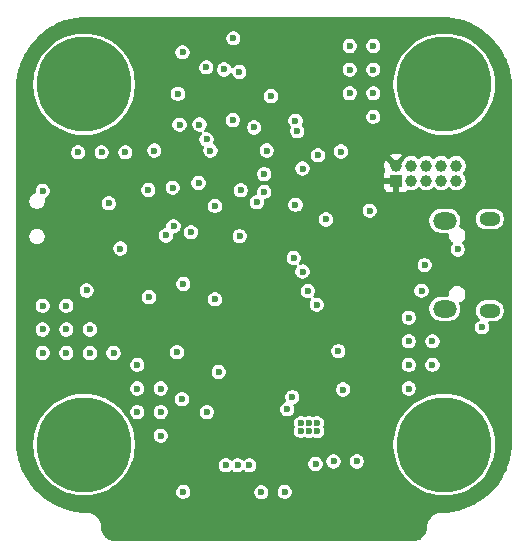
<source format=gbr>
%TF.GenerationSoftware,KiCad,Pcbnew,9.0.1*%
%TF.CreationDate,2025-07-27T20:04:42-04:00*%
%TF.ProjectId,STM32_FlightController,53544d33-325f-4466-9c69-676874436f6e,rev?*%
%TF.SameCoordinates,Original*%
%TF.FileFunction,Copper,L3,Inr*%
%TF.FilePolarity,Positive*%
%FSLAX46Y46*%
G04 Gerber Fmt 4.6, Leading zero omitted, Abs format (unit mm)*
G04 Created by KiCad (PCBNEW 9.0.1) date 2025-07-27 20:04:42*
%MOMM*%
%LPD*%
G01*
G04 APERTURE LIST*
%TA.AperFunction,HeatsinkPad*%
%ADD10O,1.800000X1.150000*%
%TD*%
%TA.AperFunction,HeatsinkPad*%
%ADD11O,2.000000X1.450000*%
%TD*%
%TA.AperFunction,ComponentPad*%
%ADD12C,8.000000*%
%TD*%
%TA.AperFunction,ComponentPad*%
%ADD13R,1.000000X1.000000*%
%TD*%
%TA.AperFunction,ComponentPad*%
%ADD14C,1.000000*%
%TD*%
%TA.AperFunction,ViaPad*%
%ADD15C,0.600000*%
%TD*%
G04 APERTURE END LIST*
D10*
%TO.N,unconnected-(J1-Shield-Pad6)_2*%
%TO.C,J1*%
X54857500Y-39362500D03*
D11*
%TO.N,unconnected-(J1-Shield-Pad6)*%
X51057500Y-39212500D03*
%TO.N,unconnected-(J1-Shield-Pad6)_3*%
X51057500Y-31762500D03*
D10*
%TO.N,unconnected-(J1-Shield-Pad6)_1*%
X54857500Y-31612500D03*
%TD*%
D12*
%TO.N,unconnected-(H1-Pad1)*%
%TO.C,H1*%
X20512500Y-20212500D03*
%TD*%
%TO.N,unconnected-(H3-Pad1)*%
%TO.C,H3*%
X20512500Y-50712500D03*
%TD*%
%TO.N,unconnected-(H4-Pad1)*%
%TO.C,H4*%
X51012500Y-50712500D03*
%TD*%
%TO.N,unconnected-(H2-Pad1)*%
%TO.C,H2*%
X51012500Y-20212500D03*
%TD*%
D13*
%TO.N,+3V3*%
%TO.C,J5*%
X46937500Y-28357500D03*
D14*
X46937500Y-27087500D03*
%TO.N,/SWO*%
X48207500Y-28357500D03*
X48207500Y-27087500D03*
%TO.N,/SWCLK*%
X49477500Y-28357500D03*
X49477500Y-27087500D03*
%TO.N,/SWDIO*%
X50747500Y-28357500D03*
X50747500Y-27087500D03*
%TO.N,GND*%
X52017500Y-28357500D03*
X52017500Y-27087500D03*
%TD*%
D15*
%TO.N,/S1*%
X35512500Y-54752500D03*
%TO.N,GND*%
X43012500Y-18962500D03*
X38887500Y-48900000D03*
X40237500Y-48900000D03*
X32374329Y-18949201D03*
X41000000Y-31650000D03*
X50012500Y-41962500D03*
X17012500Y-38962500D03*
X38142500Y-46692500D03*
X35987500Y-25812500D03*
X40237500Y-49575000D03*
X37512500Y-54712500D03*
X20012500Y-25962500D03*
X44700000Y-30912500D03*
X33687500Y-33062500D03*
X23587500Y-34112500D03*
X28850000Y-17500000D03*
X45012500Y-20962500D03*
X48012500Y-39962500D03*
X25012500Y-43962500D03*
X27012500Y-47962500D03*
X28912500Y-54712500D03*
X22612500Y-30287499D03*
X28092500Y-32222500D03*
X27452500Y-33002500D03*
X50012500Y-43962500D03*
X24012500Y-25962500D03*
X25012500Y-47962500D03*
X39562500Y-48900000D03*
X43012500Y-20962500D03*
X54212500Y-40787500D03*
X31212500Y-25812500D03*
X48012500Y-41962500D03*
X27012500Y-49962500D03*
X31912500Y-44562500D03*
X21012500Y-42962500D03*
X48012500Y-45962500D03*
X23012500Y-42962500D03*
X25012500Y-45962500D03*
X25962500Y-29162500D03*
X17012500Y-40962500D03*
X52162500Y-34187500D03*
X26012500Y-38212500D03*
X26462500Y-25812500D03*
X19012500Y-38962500D03*
X31600163Y-38406155D03*
X17012500Y-42962500D03*
X27012500Y-45962500D03*
X33655735Y-19169265D03*
X17012500Y-29237500D03*
X42450000Y-46050000D03*
X38562500Y-24175000D03*
X28462500Y-21012500D03*
X43012500Y-16962500D03*
X19012500Y-42962500D03*
X45012500Y-22962500D03*
X19012500Y-40962500D03*
X22012500Y-25962500D03*
X33152500Y-16312500D03*
X45012500Y-16962500D03*
X39562500Y-49575000D03*
X28390000Y-42885000D03*
X21012500Y-40962500D03*
X49359735Y-35515265D03*
X42042500Y-42800000D03*
X45012500Y-18962500D03*
X29562500Y-32737500D03*
X20737500Y-37662500D03*
X38887500Y-49550000D03*
X40112500Y-52362500D03*
X42262500Y-25900000D03*
X31600000Y-30500000D03*
X48012500Y-43962500D03*
%TO.N,+3V3*%
X35312500Y-21462500D03*
X29612500Y-30462500D03*
X26462500Y-26762500D03*
X52362500Y-42887500D03*
X32712500Y-41687500D03*
X41062500Y-43062500D03*
X27912500Y-54712500D03*
X31556793Y-26768207D03*
X28262500Y-34262500D03*
X17012500Y-33962500D03*
X41062500Y-26862500D03*
X33125000Y-39750000D03*
X42262500Y-23387500D03*
X43262500Y-46562500D03*
X44162500Y-46562500D03*
X42652500Y-32622500D03*
X40912500Y-22562500D03*
X44162500Y-47262500D03*
X24987500Y-41462500D03*
X43262500Y-47262500D03*
%TO.N,/NRST*%
X28012500Y-28962500D03*
X28912500Y-37112500D03*
%TO.N,V_MAIN*%
X37712500Y-47712500D03*
%TO.N,VBUS*%
X49087500Y-37687500D03*
%TO.N,+1V8*%
X30287500Y-23612500D03*
X28600999Y-23624001D03*
X33112500Y-23237500D03*
%TO.N,/IMU_MISO*%
X30887500Y-24862500D03*
%TO.N,/MISO*%
X30211500Y-28562500D03*
%TO.N,/IMU_INT*%
X34912500Y-23862500D03*
%TO.N,/INT1*%
X35142500Y-30187500D03*
X33787500Y-29187500D03*
X39462500Y-37712500D03*
%TO.N,/MOSI*%
X35762500Y-27812500D03*
X35762500Y-29312500D03*
%TO.N,/IMU_SCK*%
X30863235Y-18763235D03*
%TO.N,/SCK*%
X38412500Y-23287500D03*
X38412500Y-30412500D03*
%TO.N,/CS1*%
X38262500Y-34912500D03*
X36337500Y-21187500D03*
%TO.N,/S2*%
X34512500Y-52462500D03*
%TO.N,/S3*%
X33512500Y-52462500D03*
%TO.N,/S4*%
X32512500Y-52462500D03*
%TO.N,/CS2*%
X39012500Y-36062500D03*
X39012500Y-27337500D03*
%TO.N,/INT2*%
X40312500Y-26212500D03*
X40212500Y-38862500D03*
%TO.N,/GPS_RX*%
X30912500Y-47962500D03*
X28812500Y-46862500D03*
%TO.N,/ELRS_RX*%
X43612500Y-52137500D03*
X41637500Y-52137500D03*
%TD*%
%TA.AperFunction,Conductor*%
%TO.N,+3V3*%
G36*
X50764942Y-14488095D02*
G01*
X51184237Y-14504569D01*
X51189520Y-14504892D01*
X51287932Y-14513046D01*
X51292186Y-14513473D01*
X51659348Y-14556930D01*
X51665052Y-14557743D01*
X51757957Y-14573247D01*
X51761694Y-14573931D01*
X52129554Y-14647103D01*
X52135691Y-14648489D01*
X52218792Y-14669533D01*
X52221999Y-14670391D01*
X52302980Y-14693229D01*
X52591695Y-14774655D01*
X52598240Y-14776699D01*
X52666507Y-14800136D01*
X52668967Y-14801011D01*
X53042710Y-14938893D01*
X53049579Y-14941665D01*
X53095497Y-14961807D01*
X53097580Y-14962743D01*
X53252110Y-15033982D01*
X53479513Y-15138816D01*
X53486609Y-15142367D01*
X53490747Y-15144606D01*
X53498696Y-15148907D01*
X53500086Y-15149673D01*
X53892983Y-15369707D01*
X53901267Y-15374782D01*
X54284867Y-15631096D01*
X54292743Y-15636819D01*
X54655039Y-15922429D01*
X54662437Y-15928747D01*
X55001215Y-16241911D01*
X55008088Y-16248784D01*
X55281252Y-16544290D01*
X55321247Y-16587556D01*
X55327570Y-16594960D01*
X55613180Y-16957256D01*
X55618903Y-16965132D01*
X55875204Y-17348714D01*
X55880291Y-17357016D01*
X56100289Y-17749850D01*
X56101156Y-17751425D01*
X56107628Y-17763385D01*
X56111182Y-17770485D01*
X56287246Y-18152398D01*
X56288191Y-18154501D01*
X56308333Y-18200419D01*
X56311114Y-18207311D01*
X56448961Y-18580960D01*
X56449898Y-18583593D01*
X56453399Y-18593790D01*
X56473286Y-18651719D01*
X56475349Y-18658323D01*
X56579607Y-19027999D01*
X56580467Y-19031215D01*
X56601495Y-19114247D01*
X56602907Y-19120498D01*
X56676064Y-19488288D01*
X56676756Y-19492068D01*
X56692247Y-19584895D01*
X56693079Y-19590732D01*
X56736518Y-19957750D01*
X56736953Y-19962083D01*
X56745103Y-20060432D01*
X56745431Y-20065805D01*
X56761904Y-20485056D01*
X56762000Y-20489924D01*
X56762000Y-50485075D01*
X56761904Y-50489943D01*
X56745431Y-50909193D01*
X56745103Y-50914566D01*
X56736953Y-51012915D01*
X56736518Y-51017248D01*
X56693079Y-51384266D01*
X56692247Y-51390103D01*
X56676756Y-51482930D01*
X56676064Y-51486710D01*
X56602907Y-51854500D01*
X56601495Y-51860751D01*
X56580467Y-51943783D01*
X56579607Y-51946999D01*
X56475349Y-52316675D01*
X56473286Y-52323279D01*
X56449907Y-52391381D01*
X56448961Y-52394038D01*
X56311114Y-52767687D01*
X56308333Y-52774579D01*
X56288191Y-52820497D01*
X56287246Y-52822600D01*
X56111182Y-53204513D01*
X56107628Y-53211613D01*
X56101156Y-53223573D01*
X56100290Y-53225148D01*
X55880292Y-53617983D01*
X55875204Y-53626285D01*
X55618903Y-54009867D01*
X55613180Y-54017743D01*
X55327570Y-54380039D01*
X55321247Y-54387443D01*
X55008094Y-54726209D01*
X55001209Y-54733094D01*
X54662443Y-55046247D01*
X54655039Y-55052570D01*
X54292743Y-55338180D01*
X54284867Y-55343903D01*
X53901285Y-55600204D01*
X53892983Y-55605292D01*
X53500148Y-55825290D01*
X53498573Y-55826156D01*
X53486613Y-55832628D01*
X53479513Y-55836182D01*
X53097600Y-56012246D01*
X53095497Y-56013191D01*
X53049579Y-56033333D01*
X53042687Y-56036114D01*
X52669038Y-56173961D01*
X52666381Y-56174907D01*
X52598279Y-56198286D01*
X52591675Y-56200349D01*
X52221999Y-56304607D01*
X52218783Y-56305467D01*
X52135751Y-56326495D01*
X52129500Y-56327907D01*
X51761710Y-56401064D01*
X51757930Y-56401756D01*
X51665103Y-56417247D01*
X51659266Y-56418079D01*
X51292248Y-56461518D01*
X51287915Y-56461953D01*
X51189566Y-56470103D01*
X51184193Y-56470431D01*
X50764943Y-56486904D01*
X50760075Y-56487000D01*
X50668014Y-56487000D01*
X50481381Y-56516560D01*
X50457067Y-56524460D01*
X50457061Y-56524462D01*
X50452338Y-56525996D01*
X50451324Y-56526175D01*
X50447475Y-56527575D01*
X50445409Y-56528247D01*
X50301671Y-56574951D01*
X50269311Y-56591438D01*
X50269310Y-56591437D01*
X50262543Y-56594884D01*
X50254389Y-56597853D01*
X50236871Y-56607967D01*
X50233957Y-56609452D01*
X50133307Y-56660736D01*
X50133295Y-56660743D01*
X50091473Y-56691126D01*
X50091474Y-56691127D01*
X50086207Y-56694953D01*
X50072894Y-56702640D01*
X50055247Y-56717447D01*
X50051731Y-56720002D01*
X50051723Y-56720008D01*
X49980426Y-56771810D01*
X49980420Y-56771815D01*
X49928093Y-56824141D01*
X49912351Y-56837351D01*
X49899141Y-56853093D01*
X49846815Y-56905420D01*
X49846810Y-56905426D01*
X49795008Y-56976723D01*
X49792448Y-56980246D01*
X49777640Y-56997894D01*
X49769954Y-57011206D01*
X49766129Y-57016471D01*
X49735743Y-57058295D01*
X49735736Y-57058307D01*
X49684452Y-57158957D01*
X49682967Y-57161870D01*
X49672853Y-57179389D01*
X49669884Y-57187546D01*
X49666440Y-57194305D01*
X49666438Y-57194311D01*
X49649951Y-57226671D01*
X49603249Y-57370399D01*
X49603250Y-57370400D01*
X49602576Y-57372474D01*
X49601175Y-57376324D01*
X49600996Y-57377338D01*
X49599462Y-57382061D01*
X49599460Y-57382067D01*
X49591560Y-57406381D01*
X49562000Y-57593013D01*
X49562000Y-57682623D01*
X49561618Y-57692353D01*
X49549007Y-57852570D01*
X49547506Y-57864370D01*
X49541773Y-57896887D01*
X49540230Y-57904304D01*
X49507105Y-58042280D01*
X49503052Y-58055745D01*
X49494985Y-58077908D01*
X49493025Y-58082949D01*
X49434994Y-58223049D01*
X49426160Y-58240386D01*
X49338015Y-58384225D01*
X49326579Y-58399966D01*
X49217013Y-58528253D01*
X49203253Y-58542013D01*
X49074966Y-58651579D01*
X49059225Y-58663015D01*
X48915386Y-58751160D01*
X48898049Y-58759994D01*
X48757949Y-58818025D01*
X48752908Y-58819985D01*
X48730745Y-58828052D01*
X48717280Y-58832105D01*
X48579304Y-58865230D01*
X48571887Y-58866773D01*
X48539370Y-58872506D01*
X48527570Y-58874007D01*
X48367353Y-58886618D01*
X48357623Y-58887000D01*
X23167377Y-58887000D01*
X23157647Y-58886618D01*
X22997428Y-58874007D01*
X22985628Y-58872506D01*
X22962395Y-58868409D01*
X22953105Y-58866771D01*
X22945694Y-58865230D01*
X22807718Y-58832105D01*
X22794253Y-58828052D01*
X22772090Y-58819985D01*
X22767049Y-58818025D01*
X22626949Y-58759994D01*
X22609612Y-58751160D01*
X22465774Y-58663016D01*
X22450033Y-58651580D01*
X22393375Y-58603190D01*
X22321746Y-58542013D01*
X22307986Y-58528253D01*
X22257869Y-58469573D01*
X22198416Y-58399961D01*
X22186987Y-58384230D01*
X22098833Y-58240376D01*
X22090007Y-58223056D01*
X22031966Y-58082931D01*
X22030013Y-58077908D01*
X22021946Y-58055745D01*
X22017898Y-58042298D01*
X21984761Y-57904274D01*
X21983235Y-57896938D01*
X21977489Y-57864350D01*
X21975991Y-57852568D01*
X21963382Y-57692353D01*
X21963000Y-57682624D01*
X21963000Y-57593013D01*
X21946876Y-57491217D01*
X21933440Y-57406382D01*
X21924004Y-57377342D01*
X21923825Y-57376324D01*
X21922418Y-57372461D01*
X21900379Y-57304633D01*
X21875049Y-57226672D01*
X21858565Y-57194320D01*
X21858160Y-57193527D01*
X21855120Y-57187560D01*
X21852147Y-57179389D01*
X21842019Y-57161847D01*
X21789260Y-57058301D01*
X21789258Y-57058298D01*
X21789257Y-57058296D01*
X21758872Y-57016476D01*
X21758872Y-57016475D01*
X21755053Y-57011218D01*
X21747360Y-56997894D01*
X21732539Y-56980231D01*
X21730002Y-56976739D01*
X21729992Y-56976726D01*
X21729990Y-56976723D01*
X21678190Y-56905427D01*
X21625868Y-56853105D01*
X21612649Y-56837351D01*
X21596894Y-56824131D01*
X21544572Y-56771809D01*
X21473266Y-56720001D01*
X21473266Y-56720002D01*
X21469772Y-56717463D01*
X21452106Y-56702640D01*
X21438775Y-56694943D01*
X21391699Y-56660740D01*
X21391691Y-56660736D01*
X21291033Y-56609448D01*
X21291033Y-56609447D01*
X21288131Y-56607968D01*
X21270611Y-56597853D01*
X21262450Y-56594882D01*
X21255690Y-56591438D01*
X21255684Y-56591436D01*
X21223340Y-56574957D01*
X21223332Y-56574953D01*
X21079612Y-56528255D01*
X21079612Y-56528254D01*
X21077525Y-56527576D01*
X21073676Y-56526175D01*
X21072663Y-56525996D01*
X21067947Y-56524464D01*
X21067936Y-56524461D01*
X21043619Y-56516560D01*
X20856986Y-56487000D01*
X20856981Y-56487000D01*
X20764925Y-56487000D01*
X20760057Y-56486904D01*
X20340805Y-56470431D01*
X20335432Y-56470103D01*
X20237083Y-56461953D01*
X20232750Y-56461518D01*
X19952573Y-56428357D01*
X19865723Y-56418077D01*
X19859895Y-56417247D01*
X19767068Y-56401756D01*
X19763288Y-56401064D01*
X19395498Y-56327907D01*
X19389251Y-56326496D01*
X19382161Y-56324700D01*
X19306215Y-56305467D01*
X19302999Y-56304607D01*
X18933323Y-56200349D01*
X18926719Y-56198286D01*
X18907904Y-56191827D01*
X18858593Y-56174898D01*
X18855960Y-56173961D01*
X18482311Y-56036114D01*
X18475419Y-56033333D01*
X18429501Y-56013191D01*
X18427398Y-56012246D01*
X18045485Y-55836182D01*
X18038385Y-55832628D01*
X18026425Y-55826156D01*
X18024850Y-55825289D01*
X17632016Y-55605291D01*
X17623714Y-55600204D01*
X17240132Y-55343903D01*
X17232256Y-55338180D01*
X16869960Y-55052570D01*
X16862556Y-55046247D01*
X16826589Y-55012999D01*
X16523784Y-54733088D01*
X16516911Y-54726215D01*
X16203747Y-54387437D01*
X16197429Y-54380039D01*
X15911819Y-54017743D01*
X15906096Y-54009867D01*
X15823450Y-53886179D01*
X15649782Y-53626267D01*
X15644707Y-53617983D01*
X15424673Y-53225086D01*
X15423907Y-53223696D01*
X15417367Y-53211609D01*
X15413816Y-53204513D01*
X15293265Y-52943018D01*
X15237743Y-52822580D01*
X15236807Y-52820497D01*
X15216665Y-52774579D01*
X15213893Y-52767710D01*
X15076011Y-52393967D01*
X15075136Y-52391507D01*
X15051699Y-52323240D01*
X15049655Y-52316695D01*
X14958587Y-51993790D01*
X14945391Y-51946999D01*
X14944531Y-51943783D01*
X14923489Y-51860691D01*
X14922103Y-51854554D01*
X14848931Y-51486694D01*
X14848242Y-51482930D01*
X14832743Y-51390052D01*
X14831930Y-51384348D01*
X14788473Y-51017187D01*
X14788045Y-51012915D01*
X14779892Y-50914520D01*
X14779569Y-50909237D01*
X14764462Y-50524732D01*
X16212000Y-50524732D01*
X16212000Y-50900267D01*
X16244729Y-51274365D01*
X16309938Y-51644179D01*
X16309941Y-51644192D01*
X16407130Y-52006910D01*
X16535568Y-52359793D01*
X16694271Y-52700133D01*
X16694279Y-52700148D01*
X16716133Y-52738000D01*
X16882040Y-53025358D01*
X16882044Y-53025364D01*
X16882051Y-53025375D01*
X17097434Y-53332974D01*
X17171913Y-53421734D01*
X17338818Y-53620644D01*
X17604356Y-53886182D01*
X17723968Y-53986548D01*
X17892025Y-54127565D01*
X18199624Y-54342948D01*
X18199631Y-54342952D01*
X18199642Y-54342960D01*
X18270490Y-54383864D01*
X18524851Y-54530720D01*
X18524866Y-54530728D01*
X18865206Y-54689431D01*
X19128979Y-54785436D01*
X19218083Y-54817867D01*
X19218084Y-54817867D01*
X19218089Y-54817869D01*
X19332042Y-54848402D01*
X19580815Y-54915061D01*
X19950637Y-54980271D01*
X20324734Y-55012999D01*
X20324735Y-55013000D01*
X20324736Y-55013000D01*
X20700265Y-55013000D01*
X20700265Y-55012999D01*
X21074363Y-54980271D01*
X21444185Y-54915061D01*
X21806917Y-54817867D01*
X22159798Y-54689429D01*
X22279860Y-54633443D01*
X28312000Y-54633443D01*
X28312000Y-54791557D01*
X28340308Y-54897202D01*
X28352923Y-54944283D01*
X28352926Y-54944290D01*
X28431975Y-55081209D01*
X28431979Y-55081214D01*
X28431980Y-55081216D01*
X28543784Y-55193020D01*
X28543786Y-55193021D01*
X28543790Y-55193024D01*
X28680709Y-55272073D01*
X28680716Y-55272077D01*
X28833443Y-55313000D01*
X28833445Y-55313000D01*
X28991555Y-55313000D01*
X28991557Y-55313000D01*
X29144284Y-55272077D01*
X29281216Y-55193020D01*
X29393020Y-55081216D01*
X29472077Y-54944284D01*
X29513000Y-54791557D01*
X29513000Y-54673443D01*
X34912000Y-54673443D01*
X34912000Y-54831557D01*
X34951848Y-54980270D01*
X34952923Y-54984283D01*
X34952926Y-54984290D01*
X35031975Y-55121209D01*
X35031979Y-55121214D01*
X35031980Y-55121216D01*
X35143784Y-55233020D01*
X35143786Y-55233021D01*
X35143790Y-55233024D01*
X35211433Y-55272077D01*
X35280716Y-55312077D01*
X35433443Y-55353000D01*
X35433445Y-55353000D01*
X35591555Y-55353000D01*
X35591557Y-55353000D01*
X35744284Y-55312077D01*
X35881216Y-55233020D01*
X35993020Y-55121216D01*
X36072077Y-54984284D01*
X36113000Y-54831557D01*
X36113000Y-54673443D01*
X36102282Y-54633443D01*
X36912000Y-54633443D01*
X36912000Y-54791557D01*
X36940308Y-54897202D01*
X36952923Y-54944283D01*
X36952926Y-54944290D01*
X37031975Y-55081209D01*
X37031979Y-55081214D01*
X37031980Y-55081216D01*
X37143784Y-55193020D01*
X37143786Y-55193021D01*
X37143790Y-55193024D01*
X37280709Y-55272073D01*
X37280716Y-55272077D01*
X37433443Y-55313000D01*
X37433445Y-55313000D01*
X37591555Y-55313000D01*
X37591557Y-55313000D01*
X37744284Y-55272077D01*
X37881216Y-55193020D01*
X37993020Y-55081216D01*
X38072077Y-54944284D01*
X38113000Y-54791557D01*
X38113000Y-54633443D01*
X38072077Y-54480716D01*
X38072073Y-54480709D01*
X37993024Y-54343790D01*
X37993018Y-54343782D01*
X37881217Y-54231981D01*
X37881209Y-54231975D01*
X37744290Y-54152926D01*
X37744286Y-54152924D01*
X37744284Y-54152923D01*
X37591557Y-54112000D01*
X37433443Y-54112000D01*
X37280716Y-54152923D01*
X37280709Y-54152926D01*
X37143790Y-54231975D01*
X37143782Y-54231981D01*
X37031981Y-54343782D01*
X37031975Y-54343790D01*
X36952926Y-54480709D01*
X36952923Y-54480716D01*
X36912000Y-54633443D01*
X36102282Y-54633443D01*
X36072077Y-54520716D01*
X35995133Y-54387443D01*
X35993024Y-54383790D01*
X35993018Y-54383782D01*
X35881217Y-54271981D01*
X35881209Y-54271975D01*
X35744290Y-54192926D01*
X35744286Y-54192924D01*
X35744284Y-54192923D01*
X35591557Y-54152000D01*
X35433443Y-54152000D01*
X35280716Y-54192923D01*
X35280709Y-54192926D01*
X35143790Y-54271975D01*
X35143782Y-54271981D01*
X35031981Y-54383782D01*
X35031975Y-54383790D01*
X34952926Y-54520709D01*
X34952923Y-54520716D01*
X34912000Y-54673443D01*
X29513000Y-54673443D01*
X29513000Y-54633443D01*
X29472077Y-54480716D01*
X29472073Y-54480709D01*
X29393024Y-54343790D01*
X29393018Y-54343782D01*
X29281217Y-54231981D01*
X29281209Y-54231975D01*
X29144290Y-54152926D01*
X29144286Y-54152924D01*
X29144284Y-54152923D01*
X28991557Y-54112000D01*
X28833443Y-54112000D01*
X28680716Y-54152923D01*
X28680709Y-54152926D01*
X28543790Y-54231975D01*
X28543782Y-54231981D01*
X28431981Y-54343782D01*
X28431975Y-54343790D01*
X28352926Y-54480709D01*
X28352923Y-54480716D01*
X28312000Y-54633443D01*
X22279860Y-54633443D01*
X22500142Y-54530724D01*
X22517476Y-54520716D01*
X22522304Y-54517929D01*
X22586770Y-54480709D01*
X22825358Y-54342960D01*
X23132973Y-54127566D01*
X23420644Y-53886182D01*
X23686182Y-53620644D01*
X23927566Y-53332973D01*
X24142960Y-53025358D01*
X24330724Y-52700142D01*
X24478403Y-52383443D01*
X31912000Y-52383443D01*
X31912000Y-52541557D01*
X31932490Y-52618024D01*
X31952923Y-52694283D01*
X31952926Y-52694290D01*
X32031975Y-52831209D01*
X32031979Y-52831214D01*
X32031980Y-52831216D01*
X32143784Y-52943020D01*
X32143786Y-52943021D01*
X32143790Y-52943024D01*
X32245259Y-53001606D01*
X32280716Y-53022077D01*
X32433443Y-53063000D01*
X32433445Y-53063000D01*
X32591555Y-53063000D01*
X32591557Y-53063000D01*
X32744284Y-53022077D01*
X32881216Y-52943020D01*
X32924819Y-52899417D01*
X32986142Y-52865932D01*
X33055834Y-52870916D01*
X33100181Y-52899417D01*
X33143784Y-52943020D01*
X33143786Y-52943021D01*
X33143790Y-52943024D01*
X33245259Y-53001606D01*
X33280716Y-53022077D01*
X33433443Y-53063000D01*
X33433445Y-53063000D01*
X33591555Y-53063000D01*
X33591557Y-53063000D01*
X33744284Y-53022077D01*
X33881216Y-52943020D01*
X33924819Y-52899417D01*
X33986142Y-52865932D01*
X34055834Y-52870916D01*
X34100181Y-52899417D01*
X34143784Y-52943020D01*
X34143786Y-52943021D01*
X34143790Y-52943024D01*
X34245259Y-53001606D01*
X34280716Y-53022077D01*
X34433443Y-53063000D01*
X34433445Y-53063000D01*
X34591555Y-53063000D01*
X34591557Y-53063000D01*
X34744284Y-53022077D01*
X34881216Y-52943020D01*
X34993020Y-52831216D01*
X35072077Y-52694284D01*
X35113000Y-52541557D01*
X35113000Y-52383443D01*
X35086205Y-52283443D01*
X39512000Y-52283443D01*
X39512000Y-52441557D01*
X39545339Y-52565978D01*
X39552923Y-52594283D01*
X39552926Y-52594290D01*
X39631975Y-52731209D01*
X39631979Y-52731214D01*
X39631980Y-52731216D01*
X39743784Y-52843020D01*
X39743786Y-52843021D01*
X39743790Y-52843024D01*
X39841467Y-52899417D01*
X39880716Y-52922077D01*
X40033443Y-52963000D01*
X40033445Y-52963000D01*
X40191555Y-52963000D01*
X40191557Y-52963000D01*
X40344284Y-52922077D01*
X40481216Y-52843020D01*
X40593020Y-52731216D01*
X40672077Y-52594284D01*
X40713000Y-52441557D01*
X40713000Y-52283443D01*
X40672077Y-52130716D01*
X40650758Y-52093790D01*
X40630351Y-52058443D01*
X41037000Y-52058443D01*
X41037000Y-52216557D01*
X41075382Y-52359798D01*
X41077923Y-52369283D01*
X41077926Y-52369290D01*
X41156975Y-52506209D01*
X41156979Y-52506214D01*
X41156980Y-52506216D01*
X41268784Y-52618020D01*
X41268786Y-52618021D01*
X41268790Y-52618024D01*
X41400877Y-52694283D01*
X41405716Y-52697077D01*
X41558443Y-52738000D01*
X41558445Y-52738000D01*
X41716555Y-52738000D01*
X41716557Y-52738000D01*
X41869284Y-52697077D01*
X42006216Y-52618020D01*
X42118020Y-52506216D01*
X42197077Y-52369284D01*
X42238000Y-52216557D01*
X42238000Y-52058443D01*
X43012000Y-52058443D01*
X43012000Y-52216557D01*
X43050382Y-52359798D01*
X43052923Y-52369283D01*
X43052926Y-52369290D01*
X43131975Y-52506209D01*
X43131979Y-52506214D01*
X43131980Y-52506216D01*
X43243784Y-52618020D01*
X43243786Y-52618021D01*
X43243790Y-52618024D01*
X43375877Y-52694283D01*
X43380716Y-52697077D01*
X43533443Y-52738000D01*
X43533445Y-52738000D01*
X43691555Y-52738000D01*
X43691557Y-52738000D01*
X43844284Y-52697077D01*
X43981216Y-52618020D01*
X44093020Y-52506216D01*
X44172077Y-52369284D01*
X44213000Y-52216557D01*
X44213000Y-52058443D01*
X44172077Y-51905716D01*
X44170466Y-51902926D01*
X44093024Y-51768790D01*
X44093018Y-51768782D01*
X43981217Y-51656981D01*
X43981209Y-51656975D01*
X43844290Y-51577926D01*
X43844286Y-51577924D01*
X43844284Y-51577923D01*
X43691557Y-51537000D01*
X43533443Y-51537000D01*
X43380716Y-51577923D01*
X43380709Y-51577926D01*
X43243790Y-51656975D01*
X43243782Y-51656981D01*
X43131981Y-51768782D01*
X43131975Y-51768790D01*
X43052926Y-51905709D01*
X43052923Y-51905716D01*
X43012000Y-52058443D01*
X42238000Y-52058443D01*
X42197077Y-51905716D01*
X42195466Y-51902926D01*
X42118024Y-51768790D01*
X42118018Y-51768782D01*
X42006217Y-51656981D01*
X42006209Y-51656975D01*
X41869290Y-51577926D01*
X41869286Y-51577924D01*
X41869284Y-51577923D01*
X41716557Y-51537000D01*
X41558443Y-51537000D01*
X41405716Y-51577923D01*
X41405709Y-51577926D01*
X41268790Y-51656975D01*
X41268782Y-51656981D01*
X41156981Y-51768782D01*
X41156975Y-51768790D01*
X41077926Y-51905709D01*
X41077923Y-51905716D01*
X41037000Y-52058443D01*
X40630351Y-52058443D01*
X40593024Y-51993790D01*
X40593018Y-51993782D01*
X40481217Y-51881981D01*
X40481209Y-51881975D01*
X40344290Y-51802926D01*
X40344286Y-51802924D01*
X40344284Y-51802923D01*
X40191557Y-51762000D01*
X40033443Y-51762000D01*
X39880716Y-51802923D01*
X39880709Y-51802926D01*
X39743790Y-51881975D01*
X39743782Y-51881981D01*
X39631981Y-51993782D01*
X39631975Y-51993790D01*
X39552926Y-52130709D01*
X39552923Y-52130716D01*
X39512000Y-52283443D01*
X35086205Y-52283443D01*
X35072077Y-52230716D01*
X35014342Y-52130715D01*
X34993024Y-52093790D01*
X34993018Y-52093782D01*
X34881217Y-51981981D01*
X34881209Y-51981975D01*
X34744290Y-51902926D01*
X34744286Y-51902924D01*
X34744284Y-51902923D01*
X34591557Y-51862000D01*
X34433443Y-51862000D01*
X34280716Y-51902923D01*
X34280709Y-51902926D01*
X34143790Y-51981975D01*
X34143782Y-51981981D01*
X34100181Y-52025583D01*
X34038858Y-52059068D01*
X33969166Y-52054084D01*
X33924819Y-52025583D01*
X33881217Y-51981981D01*
X33881209Y-51981975D01*
X33744290Y-51902926D01*
X33744286Y-51902924D01*
X33744284Y-51902923D01*
X33591557Y-51862000D01*
X33433443Y-51862000D01*
X33280716Y-51902923D01*
X33280709Y-51902926D01*
X33143790Y-51981975D01*
X33143782Y-51981981D01*
X33100181Y-52025583D01*
X33038858Y-52059068D01*
X32969166Y-52054084D01*
X32924819Y-52025583D01*
X32881217Y-51981981D01*
X32881209Y-51981975D01*
X32744290Y-51902926D01*
X32744286Y-51902924D01*
X32744284Y-51902923D01*
X32591557Y-51862000D01*
X32433443Y-51862000D01*
X32280716Y-51902923D01*
X32280709Y-51902926D01*
X32143790Y-51981975D01*
X32143782Y-51981981D01*
X32031981Y-52093782D01*
X32031975Y-52093790D01*
X31952926Y-52230709D01*
X31952923Y-52230716D01*
X31912000Y-52383443D01*
X24478403Y-52383443D01*
X24489429Y-52359798D01*
X24489505Y-52359587D01*
X24499217Y-52332907D01*
X24499217Y-52332906D01*
X24572810Y-52130709D01*
X24617867Y-52006917D01*
X24715061Y-51644185D01*
X24780271Y-51274363D01*
X24813000Y-50900264D01*
X24813000Y-50524736D01*
X24780271Y-50150637D01*
X24733157Y-49883443D01*
X26412000Y-49883443D01*
X26412000Y-50041557D01*
X26436925Y-50134576D01*
X26452923Y-50194283D01*
X26452926Y-50194290D01*
X26531975Y-50331209D01*
X26531979Y-50331214D01*
X26531980Y-50331216D01*
X26643784Y-50443020D01*
X26643786Y-50443021D01*
X26643790Y-50443024D01*
X26780709Y-50522073D01*
X26780716Y-50522077D01*
X26933443Y-50563000D01*
X26933445Y-50563000D01*
X27091555Y-50563000D01*
X27091557Y-50563000D01*
X27234375Y-50524732D01*
X46712000Y-50524732D01*
X46712000Y-50900267D01*
X46744729Y-51274365D01*
X46809938Y-51644179D01*
X46809941Y-51644192D01*
X46907130Y-52006910D01*
X47035568Y-52359793D01*
X47194271Y-52700133D01*
X47194279Y-52700148D01*
X47216133Y-52738000D01*
X47382040Y-53025358D01*
X47382044Y-53025364D01*
X47382051Y-53025375D01*
X47597434Y-53332974D01*
X47671913Y-53421734D01*
X47838818Y-53620644D01*
X48104356Y-53886182D01*
X48223968Y-53986548D01*
X48392025Y-54127565D01*
X48699624Y-54342948D01*
X48699631Y-54342952D01*
X48699642Y-54342960D01*
X48770490Y-54383864D01*
X49024851Y-54530720D01*
X49024866Y-54530728D01*
X49365206Y-54689431D01*
X49628979Y-54785436D01*
X49718083Y-54817867D01*
X49718084Y-54817867D01*
X49718089Y-54817869D01*
X49832042Y-54848402D01*
X50080815Y-54915061D01*
X50450637Y-54980271D01*
X50824734Y-55012999D01*
X50824735Y-55013000D01*
X50824736Y-55013000D01*
X51200265Y-55013000D01*
X51200265Y-55012999D01*
X51574363Y-54980271D01*
X51944185Y-54915061D01*
X52306917Y-54817867D01*
X52659798Y-54689429D01*
X53000142Y-54530724D01*
X53325358Y-54342960D01*
X53632973Y-54127566D01*
X53920644Y-53886182D01*
X54186182Y-53620644D01*
X54427566Y-53332973D01*
X54642960Y-53025358D01*
X54830724Y-52700142D01*
X54989429Y-52359798D01*
X55005125Y-52316675D01*
X55072810Y-52130709D01*
X55117867Y-52006917D01*
X55215061Y-51644185D01*
X55280271Y-51274363D01*
X55313000Y-50900264D01*
X55313000Y-50524736D01*
X55280271Y-50150637D01*
X55215061Y-49780815D01*
X55138730Y-49495943D01*
X55117869Y-49418089D01*
X54989431Y-49065206D01*
X54830728Y-48724866D01*
X54830720Y-48724851D01*
X54718967Y-48531290D01*
X54642960Y-48399642D01*
X54642952Y-48399631D01*
X54642948Y-48399624D01*
X54427565Y-48092025D01*
X54186179Y-47804353D01*
X53920646Y-47538820D01*
X53632974Y-47297434D01*
X53325375Y-47082051D01*
X53325364Y-47082044D01*
X53325358Y-47082040D01*
X53082035Y-46941557D01*
X53000148Y-46894279D01*
X53000133Y-46894271D01*
X52659793Y-46735568D01*
X52306910Y-46607130D01*
X51944192Y-46509941D01*
X51944195Y-46509941D01*
X51944185Y-46509939D01*
X51852555Y-46493782D01*
X51574365Y-46444729D01*
X51200267Y-46412000D01*
X51200264Y-46412000D01*
X50824736Y-46412000D01*
X50824732Y-46412000D01*
X50450634Y-46444729D01*
X50080820Y-46509938D01*
X50080817Y-46509938D01*
X50080815Y-46509939D01*
X50080810Y-46509940D01*
X50080807Y-46509941D01*
X49718089Y-46607130D01*
X49365206Y-46735568D01*
X49024866Y-46894271D01*
X49024851Y-46894279D01*
X48699650Y-47082035D01*
X48699624Y-47082051D01*
X48392025Y-47297434D01*
X48104353Y-47538820D01*
X47838820Y-47804353D01*
X47597434Y-48092025D01*
X47382051Y-48399624D01*
X47382035Y-48399650D01*
X47194279Y-48724851D01*
X47194271Y-48724866D01*
X47035568Y-49065206D01*
X46907130Y-49418089D01*
X46809941Y-49780807D01*
X46809938Y-49780820D01*
X46744729Y-50150634D01*
X46712000Y-50524732D01*
X27234375Y-50524732D01*
X27244284Y-50522077D01*
X27381216Y-50443020D01*
X27493020Y-50331216D01*
X27572077Y-50194284D01*
X27613000Y-50041557D01*
X27613000Y-49883443D01*
X27572077Y-49730716D01*
X27572073Y-49730709D01*
X27493024Y-49593790D01*
X27493018Y-49593782D01*
X27381217Y-49481981D01*
X27381209Y-49481975D01*
X27244290Y-49402926D01*
X27244286Y-49402924D01*
X27244284Y-49402923D01*
X27091557Y-49362000D01*
X26933443Y-49362000D01*
X26780716Y-49402923D01*
X26780709Y-49402926D01*
X26643790Y-49481975D01*
X26643782Y-49481981D01*
X26531981Y-49593782D01*
X26531975Y-49593790D01*
X26452926Y-49730709D01*
X26452923Y-49730716D01*
X26412000Y-49883443D01*
X24733157Y-49883443D01*
X24715061Y-49780815D01*
X24638730Y-49495943D01*
X24617869Y-49418089D01*
X24549739Y-49230904D01*
X24489429Y-49065202D01*
X24489427Y-49065197D01*
X24396177Y-48865220D01*
X24375530Y-48820943D01*
X38287000Y-48820943D01*
X38287000Y-48979057D01*
X38310084Y-49065205D01*
X38327923Y-49131783D01*
X38327924Y-49131786D01*
X38345946Y-49163003D01*
X38362416Y-49230904D01*
X38345946Y-49286997D01*
X38327924Y-49318213D01*
X38327923Y-49318216D01*
X38287000Y-49470943D01*
X38287000Y-49629057D01*
X38327664Y-49780815D01*
X38327923Y-49781783D01*
X38327926Y-49781790D01*
X38406975Y-49918709D01*
X38406979Y-49918714D01*
X38406980Y-49918716D01*
X38518784Y-50030520D01*
X38518786Y-50030521D01*
X38518790Y-50030524D01*
X38571650Y-50061042D01*
X38655716Y-50109577D01*
X38808443Y-50150500D01*
X38808445Y-50150500D01*
X38966555Y-50150500D01*
X38966557Y-50150500D01*
X39119284Y-50109577D01*
X39141349Y-50096837D01*
X39209247Y-50080364D01*
X39265347Y-50096836D01*
X39330716Y-50134577D01*
X39483443Y-50175500D01*
X39483445Y-50175500D01*
X39641555Y-50175500D01*
X39641557Y-50175500D01*
X39794284Y-50134577D01*
X39838002Y-50109336D01*
X39905899Y-50092864D01*
X39961996Y-50109335D01*
X40005716Y-50134577D01*
X40158443Y-50175500D01*
X40158445Y-50175500D01*
X40316555Y-50175500D01*
X40316557Y-50175500D01*
X40469284Y-50134577D01*
X40606216Y-50055520D01*
X40718020Y-49943716D01*
X40797077Y-49806784D01*
X40838000Y-49654057D01*
X40838000Y-49495943D01*
X40797077Y-49343216D01*
X40771836Y-49299497D01*
X40755364Y-49231601D01*
X40771835Y-49175503D01*
X40797077Y-49131784D01*
X40838000Y-48979057D01*
X40838000Y-48820943D01*
X40797077Y-48668216D01*
X40736331Y-48563000D01*
X40718024Y-48531290D01*
X40718018Y-48531282D01*
X40606217Y-48419481D01*
X40606209Y-48419475D01*
X40469290Y-48340426D01*
X40469286Y-48340424D01*
X40469284Y-48340423D01*
X40316557Y-48299500D01*
X40158443Y-48299500D01*
X40005716Y-48340423D01*
X40005711Y-48340425D01*
X39961998Y-48365662D01*
X39894097Y-48382133D01*
X39838002Y-48365662D01*
X39794288Y-48340425D01*
X39794286Y-48340424D01*
X39794284Y-48340423D01*
X39641557Y-48299500D01*
X39483443Y-48299500D01*
X39330716Y-48340423D01*
X39330711Y-48340425D01*
X39286998Y-48365662D01*
X39219097Y-48382133D01*
X39163002Y-48365662D01*
X39119288Y-48340425D01*
X39119286Y-48340424D01*
X39119284Y-48340423D01*
X38966557Y-48299500D01*
X38808443Y-48299500D01*
X38655716Y-48340423D01*
X38655709Y-48340426D01*
X38518790Y-48419475D01*
X38518782Y-48419481D01*
X38406981Y-48531282D01*
X38406975Y-48531290D01*
X38327926Y-48668209D01*
X38327923Y-48668216D01*
X38287000Y-48820943D01*
X24375530Y-48820943D01*
X24330728Y-48724867D01*
X24330720Y-48724851D01*
X24218967Y-48531290D01*
X24142960Y-48399642D01*
X24142952Y-48399631D01*
X24142948Y-48399624D01*
X23927570Y-48092032D01*
X23918495Y-48081217D01*
X23752544Y-47883443D01*
X24412000Y-47883443D01*
X24412000Y-48041557D01*
X24452586Y-48193024D01*
X24452923Y-48194283D01*
X24452926Y-48194290D01*
X24531975Y-48331209D01*
X24531979Y-48331214D01*
X24531980Y-48331216D01*
X24643784Y-48443020D01*
X24643786Y-48443021D01*
X24643790Y-48443024D01*
X24780709Y-48522073D01*
X24780716Y-48522077D01*
X24933443Y-48563000D01*
X24933445Y-48563000D01*
X25091555Y-48563000D01*
X25091557Y-48563000D01*
X25244284Y-48522077D01*
X25381216Y-48443020D01*
X25493020Y-48331216D01*
X25572077Y-48194284D01*
X25613000Y-48041557D01*
X25613000Y-47883443D01*
X26412000Y-47883443D01*
X26412000Y-48041557D01*
X26452586Y-48193024D01*
X26452923Y-48194283D01*
X26452926Y-48194290D01*
X26531975Y-48331209D01*
X26531979Y-48331214D01*
X26531980Y-48331216D01*
X26643784Y-48443020D01*
X26643786Y-48443021D01*
X26643790Y-48443024D01*
X26780709Y-48522073D01*
X26780716Y-48522077D01*
X26933443Y-48563000D01*
X26933445Y-48563000D01*
X27091555Y-48563000D01*
X27091557Y-48563000D01*
X27244284Y-48522077D01*
X27381216Y-48443020D01*
X27493020Y-48331216D01*
X27572077Y-48194284D01*
X27613000Y-48041557D01*
X27613000Y-47883443D01*
X30312000Y-47883443D01*
X30312000Y-48041557D01*
X30352586Y-48193024D01*
X30352923Y-48194283D01*
X30352926Y-48194290D01*
X30431975Y-48331209D01*
X30431979Y-48331214D01*
X30431980Y-48331216D01*
X30543784Y-48443020D01*
X30543786Y-48443021D01*
X30543790Y-48443024D01*
X30680709Y-48522073D01*
X30680716Y-48522077D01*
X30833443Y-48563000D01*
X30833445Y-48563000D01*
X30991555Y-48563000D01*
X30991557Y-48563000D01*
X31144284Y-48522077D01*
X31281216Y-48443020D01*
X31393020Y-48331216D01*
X31472077Y-48194284D01*
X31513000Y-48041557D01*
X31513000Y-47883443D01*
X31472077Y-47730716D01*
X31415917Y-47633443D01*
X37112000Y-47633443D01*
X37112000Y-47791557D01*
X37136622Y-47883445D01*
X37152923Y-47944283D01*
X37152926Y-47944290D01*
X37231975Y-48081209D01*
X37231979Y-48081214D01*
X37231980Y-48081216D01*
X37343784Y-48193020D01*
X37343786Y-48193021D01*
X37343790Y-48193024D01*
X37480709Y-48272073D01*
X37480716Y-48272077D01*
X37633443Y-48313000D01*
X37633445Y-48313000D01*
X37791555Y-48313000D01*
X37791557Y-48313000D01*
X37944284Y-48272077D01*
X38081216Y-48193020D01*
X38193020Y-48081216D01*
X38272077Y-47944284D01*
X38313000Y-47791557D01*
X38313000Y-47633443D01*
X38272077Y-47480716D01*
X38252249Y-47446373D01*
X38235777Y-47378475D01*
X38258629Y-47312448D01*
X38313550Y-47269258D01*
X38327534Y-47264603D01*
X38374284Y-47252077D01*
X38511216Y-47173020D01*
X38623020Y-47061216D01*
X38702077Y-46924284D01*
X38743000Y-46771557D01*
X38743000Y-46613443D01*
X38702077Y-46460716D01*
X38677829Y-46418716D01*
X38623024Y-46323790D01*
X38623018Y-46323782D01*
X38511217Y-46211981D01*
X38511209Y-46211975D01*
X38374290Y-46132926D01*
X38374286Y-46132924D01*
X38374284Y-46132923D01*
X38221557Y-46092000D01*
X38063443Y-46092000D01*
X37910716Y-46132923D01*
X37910709Y-46132926D01*
X37773790Y-46211975D01*
X37773782Y-46211981D01*
X37661981Y-46323782D01*
X37661975Y-46323790D01*
X37582926Y-46460709D01*
X37582923Y-46460716D01*
X37542000Y-46613443D01*
X37542000Y-46771557D01*
X37574883Y-46894276D01*
X37582923Y-46924283D01*
X37582924Y-46924286D01*
X37602749Y-46958624D01*
X37619222Y-47026525D01*
X37596369Y-47092551D01*
X37541448Y-47135742D01*
X37527457Y-47140398D01*
X37480720Y-47152921D01*
X37480709Y-47152926D01*
X37343790Y-47231975D01*
X37343782Y-47231981D01*
X37231981Y-47343782D01*
X37231975Y-47343790D01*
X37152926Y-47480709D01*
X37152923Y-47480716D01*
X37112000Y-47633443D01*
X31415917Y-47633443D01*
X31393020Y-47593784D01*
X31281216Y-47481980D01*
X31281214Y-47481979D01*
X31281209Y-47481975D01*
X31144290Y-47402926D01*
X31144286Y-47402924D01*
X31144284Y-47402923D01*
X30991557Y-47362000D01*
X30833443Y-47362000D01*
X30680716Y-47402923D01*
X30680709Y-47402926D01*
X30543790Y-47481975D01*
X30543782Y-47481981D01*
X30431981Y-47593782D01*
X30431975Y-47593790D01*
X30352926Y-47730709D01*
X30352923Y-47730716D01*
X30312000Y-47883443D01*
X27613000Y-47883443D01*
X27572077Y-47730716D01*
X27515917Y-47633443D01*
X27493024Y-47593790D01*
X27493021Y-47593786D01*
X27493020Y-47593784D01*
X27381216Y-47481980D01*
X27381214Y-47481979D01*
X27381209Y-47481975D01*
X27244290Y-47402926D01*
X27244286Y-47402924D01*
X27244284Y-47402923D01*
X27091557Y-47362000D01*
X26933443Y-47362000D01*
X26780716Y-47402923D01*
X26780709Y-47402926D01*
X26643790Y-47481975D01*
X26643782Y-47481981D01*
X26531981Y-47593782D01*
X26531975Y-47593790D01*
X26452926Y-47730709D01*
X26452923Y-47730716D01*
X26412000Y-47883443D01*
X25613000Y-47883443D01*
X25572077Y-47730716D01*
X25515917Y-47633443D01*
X25493024Y-47593790D01*
X25493021Y-47593786D01*
X25493020Y-47593784D01*
X25381216Y-47481980D01*
X25381214Y-47481979D01*
X25381209Y-47481975D01*
X25244290Y-47402926D01*
X25244286Y-47402924D01*
X25244284Y-47402923D01*
X25091557Y-47362000D01*
X24933443Y-47362000D01*
X24780716Y-47402923D01*
X24780709Y-47402926D01*
X24643790Y-47481975D01*
X24643782Y-47481981D01*
X24531981Y-47593782D01*
X24531975Y-47593790D01*
X24452926Y-47730709D01*
X24452923Y-47730716D01*
X24412000Y-47883443D01*
X23752544Y-47883443D01*
X23686182Y-47804356D01*
X23420644Y-47538818D01*
X23330286Y-47462999D01*
X23132974Y-47297434D01*
X22825375Y-47082051D01*
X22825364Y-47082044D01*
X22825358Y-47082040D01*
X22582035Y-46941557D01*
X22500148Y-46894279D01*
X22500124Y-46894267D01*
X22486037Y-46887698D01*
X22486036Y-46887698D01*
X22262461Y-46783443D01*
X28212000Y-46783443D01*
X28212000Y-46941557D01*
X28249643Y-47082040D01*
X28252923Y-47094283D01*
X28252926Y-47094290D01*
X28331975Y-47231209D01*
X28331979Y-47231214D01*
X28331980Y-47231216D01*
X28443784Y-47343020D01*
X28443786Y-47343021D01*
X28443790Y-47343024D01*
X28505194Y-47378475D01*
X28580716Y-47422077D01*
X28733443Y-47463000D01*
X28733445Y-47463000D01*
X28891555Y-47463000D01*
X28891557Y-47463000D01*
X29044284Y-47422077D01*
X29181216Y-47343020D01*
X29293020Y-47231216D01*
X29372077Y-47094284D01*
X29413000Y-46941557D01*
X29413000Y-46783443D01*
X29372077Y-46630716D01*
X29359870Y-46609573D01*
X29293024Y-46493790D01*
X29293018Y-46493782D01*
X29181217Y-46381981D01*
X29181209Y-46381975D01*
X29044290Y-46302926D01*
X29044286Y-46302924D01*
X29044284Y-46302923D01*
X28891557Y-46262000D01*
X28733443Y-46262000D01*
X28580716Y-46302923D01*
X28580709Y-46302926D01*
X28443790Y-46381975D01*
X28443782Y-46381981D01*
X28331981Y-46493782D01*
X28331975Y-46493790D01*
X28252926Y-46630709D01*
X28252923Y-46630716D01*
X28212000Y-46783443D01*
X22262461Y-46783443D01*
X22159793Y-46735568D01*
X21806910Y-46607130D01*
X21444192Y-46509941D01*
X21444195Y-46509941D01*
X21444185Y-46509939D01*
X21352555Y-46493782D01*
X21074365Y-46444729D01*
X20700267Y-46412000D01*
X20700264Y-46412000D01*
X20324736Y-46412000D01*
X20324732Y-46412000D01*
X19950634Y-46444729D01*
X19580820Y-46509938D01*
X19580817Y-46509938D01*
X19580815Y-46509939D01*
X19580810Y-46509940D01*
X19580807Y-46509941D01*
X19218089Y-46607130D01*
X18865206Y-46735568D01*
X18524866Y-46894271D01*
X18524851Y-46894279D01*
X18199650Y-47082035D01*
X18199624Y-47082051D01*
X17892025Y-47297434D01*
X17604353Y-47538820D01*
X17338820Y-47804353D01*
X17097434Y-48092025D01*
X16882051Y-48399624D01*
X16882035Y-48399650D01*
X16694279Y-48724851D01*
X16694271Y-48724866D01*
X16535568Y-49065206D01*
X16407130Y-49418089D01*
X16309941Y-49780807D01*
X16309938Y-49780820D01*
X16244729Y-50150634D01*
X16212000Y-50524732D01*
X14764462Y-50524732D01*
X14764358Y-50522076D01*
X14763096Y-50489943D01*
X14763000Y-50485075D01*
X14763000Y-45883443D01*
X24412000Y-45883443D01*
X24412000Y-46041557D01*
X24436482Y-46132923D01*
X24452923Y-46194283D01*
X24452926Y-46194290D01*
X24531975Y-46331209D01*
X24531979Y-46331214D01*
X24531980Y-46331216D01*
X24643784Y-46443020D01*
X24643786Y-46443021D01*
X24643790Y-46443024D01*
X24780709Y-46522073D01*
X24780716Y-46522077D01*
X24933443Y-46563000D01*
X24933445Y-46563000D01*
X25091555Y-46563000D01*
X25091557Y-46563000D01*
X25244284Y-46522077D01*
X25381216Y-46443020D01*
X25493020Y-46331216D01*
X25572077Y-46194284D01*
X25613000Y-46041557D01*
X25613000Y-45883443D01*
X26412000Y-45883443D01*
X26412000Y-46041557D01*
X26436482Y-46132923D01*
X26452923Y-46194283D01*
X26452926Y-46194290D01*
X26531975Y-46331209D01*
X26531979Y-46331214D01*
X26531980Y-46331216D01*
X26643784Y-46443020D01*
X26643786Y-46443021D01*
X26643790Y-46443024D01*
X26780709Y-46522073D01*
X26780716Y-46522077D01*
X26933443Y-46563000D01*
X26933445Y-46563000D01*
X27091555Y-46563000D01*
X27091557Y-46563000D01*
X27244284Y-46522077D01*
X27381216Y-46443020D01*
X27493020Y-46331216D01*
X27572077Y-46194284D01*
X27613000Y-46041557D01*
X27613000Y-45970943D01*
X41849500Y-45970943D01*
X41849500Y-46129057D01*
X41871720Y-46211981D01*
X41890423Y-46281783D01*
X41890426Y-46281790D01*
X41969475Y-46418709D01*
X41969479Y-46418714D01*
X41969480Y-46418716D01*
X42081284Y-46530520D01*
X42081286Y-46530521D01*
X42081290Y-46530524D01*
X42213978Y-46607130D01*
X42218216Y-46609577D01*
X42370943Y-46650500D01*
X42370945Y-46650500D01*
X42529055Y-46650500D01*
X42529057Y-46650500D01*
X42681784Y-46609577D01*
X42818716Y-46530520D01*
X42930520Y-46418716D01*
X43009577Y-46281784D01*
X43050500Y-46129057D01*
X43050500Y-45970943D01*
X43027054Y-45883443D01*
X47412000Y-45883443D01*
X47412000Y-46041557D01*
X47436482Y-46132923D01*
X47452923Y-46194283D01*
X47452926Y-46194290D01*
X47531975Y-46331209D01*
X47531979Y-46331214D01*
X47531980Y-46331216D01*
X47643784Y-46443020D01*
X47643786Y-46443021D01*
X47643790Y-46443024D01*
X47780709Y-46522073D01*
X47780716Y-46522077D01*
X47933443Y-46563000D01*
X47933445Y-46563000D01*
X48091555Y-46563000D01*
X48091557Y-46563000D01*
X48244284Y-46522077D01*
X48381216Y-46443020D01*
X48493020Y-46331216D01*
X48572077Y-46194284D01*
X48613000Y-46041557D01*
X48613000Y-45883443D01*
X48572077Y-45730716D01*
X48543537Y-45681282D01*
X48493024Y-45593790D01*
X48493018Y-45593782D01*
X48381217Y-45481981D01*
X48381209Y-45481975D01*
X48244290Y-45402926D01*
X48244286Y-45402924D01*
X48244284Y-45402923D01*
X48091557Y-45362000D01*
X47933443Y-45362000D01*
X47780716Y-45402923D01*
X47780709Y-45402926D01*
X47643790Y-45481975D01*
X47643782Y-45481981D01*
X47531981Y-45593782D01*
X47531975Y-45593790D01*
X47452926Y-45730709D01*
X47452923Y-45730716D01*
X47412000Y-45883443D01*
X43027054Y-45883443D01*
X43009577Y-45818216D01*
X43009573Y-45818209D01*
X42930524Y-45681290D01*
X42930518Y-45681282D01*
X42818717Y-45569481D01*
X42818709Y-45569475D01*
X42681790Y-45490426D01*
X42681786Y-45490424D01*
X42681784Y-45490423D01*
X42529057Y-45449500D01*
X42370943Y-45449500D01*
X42218216Y-45490423D01*
X42218209Y-45490426D01*
X42081290Y-45569475D01*
X42081282Y-45569481D01*
X41969481Y-45681282D01*
X41969475Y-45681290D01*
X41890426Y-45818209D01*
X41890424Y-45818214D01*
X41890423Y-45818216D01*
X41849500Y-45970943D01*
X27613000Y-45970943D01*
X27613000Y-45883443D01*
X27572077Y-45730716D01*
X27543537Y-45681282D01*
X27493024Y-45593790D01*
X27493018Y-45593782D01*
X27381217Y-45481981D01*
X27381209Y-45481975D01*
X27244290Y-45402926D01*
X27244286Y-45402924D01*
X27244284Y-45402923D01*
X27091557Y-45362000D01*
X26933443Y-45362000D01*
X26780716Y-45402923D01*
X26780709Y-45402926D01*
X26643790Y-45481975D01*
X26643782Y-45481981D01*
X26531981Y-45593782D01*
X26531975Y-45593790D01*
X26452926Y-45730709D01*
X26452923Y-45730716D01*
X26412000Y-45883443D01*
X25613000Y-45883443D01*
X25572077Y-45730716D01*
X25543537Y-45681282D01*
X25493024Y-45593790D01*
X25493018Y-45593782D01*
X25381217Y-45481981D01*
X25381209Y-45481975D01*
X25244290Y-45402926D01*
X25244286Y-45402924D01*
X25244284Y-45402923D01*
X25091557Y-45362000D01*
X24933443Y-45362000D01*
X24780716Y-45402923D01*
X24780709Y-45402926D01*
X24643790Y-45481975D01*
X24643782Y-45481981D01*
X24531981Y-45593782D01*
X24531975Y-45593790D01*
X24452926Y-45730709D01*
X24452923Y-45730716D01*
X24412000Y-45883443D01*
X14763000Y-45883443D01*
X14763000Y-43883443D01*
X24412000Y-43883443D01*
X24412000Y-44041557D01*
X24452789Y-44193782D01*
X24452923Y-44194283D01*
X24452926Y-44194290D01*
X24531975Y-44331209D01*
X24531979Y-44331214D01*
X24531980Y-44331216D01*
X24643784Y-44443020D01*
X24643786Y-44443021D01*
X24643790Y-44443024D01*
X24780709Y-44522073D01*
X24780716Y-44522077D01*
X24933443Y-44563000D01*
X24933445Y-44563000D01*
X25091555Y-44563000D01*
X25091557Y-44563000D01*
X25244284Y-44522077D01*
X25311201Y-44483443D01*
X31312000Y-44483443D01*
X31312000Y-44641556D01*
X31352923Y-44794283D01*
X31352926Y-44794290D01*
X31431975Y-44931209D01*
X31431979Y-44931214D01*
X31431980Y-44931216D01*
X31543784Y-45043020D01*
X31543786Y-45043021D01*
X31543790Y-45043024D01*
X31680709Y-45122073D01*
X31680716Y-45122077D01*
X31833443Y-45163000D01*
X31833445Y-45163000D01*
X31991555Y-45163000D01*
X31991557Y-45163000D01*
X32144284Y-45122077D01*
X32281216Y-45043020D01*
X32393020Y-44931216D01*
X32472077Y-44794284D01*
X32513000Y-44641557D01*
X32513000Y-44483443D01*
X32472077Y-44330716D01*
X32472073Y-44330709D01*
X32393024Y-44193790D01*
X32393018Y-44193782D01*
X32281217Y-44081981D01*
X32281209Y-44081975D01*
X32144290Y-44002926D01*
X32144286Y-44002924D01*
X32144284Y-44002923D01*
X31991557Y-43962000D01*
X31833443Y-43962000D01*
X31680716Y-44002923D01*
X31680709Y-44002926D01*
X31543790Y-44081975D01*
X31543782Y-44081981D01*
X31431981Y-44193782D01*
X31431975Y-44193790D01*
X31352926Y-44330709D01*
X31352923Y-44330716D01*
X31312000Y-44483443D01*
X25311201Y-44483443D01*
X25381216Y-44443020D01*
X25493020Y-44331216D01*
X25572077Y-44194284D01*
X25613000Y-44041557D01*
X25613000Y-43883443D01*
X47412000Y-43883443D01*
X47412000Y-44041557D01*
X47452789Y-44193782D01*
X47452923Y-44194283D01*
X47452926Y-44194290D01*
X47531975Y-44331209D01*
X47531979Y-44331214D01*
X47531980Y-44331216D01*
X47643784Y-44443020D01*
X47643786Y-44443021D01*
X47643790Y-44443024D01*
X47780709Y-44522073D01*
X47780716Y-44522077D01*
X47933443Y-44563000D01*
X47933445Y-44563000D01*
X48091555Y-44563000D01*
X48091557Y-44563000D01*
X48244284Y-44522077D01*
X48381216Y-44443020D01*
X48493020Y-44331216D01*
X48572077Y-44194284D01*
X48613000Y-44041557D01*
X48613000Y-43883443D01*
X49412000Y-43883443D01*
X49412000Y-44041557D01*
X49452789Y-44193782D01*
X49452923Y-44194283D01*
X49452926Y-44194290D01*
X49531975Y-44331209D01*
X49531979Y-44331214D01*
X49531980Y-44331216D01*
X49643784Y-44443020D01*
X49643786Y-44443021D01*
X49643790Y-44443024D01*
X49780709Y-44522073D01*
X49780716Y-44522077D01*
X49933443Y-44563000D01*
X49933445Y-44563000D01*
X50091555Y-44563000D01*
X50091557Y-44563000D01*
X50244284Y-44522077D01*
X50381216Y-44443020D01*
X50493020Y-44331216D01*
X50572077Y-44194284D01*
X50613000Y-44041557D01*
X50613000Y-43883443D01*
X50572077Y-43730716D01*
X50572073Y-43730709D01*
X50493024Y-43593790D01*
X50493018Y-43593782D01*
X50381217Y-43481981D01*
X50381209Y-43481975D01*
X50244290Y-43402926D01*
X50244286Y-43402924D01*
X50244284Y-43402923D01*
X50091557Y-43362000D01*
X49933443Y-43362000D01*
X49780716Y-43402923D01*
X49780709Y-43402926D01*
X49643790Y-43481975D01*
X49643782Y-43481981D01*
X49531981Y-43593782D01*
X49531975Y-43593790D01*
X49452926Y-43730709D01*
X49452923Y-43730716D01*
X49412000Y-43883443D01*
X48613000Y-43883443D01*
X48572077Y-43730716D01*
X48572073Y-43730709D01*
X48493024Y-43593790D01*
X48493018Y-43593782D01*
X48381217Y-43481981D01*
X48381209Y-43481975D01*
X48244290Y-43402926D01*
X48244286Y-43402924D01*
X48244284Y-43402923D01*
X48091557Y-43362000D01*
X47933443Y-43362000D01*
X47780716Y-43402923D01*
X47780709Y-43402926D01*
X47643790Y-43481975D01*
X47643782Y-43481981D01*
X47531981Y-43593782D01*
X47531975Y-43593790D01*
X47452926Y-43730709D01*
X47452923Y-43730716D01*
X47412000Y-43883443D01*
X25613000Y-43883443D01*
X25572077Y-43730716D01*
X25572073Y-43730709D01*
X25493024Y-43593790D01*
X25493018Y-43593782D01*
X25381217Y-43481981D01*
X25381209Y-43481975D01*
X25244290Y-43402926D01*
X25244286Y-43402924D01*
X25244284Y-43402923D01*
X25091557Y-43362000D01*
X24933443Y-43362000D01*
X24780716Y-43402923D01*
X24780709Y-43402926D01*
X24643790Y-43481975D01*
X24643782Y-43481981D01*
X24531981Y-43593782D01*
X24531975Y-43593790D01*
X24452926Y-43730709D01*
X24452923Y-43730716D01*
X24412000Y-43883443D01*
X14763000Y-43883443D01*
X14763000Y-42883443D01*
X16412000Y-42883443D01*
X16412000Y-43041557D01*
X16446073Y-43168717D01*
X16452923Y-43194283D01*
X16452926Y-43194290D01*
X16531975Y-43331209D01*
X16531979Y-43331214D01*
X16531980Y-43331216D01*
X16643784Y-43443020D01*
X16643786Y-43443021D01*
X16643790Y-43443024D01*
X16711265Y-43481980D01*
X16780716Y-43522077D01*
X16933443Y-43563000D01*
X16933445Y-43563000D01*
X17091555Y-43563000D01*
X17091557Y-43563000D01*
X17244284Y-43522077D01*
X17381216Y-43443020D01*
X17493020Y-43331216D01*
X17572077Y-43194284D01*
X17613000Y-43041557D01*
X17613000Y-42883443D01*
X18412000Y-42883443D01*
X18412000Y-43041557D01*
X18446073Y-43168717D01*
X18452923Y-43194283D01*
X18452926Y-43194290D01*
X18531975Y-43331209D01*
X18531979Y-43331214D01*
X18531980Y-43331216D01*
X18643784Y-43443020D01*
X18643786Y-43443021D01*
X18643790Y-43443024D01*
X18711265Y-43481980D01*
X18780716Y-43522077D01*
X18933443Y-43563000D01*
X18933445Y-43563000D01*
X19091555Y-43563000D01*
X19091557Y-43563000D01*
X19244284Y-43522077D01*
X19381216Y-43443020D01*
X19493020Y-43331216D01*
X19572077Y-43194284D01*
X19613000Y-43041557D01*
X19613000Y-42883443D01*
X20412000Y-42883443D01*
X20412000Y-43041557D01*
X20446073Y-43168717D01*
X20452923Y-43194283D01*
X20452926Y-43194290D01*
X20531975Y-43331209D01*
X20531979Y-43331214D01*
X20531980Y-43331216D01*
X20643784Y-43443020D01*
X20643786Y-43443021D01*
X20643790Y-43443024D01*
X20711265Y-43481980D01*
X20780716Y-43522077D01*
X20933443Y-43563000D01*
X20933445Y-43563000D01*
X21091555Y-43563000D01*
X21091557Y-43563000D01*
X21244284Y-43522077D01*
X21381216Y-43443020D01*
X21493020Y-43331216D01*
X21572077Y-43194284D01*
X21613000Y-43041557D01*
X21613000Y-42883443D01*
X22412000Y-42883443D01*
X22412000Y-43041557D01*
X22446073Y-43168717D01*
X22452923Y-43194283D01*
X22452926Y-43194290D01*
X22531975Y-43331209D01*
X22531979Y-43331214D01*
X22531980Y-43331216D01*
X22643784Y-43443020D01*
X22643786Y-43443021D01*
X22643790Y-43443024D01*
X22711265Y-43481980D01*
X22780716Y-43522077D01*
X22933443Y-43563000D01*
X22933445Y-43563000D01*
X23091555Y-43563000D01*
X23091557Y-43563000D01*
X23244284Y-43522077D01*
X23381216Y-43443020D01*
X23493020Y-43331216D01*
X23572077Y-43194284D01*
X23613000Y-43041557D01*
X23613000Y-42883443D01*
X23592234Y-42805943D01*
X27789500Y-42805943D01*
X27789500Y-42964057D01*
X27810266Y-43041555D01*
X27830423Y-43116783D01*
X27830426Y-43116790D01*
X27909475Y-43253709D01*
X27909479Y-43253714D01*
X27909480Y-43253716D01*
X28021284Y-43365520D01*
X28021286Y-43365521D01*
X28021290Y-43365524D01*
X28155516Y-43443018D01*
X28158216Y-43444577D01*
X28310943Y-43485500D01*
X28310945Y-43485500D01*
X28469055Y-43485500D01*
X28469057Y-43485500D01*
X28621784Y-43444577D01*
X28758716Y-43365520D01*
X28870520Y-43253716D01*
X28949577Y-43116784D01*
X28990500Y-42964057D01*
X28990500Y-42805943D01*
X28967724Y-42720943D01*
X41442000Y-42720943D01*
X41442000Y-42879057D01*
X41464776Y-42964056D01*
X41482923Y-43031783D01*
X41482926Y-43031790D01*
X41561975Y-43168709D01*
X41561979Y-43168714D01*
X41561980Y-43168716D01*
X41673784Y-43280520D01*
X41673786Y-43280521D01*
X41673790Y-43280524D01*
X41810709Y-43359573D01*
X41810716Y-43359577D01*
X41963443Y-43400500D01*
X41963445Y-43400500D01*
X42121555Y-43400500D01*
X42121557Y-43400500D01*
X42274284Y-43359577D01*
X42411216Y-43280520D01*
X42523020Y-43168716D01*
X42602077Y-43031784D01*
X42643000Y-42879057D01*
X42643000Y-42720943D01*
X42602077Y-42568216D01*
X42575439Y-42522077D01*
X42523024Y-42431290D01*
X42523018Y-42431282D01*
X42411217Y-42319481D01*
X42411209Y-42319475D01*
X42274290Y-42240426D01*
X42274286Y-42240424D01*
X42274284Y-42240423D01*
X42121557Y-42199500D01*
X41963443Y-42199500D01*
X41810716Y-42240423D01*
X41810709Y-42240426D01*
X41673790Y-42319475D01*
X41673782Y-42319481D01*
X41561981Y-42431282D01*
X41561975Y-42431290D01*
X41482926Y-42568209D01*
X41482923Y-42568216D01*
X41442000Y-42720943D01*
X28967724Y-42720943D01*
X28949577Y-42653216D01*
X28900499Y-42568209D01*
X28870524Y-42516290D01*
X28870518Y-42516282D01*
X28758717Y-42404481D01*
X28758709Y-42404475D01*
X28621790Y-42325426D01*
X28621786Y-42325424D01*
X28621784Y-42325423D01*
X28469057Y-42284500D01*
X28310943Y-42284500D01*
X28158216Y-42325423D01*
X28158209Y-42325426D01*
X28021290Y-42404475D01*
X28021282Y-42404481D01*
X27909481Y-42516282D01*
X27909475Y-42516290D01*
X27830426Y-42653209D01*
X27830424Y-42653214D01*
X27830423Y-42653216D01*
X27789500Y-42805943D01*
X23592234Y-42805943D01*
X23572077Y-42730716D01*
X23527329Y-42653209D01*
X23493024Y-42593790D01*
X23493018Y-42593782D01*
X23381217Y-42481981D01*
X23381209Y-42481975D01*
X23244290Y-42402926D01*
X23244286Y-42402924D01*
X23244284Y-42402923D01*
X23091557Y-42362000D01*
X22933443Y-42362000D01*
X22780716Y-42402923D01*
X22780709Y-42402926D01*
X22643790Y-42481975D01*
X22643782Y-42481981D01*
X22531981Y-42593782D01*
X22531975Y-42593790D01*
X22452926Y-42730709D01*
X22452923Y-42730716D01*
X22412000Y-42883443D01*
X21613000Y-42883443D01*
X21572077Y-42730716D01*
X21527329Y-42653209D01*
X21493024Y-42593790D01*
X21493018Y-42593782D01*
X21381217Y-42481981D01*
X21381209Y-42481975D01*
X21244290Y-42402926D01*
X21244286Y-42402924D01*
X21244284Y-42402923D01*
X21091557Y-42362000D01*
X20933443Y-42362000D01*
X20780716Y-42402923D01*
X20780709Y-42402926D01*
X20643790Y-42481975D01*
X20643782Y-42481981D01*
X20531981Y-42593782D01*
X20531975Y-42593790D01*
X20452926Y-42730709D01*
X20452923Y-42730716D01*
X20412000Y-42883443D01*
X19613000Y-42883443D01*
X19572077Y-42730716D01*
X19527329Y-42653209D01*
X19493024Y-42593790D01*
X19493018Y-42593782D01*
X19381217Y-42481981D01*
X19381209Y-42481975D01*
X19244290Y-42402926D01*
X19244286Y-42402924D01*
X19244284Y-42402923D01*
X19091557Y-42362000D01*
X18933443Y-42362000D01*
X18780716Y-42402923D01*
X18780709Y-42402926D01*
X18643790Y-42481975D01*
X18643782Y-42481981D01*
X18531981Y-42593782D01*
X18531975Y-42593790D01*
X18452926Y-42730709D01*
X18452923Y-42730716D01*
X18412000Y-42883443D01*
X17613000Y-42883443D01*
X17572077Y-42730716D01*
X17527329Y-42653209D01*
X17493024Y-42593790D01*
X17493018Y-42593782D01*
X17381217Y-42481981D01*
X17381209Y-42481975D01*
X17244290Y-42402926D01*
X17244286Y-42402924D01*
X17244284Y-42402923D01*
X17091557Y-42362000D01*
X16933443Y-42362000D01*
X16780716Y-42402923D01*
X16780709Y-42402926D01*
X16643790Y-42481975D01*
X16643782Y-42481981D01*
X16531981Y-42593782D01*
X16531975Y-42593790D01*
X16452926Y-42730709D01*
X16452923Y-42730716D01*
X16412000Y-42883443D01*
X14763000Y-42883443D01*
X14763000Y-41883443D01*
X47412000Y-41883443D01*
X47412000Y-42041556D01*
X47452923Y-42194283D01*
X47452926Y-42194290D01*
X47531975Y-42331209D01*
X47531979Y-42331214D01*
X47531980Y-42331216D01*
X47643784Y-42443020D01*
X47643786Y-42443021D01*
X47643790Y-42443024D01*
X47780709Y-42522073D01*
X47780716Y-42522077D01*
X47933443Y-42563000D01*
X47933445Y-42563000D01*
X48091555Y-42563000D01*
X48091557Y-42563000D01*
X48244284Y-42522077D01*
X48381216Y-42443020D01*
X48493020Y-42331216D01*
X48572077Y-42194284D01*
X48613000Y-42041557D01*
X48613000Y-41883443D01*
X49412000Y-41883443D01*
X49412000Y-42041556D01*
X49452923Y-42194283D01*
X49452926Y-42194290D01*
X49531975Y-42331209D01*
X49531979Y-42331214D01*
X49531980Y-42331216D01*
X49643784Y-42443020D01*
X49643786Y-42443021D01*
X49643790Y-42443024D01*
X49780709Y-42522073D01*
X49780716Y-42522077D01*
X49933443Y-42563000D01*
X49933445Y-42563000D01*
X50091555Y-42563000D01*
X50091557Y-42563000D01*
X50244284Y-42522077D01*
X50381216Y-42443020D01*
X50493020Y-42331216D01*
X50572077Y-42194284D01*
X50613000Y-42041557D01*
X50613000Y-41883443D01*
X50572077Y-41730716D01*
X50572073Y-41730709D01*
X50493024Y-41593790D01*
X50493018Y-41593782D01*
X50381217Y-41481981D01*
X50381209Y-41481975D01*
X50244290Y-41402926D01*
X50244286Y-41402924D01*
X50244284Y-41402923D01*
X50091557Y-41362000D01*
X49933443Y-41362000D01*
X49780716Y-41402923D01*
X49780709Y-41402926D01*
X49643790Y-41481975D01*
X49643782Y-41481981D01*
X49531981Y-41593782D01*
X49531975Y-41593790D01*
X49452926Y-41730709D01*
X49452923Y-41730716D01*
X49412000Y-41883443D01*
X48613000Y-41883443D01*
X48572077Y-41730716D01*
X48572073Y-41730709D01*
X48493024Y-41593790D01*
X48493018Y-41593782D01*
X48381217Y-41481981D01*
X48381209Y-41481975D01*
X48244290Y-41402926D01*
X48244286Y-41402924D01*
X48244284Y-41402923D01*
X48091557Y-41362000D01*
X47933443Y-41362000D01*
X47780716Y-41402923D01*
X47780709Y-41402926D01*
X47643790Y-41481975D01*
X47643782Y-41481981D01*
X47531981Y-41593782D01*
X47531975Y-41593790D01*
X47452926Y-41730709D01*
X47452923Y-41730716D01*
X47412000Y-41883443D01*
X14763000Y-41883443D01*
X14763000Y-40883443D01*
X16412000Y-40883443D01*
X16412000Y-41041556D01*
X16452923Y-41194283D01*
X16452926Y-41194290D01*
X16531975Y-41331209D01*
X16531979Y-41331214D01*
X16531980Y-41331216D01*
X16643784Y-41443020D01*
X16643786Y-41443021D01*
X16643790Y-41443024D01*
X16711265Y-41481980D01*
X16780716Y-41522077D01*
X16933443Y-41563000D01*
X16933445Y-41563000D01*
X17091555Y-41563000D01*
X17091557Y-41563000D01*
X17244284Y-41522077D01*
X17381216Y-41443020D01*
X17493020Y-41331216D01*
X17572077Y-41194284D01*
X17613000Y-41041557D01*
X17613000Y-40883443D01*
X18412000Y-40883443D01*
X18412000Y-41041556D01*
X18452923Y-41194283D01*
X18452926Y-41194290D01*
X18531975Y-41331209D01*
X18531979Y-41331214D01*
X18531980Y-41331216D01*
X18643784Y-41443020D01*
X18643786Y-41443021D01*
X18643790Y-41443024D01*
X18711265Y-41481980D01*
X18780716Y-41522077D01*
X18933443Y-41563000D01*
X18933445Y-41563000D01*
X19091555Y-41563000D01*
X19091557Y-41563000D01*
X19244284Y-41522077D01*
X19381216Y-41443020D01*
X19493020Y-41331216D01*
X19572077Y-41194284D01*
X19613000Y-41041557D01*
X19613000Y-40883443D01*
X20412000Y-40883443D01*
X20412000Y-41041556D01*
X20452923Y-41194283D01*
X20452926Y-41194290D01*
X20531975Y-41331209D01*
X20531979Y-41331214D01*
X20531980Y-41331216D01*
X20643784Y-41443020D01*
X20643786Y-41443021D01*
X20643790Y-41443024D01*
X20711265Y-41481980D01*
X20780716Y-41522077D01*
X20933443Y-41563000D01*
X20933445Y-41563000D01*
X21091555Y-41563000D01*
X21091557Y-41563000D01*
X21244284Y-41522077D01*
X21381216Y-41443020D01*
X21493020Y-41331216D01*
X21572077Y-41194284D01*
X21613000Y-41041557D01*
X21613000Y-40883443D01*
X21572077Y-40730716D01*
X21559218Y-40708443D01*
X53612000Y-40708443D01*
X53612000Y-40866556D01*
X53652923Y-41019283D01*
X53652926Y-41019290D01*
X53731975Y-41156209D01*
X53731979Y-41156214D01*
X53731980Y-41156216D01*
X53843784Y-41268020D01*
X53843786Y-41268021D01*
X53843790Y-41268024D01*
X53953245Y-41331217D01*
X53980716Y-41347077D01*
X54133443Y-41388000D01*
X54133445Y-41388000D01*
X54291555Y-41388000D01*
X54291557Y-41388000D01*
X54444284Y-41347077D01*
X54581216Y-41268020D01*
X54693020Y-41156216D01*
X54772077Y-41019284D01*
X54813000Y-40866557D01*
X54813000Y-40708443D01*
X54772077Y-40555716D01*
X54696031Y-40423999D01*
X54679559Y-40356099D01*
X54702412Y-40290072D01*
X54757334Y-40246882D01*
X54803419Y-40238000D01*
X55268731Y-40238000D01*
X55268732Y-40237999D01*
X55437874Y-40204355D01*
X55597205Y-40138358D01*
X55740599Y-40042545D01*
X55862545Y-39920599D01*
X55958358Y-39777205D01*
X56024355Y-39617874D01*
X56058000Y-39448729D01*
X56058000Y-39276271D01*
X56058000Y-39276268D01*
X56057999Y-39276266D01*
X56041692Y-39194284D01*
X56024355Y-39107126D01*
X56010349Y-39073312D01*
X55958361Y-38947801D01*
X55958354Y-38947788D01*
X55862545Y-38804401D01*
X55862542Y-38804397D01*
X55740602Y-38682457D01*
X55740598Y-38682454D01*
X55597211Y-38586645D01*
X55597198Y-38586638D01*
X55437878Y-38520646D01*
X55437866Y-38520643D01*
X55268732Y-38487000D01*
X55268729Y-38487000D01*
X54446271Y-38487000D01*
X54446268Y-38487000D01*
X54277133Y-38520643D01*
X54277121Y-38520646D01*
X54117801Y-38586638D01*
X54117788Y-38586645D01*
X53974401Y-38682454D01*
X53974397Y-38682457D01*
X53852457Y-38804397D01*
X53852454Y-38804401D01*
X53756645Y-38947788D01*
X53756638Y-38947801D01*
X53690646Y-39107121D01*
X53690643Y-39107133D01*
X53657000Y-39276266D01*
X53657000Y-39448733D01*
X53690643Y-39617866D01*
X53690646Y-39617878D01*
X53756638Y-39777198D01*
X53756645Y-39777211D01*
X53852454Y-39920598D01*
X53852457Y-39920602D01*
X53978708Y-40046853D01*
X53977022Y-40048538D01*
X54010432Y-40097543D01*
X54012332Y-40167386D01*
X53976170Y-40227170D01*
X53954449Y-40243087D01*
X53843787Y-40306977D01*
X53843782Y-40306981D01*
X53731981Y-40418782D01*
X53731975Y-40418790D01*
X53652926Y-40555709D01*
X53652923Y-40555716D01*
X53612000Y-40708443D01*
X21559218Y-40708443D01*
X21493024Y-40593790D01*
X21493018Y-40593782D01*
X21381217Y-40481981D01*
X21381209Y-40481975D01*
X21244290Y-40402926D01*
X21244286Y-40402924D01*
X21244284Y-40402923D01*
X21091557Y-40362000D01*
X20933443Y-40362000D01*
X20780716Y-40402923D01*
X20780709Y-40402926D01*
X20643790Y-40481975D01*
X20643782Y-40481981D01*
X20531981Y-40593782D01*
X20531975Y-40593790D01*
X20452926Y-40730709D01*
X20452923Y-40730716D01*
X20412000Y-40883443D01*
X19613000Y-40883443D01*
X19572077Y-40730716D01*
X19559218Y-40708443D01*
X19493024Y-40593790D01*
X19493018Y-40593782D01*
X19381217Y-40481981D01*
X19381209Y-40481975D01*
X19244290Y-40402926D01*
X19244286Y-40402924D01*
X19244284Y-40402923D01*
X19091557Y-40362000D01*
X18933443Y-40362000D01*
X18780716Y-40402923D01*
X18780709Y-40402926D01*
X18643790Y-40481975D01*
X18643782Y-40481981D01*
X18531981Y-40593782D01*
X18531975Y-40593790D01*
X18452926Y-40730709D01*
X18452923Y-40730716D01*
X18412000Y-40883443D01*
X17613000Y-40883443D01*
X17572077Y-40730716D01*
X17559218Y-40708443D01*
X17493024Y-40593790D01*
X17493018Y-40593782D01*
X17381217Y-40481981D01*
X17381209Y-40481975D01*
X17244290Y-40402926D01*
X17244286Y-40402924D01*
X17244284Y-40402923D01*
X17091557Y-40362000D01*
X16933443Y-40362000D01*
X16780716Y-40402923D01*
X16780709Y-40402926D01*
X16643790Y-40481975D01*
X16643782Y-40481981D01*
X16531981Y-40593782D01*
X16531975Y-40593790D01*
X16452926Y-40730709D01*
X16452923Y-40730716D01*
X16412000Y-40883443D01*
X14763000Y-40883443D01*
X14763000Y-39883443D01*
X47412000Y-39883443D01*
X47412000Y-40041557D01*
X47450972Y-40187000D01*
X47452923Y-40194283D01*
X47452926Y-40194290D01*
X47531975Y-40331209D01*
X47531979Y-40331214D01*
X47531980Y-40331216D01*
X47643784Y-40443020D01*
X47643786Y-40443021D01*
X47643790Y-40443024D01*
X47711265Y-40481980D01*
X47780716Y-40522077D01*
X47933443Y-40563000D01*
X47933445Y-40563000D01*
X48091555Y-40563000D01*
X48091557Y-40563000D01*
X48244284Y-40522077D01*
X48381216Y-40443020D01*
X48493020Y-40331216D01*
X48572077Y-40194284D01*
X48613000Y-40041557D01*
X48613000Y-39883443D01*
X48572077Y-39730716D01*
X48553340Y-39698262D01*
X48493024Y-39593790D01*
X48493018Y-39593782D01*
X48381217Y-39481981D01*
X48381209Y-39481975D01*
X48244290Y-39402926D01*
X48244286Y-39402924D01*
X48244284Y-39402923D01*
X48091557Y-39362000D01*
X47933443Y-39362000D01*
X47780716Y-39402923D01*
X47780709Y-39402926D01*
X47643790Y-39481975D01*
X47643782Y-39481981D01*
X47531981Y-39593782D01*
X47531975Y-39593790D01*
X47452926Y-39730709D01*
X47452923Y-39730716D01*
X47412000Y-39883443D01*
X14763000Y-39883443D01*
X14763000Y-38883443D01*
X16412000Y-38883443D01*
X16412000Y-39041557D01*
X16430741Y-39111497D01*
X16452923Y-39194283D01*
X16452926Y-39194290D01*
X16531975Y-39331209D01*
X16531979Y-39331214D01*
X16531980Y-39331216D01*
X16643784Y-39443020D01*
X16643786Y-39443021D01*
X16643790Y-39443024D01*
X16711265Y-39481980D01*
X16780716Y-39522077D01*
X16933443Y-39563000D01*
X16933445Y-39563000D01*
X17091555Y-39563000D01*
X17091557Y-39563000D01*
X17244284Y-39522077D01*
X17381216Y-39443020D01*
X17493020Y-39331216D01*
X17572077Y-39194284D01*
X17613000Y-39041557D01*
X17613000Y-38883443D01*
X18412000Y-38883443D01*
X18412000Y-39041557D01*
X18430741Y-39111497D01*
X18452923Y-39194283D01*
X18452926Y-39194290D01*
X18531975Y-39331209D01*
X18531979Y-39331214D01*
X18531980Y-39331216D01*
X18643784Y-39443020D01*
X18643786Y-39443021D01*
X18643790Y-39443024D01*
X18711265Y-39481980D01*
X18780716Y-39522077D01*
X18933443Y-39563000D01*
X18933445Y-39563000D01*
X19091555Y-39563000D01*
X19091557Y-39563000D01*
X19244284Y-39522077D01*
X19381216Y-39443020D01*
X19493020Y-39331216D01*
X19572077Y-39194284D01*
X19613000Y-39041557D01*
X19613000Y-38883443D01*
X19572077Y-38730716D01*
X19550316Y-38693024D01*
X19493024Y-38593790D01*
X19493018Y-38593782D01*
X19381217Y-38481981D01*
X19381209Y-38481975D01*
X19244290Y-38402926D01*
X19244286Y-38402924D01*
X19244284Y-38402923D01*
X19091557Y-38362000D01*
X18933443Y-38362000D01*
X18780716Y-38402923D01*
X18780709Y-38402926D01*
X18643790Y-38481975D01*
X18643782Y-38481981D01*
X18531981Y-38593782D01*
X18531975Y-38593790D01*
X18452926Y-38730709D01*
X18452923Y-38730716D01*
X18412000Y-38883443D01*
X17613000Y-38883443D01*
X17572077Y-38730716D01*
X17550316Y-38693024D01*
X17493024Y-38593790D01*
X17493018Y-38593782D01*
X17381217Y-38481981D01*
X17381209Y-38481975D01*
X17244290Y-38402926D01*
X17244286Y-38402924D01*
X17244284Y-38402923D01*
X17091557Y-38362000D01*
X16933443Y-38362000D01*
X16780716Y-38402923D01*
X16780709Y-38402926D01*
X16643790Y-38481975D01*
X16643782Y-38481981D01*
X16531981Y-38593782D01*
X16531975Y-38593790D01*
X16452926Y-38730709D01*
X16452923Y-38730716D01*
X16412000Y-38883443D01*
X14763000Y-38883443D01*
X14763000Y-37583443D01*
X20137000Y-37583443D01*
X20137000Y-37741557D01*
X20165141Y-37846578D01*
X20177923Y-37894283D01*
X20177926Y-37894290D01*
X20256975Y-38031209D01*
X20256979Y-38031214D01*
X20256980Y-38031216D01*
X20368784Y-38143020D01*
X20368786Y-38143021D01*
X20368790Y-38143024D01*
X20455387Y-38193020D01*
X20505716Y-38222077D01*
X20658443Y-38263000D01*
X20658445Y-38263000D01*
X20816555Y-38263000D01*
X20816557Y-38263000D01*
X20969284Y-38222077D01*
X21106216Y-38143020D01*
X21115793Y-38133443D01*
X25412000Y-38133443D01*
X25412000Y-38291557D01*
X25450180Y-38434045D01*
X25452923Y-38444283D01*
X25452926Y-38444290D01*
X25531975Y-38581209D01*
X25531979Y-38581214D01*
X25531980Y-38581216D01*
X25643784Y-38693020D01*
X25643786Y-38693021D01*
X25643790Y-38693024D01*
X25780709Y-38772073D01*
X25780716Y-38772077D01*
X25933443Y-38813000D01*
X25933445Y-38813000D01*
X26091555Y-38813000D01*
X26091557Y-38813000D01*
X26244284Y-38772077D01*
X26381216Y-38693020D01*
X26493020Y-38581216D01*
X26572077Y-38444284D01*
X26603477Y-38327098D01*
X30999663Y-38327098D01*
X30999663Y-38485212D01*
X31032637Y-38608271D01*
X31040586Y-38637938D01*
X31040589Y-38637945D01*
X31119638Y-38774864D01*
X31119642Y-38774869D01*
X31119643Y-38774871D01*
X31231447Y-38886675D01*
X31231449Y-38886676D01*
X31231453Y-38886679D01*
X31326506Y-38941557D01*
X31368379Y-38965732D01*
X31521106Y-39006655D01*
X31521108Y-39006655D01*
X31679218Y-39006655D01*
X31679220Y-39006655D01*
X31831947Y-38965732D01*
X31968879Y-38886675D01*
X32080683Y-38774871D01*
X32159740Y-38637939D01*
X32200663Y-38485212D01*
X32200663Y-38327098D01*
X32159740Y-38174371D01*
X32136112Y-38133445D01*
X32080687Y-38037445D01*
X32080681Y-38037437D01*
X31968880Y-37925636D01*
X31968872Y-37925630D01*
X31831953Y-37846581D01*
X31831949Y-37846579D01*
X31831947Y-37846578D01*
X31679220Y-37805655D01*
X31521106Y-37805655D01*
X31368379Y-37846578D01*
X31368372Y-37846581D01*
X31231453Y-37925630D01*
X31231445Y-37925636D01*
X31119644Y-38037437D01*
X31119638Y-38037445D01*
X31040589Y-38174364D01*
X31040586Y-38174371D01*
X30999663Y-38327098D01*
X26603477Y-38327098D01*
X26613000Y-38291557D01*
X26613000Y-38133443D01*
X26572077Y-37980716D01*
X26540277Y-37925636D01*
X26493024Y-37843790D01*
X26493018Y-37843782D01*
X26381217Y-37731981D01*
X26381209Y-37731975D01*
X26244290Y-37652926D01*
X26244286Y-37652924D01*
X26244284Y-37652923D01*
X26091557Y-37612000D01*
X25933443Y-37612000D01*
X25780716Y-37652923D01*
X25780709Y-37652926D01*
X25643790Y-37731975D01*
X25643782Y-37731981D01*
X25531981Y-37843782D01*
X25531975Y-37843790D01*
X25452926Y-37980709D01*
X25452923Y-37980716D01*
X25412000Y-38133443D01*
X21115793Y-38133443D01*
X21218020Y-38031216D01*
X21297077Y-37894284D01*
X21338000Y-37741557D01*
X21338000Y-37583443D01*
X21297077Y-37430716D01*
X21260130Y-37366721D01*
X21218024Y-37293790D01*
X21218018Y-37293782D01*
X21106217Y-37181981D01*
X21106216Y-37181980D01*
X20969284Y-37102923D01*
X20816557Y-37062000D01*
X20658443Y-37062000D01*
X20505716Y-37102923D01*
X20505709Y-37102926D01*
X20368790Y-37181975D01*
X20368782Y-37181981D01*
X20256981Y-37293782D01*
X20256975Y-37293790D01*
X20177926Y-37430709D01*
X20177923Y-37430716D01*
X20137000Y-37583443D01*
X14763000Y-37583443D01*
X14763000Y-37033443D01*
X28312000Y-37033443D01*
X28312000Y-37191557D01*
X28352789Y-37343782D01*
X28352923Y-37344283D01*
X28352926Y-37344290D01*
X28431975Y-37481209D01*
X28431979Y-37481214D01*
X28431980Y-37481216D01*
X28543784Y-37593020D01*
X28543786Y-37593021D01*
X28543790Y-37593024D01*
X28647540Y-37652923D01*
X28680716Y-37672077D01*
X28833443Y-37713000D01*
X28833445Y-37713000D01*
X28991555Y-37713000D01*
X28991557Y-37713000D01*
X29144284Y-37672077D01*
X29211201Y-37633443D01*
X38862000Y-37633443D01*
X38862000Y-37791557D01*
X38897927Y-37925636D01*
X38902923Y-37944283D01*
X38902926Y-37944290D01*
X38981975Y-38081209D01*
X38981979Y-38081214D01*
X38981980Y-38081216D01*
X39093784Y-38193020D01*
X39093786Y-38193021D01*
X39093790Y-38193024D01*
X39187414Y-38247077D01*
X39230716Y-38272077D01*
X39383443Y-38313000D01*
X39383445Y-38313000D01*
X39541554Y-38313000D01*
X39541557Y-38313000D01*
X39603046Y-38296524D01*
X39672893Y-38298187D01*
X39730756Y-38337349D01*
X39758260Y-38401577D01*
X39746674Y-38470480D01*
X39733516Y-38491781D01*
X39731978Y-38493784D01*
X39652926Y-38630709D01*
X39652923Y-38630716D01*
X39612000Y-38783443D01*
X39612000Y-38941557D01*
X39647304Y-39073311D01*
X39652923Y-39094283D01*
X39652926Y-39094290D01*
X39731975Y-39231209D01*
X39731979Y-39231214D01*
X39731980Y-39231216D01*
X39843784Y-39343020D01*
X39843786Y-39343021D01*
X39843790Y-39343024D01*
X39947540Y-39402923D01*
X39980716Y-39422077D01*
X40133443Y-39463000D01*
X40133445Y-39463000D01*
X40291555Y-39463000D01*
X40291557Y-39463000D01*
X40444284Y-39422077D01*
X40581216Y-39343020D01*
X40693020Y-39231216D01*
X40762142Y-39111492D01*
X49757000Y-39111492D01*
X49757000Y-39313507D01*
X49796407Y-39511619D01*
X49796409Y-39511627D01*
X49873712Y-39698252D01*
X49873717Y-39698262D01*
X49985941Y-39866218D01*
X50128781Y-40009058D01*
X50296737Y-40121282D01*
X50296741Y-40121284D01*
X50296744Y-40121286D01*
X50483373Y-40198591D01*
X50681492Y-40237999D01*
X50681496Y-40238000D01*
X50681497Y-40238000D01*
X51433504Y-40238000D01*
X51433505Y-40237999D01*
X51631627Y-40198591D01*
X51818256Y-40121286D01*
X51986218Y-40009058D01*
X52129058Y-39866218D01*
X52241286Y-39698256D01*
X52318591Y-39511627D01*
X52358000Y-39313503D01*
X52358000Y-39111497D01*
X52318591Y-38913373D01*
X52277015Y-38813000D01*
X52275854Y-38810197D01*
X52268385Y-38740727D01*
X52299660Y-38678248D01*
X52342957Y-38648185D01*
X52439311Y-38608275D01*
X52554042Y-38531614D01*
X52651614Y-38434042D01*
X52728275Y-38319311D01*
X52734736Y-38303714D01*
X52747840Y-38272076D01*
X52781080Y-38191828D01*
X52795475Y-38119459D01*
X52808000Y-38056495D01*
X52808000Y-37918504D01*
X52781081Y-37783177D01*
X52781080Y-37783176D01*
X52781080Y-37783172D01*
X52774198Y-37766557D01*
X52728278Y-37655695D01*
X52728271Y-37655682D01*
X52651614Y-37540958D01*
X52651611Y-37540954D01*
X52554045Y-37443388D01*
X52554041Y-37443385D01*
X52439317Y-37366728D01*
X52439304Y-37366721D01*
X52311832Y-37313921D01*
X52311822Y-37313918D01*
X52176495Y-37287000D01*
X52176493Y-37287000D01*
X52038507Y-37287000D01*
X52038505Y-37287000D01*
X51903177Y-37313918D01*
X51903167Y-37313921D01*
X51775695Y-37366721D01*
X51775682Y-37366728D01*
X51660958Y-37443385D01*
X51660954Y-37443388D01*
X51563388Y-37540954D01*
X51563385Y-37540958D01*
X51486728Y-37655682D01*
X51486721Y-37655695D01*
X51433921Y-37783167D01*
X51433918Y-37783177D01*
X51407000Y-37918504D01*
X51407000Y-38062585D01*
X51404210Y-38062585D01*
X51393442Y-38119459D01*
X51345392Y-38170183D01*
X51283041Y-38187000D01*
X50681492Y-38187000D01*
X50483380Y-38226407D01*
X50483372Y-38226409D01*
X50296747Y-38303712D01*
X50296737Y-38303717D01*
X50128781Y-38415941D01*
X49985941Y-38558781D01*
X49873717Y-38726737D01*
X49873712Y-38726747D01*
X49796409Y-38913372D01*
X49796407Y-38913380D01*
X49757000Y-39111492D01*
X40762142Y-39111492D01*
X40772077Y-39094284D01*
X40813000Y-38941557D01*
X40813000Y-38783443D01*
X40772077Y-38630716D01*
X40759120Y-38608273D01*
X40693024Y-38493790D01*
X40693018Y-38493782D01*
X40581217Y-38381981D01*
X40581209Y-38381975D01*
X40444290Y-38302926D01*
X40444286Y-38302924D01*
X40444284Y-38302923D01*
X40291557Y-38262000D01*
X40133443Y-38262000D01*
X40133441Y-38262000D01*
X40071954Y-38278475D01*
X40002104Y-38276812D01*
X39944242Y-38237648D01*
X39916739Y-38173419D01*
X39928326Y-38104517D01*
X39941493Y-38083205D01*
X39943015Y-38081220D01*
X39943020Y-38081216D01*
X39968295Y-38037439D01*
X40001047Y-37980709D01*
X40022077Y-37944284D01*
X40063000Y-37791557D01*
X40063000Y-37633443D01*
X40056301Y-37608443D01*
X48487000Y-37608443D01*
X48487000Y-37766557D01*
X48521225Y-37894284D01*
X48527923Y-37919283D01*
X48527926Y-37919290D01*
X48606975Y-38056209D01*
X48606979Y-38056214D01*
X48606980Y-38056216D01*
X48718784Y-38168020D01*
X48718786Y-38168021D01*
X48718790Y-38168024D01*
X48839384Y-38237648D01*
X48855716Y-38247077D01*
X49008443Y-38288000D01*
X49008445Y-38288000D01*
X49166555Y-38288000D01*
X49166557Y-38288000D01*
X49319284Y-38247077D01*
X49456216Y-38168020D01*
X49568020Y-38056216D01*
X49647077Y-37919284D01*
X49688000Y-37766557D01*
X49688000Y-37608443D01*
X49647077Y-37455716D01*
X49647073Y-37455709D01*
X49568024Y-37318790D01*
X49568018Y-37318782D01*
X49456217Y-37206981D01*
X49456209Y-37206975D01*
X49319290Y-37127926D01*
X49319286Y-37127924D01*
X49319284Y-37127923D01*
X49166557Y-37087000D01*
X49008443Y-37087000D01*
X48855716Y-37127923D01*
X48855709Y-37127926D01*
X48718790Y-37206975D01*
X48718782Y-37206981D01*
X48606981Y-37318782D01*
X48606975Y-37318790D01*
X48527926Y-37455709D01*
X48527923Y-37455716D01*
X48487000Y-37608443D01*
X40056301Y-37608443D01*
X40022077Y-37480716D01*
X40022073Y-37480709D01*
X39943024Y-37343790D01*
X39943018Y-37343782D01*
X39831217Y-37231981D01*
X39831209Y-37231975D01*
X39694290Y-37152926D01*
X39694286Y-37152924D01*
X39694284Y-37152923D01*
X39541557Y-37112000D01*
X39383443Y-37112000D01*
X39230716Y-37152923D01*
X39230709Y-37152926D01*
X39093790Y-37231975D01*
X39093782Y-37231981D01*
X38981981Y-37343782D01*
X38981975Y-37343790D01*
X38902926Y-37480709D01*
X38902924Y-37480714D01*
X38902923Y-37480716D01*
X38862000Y-37633443D01*
X29211201Y-37633443D01*
X29281216Y-37593020D01*
X29393020Y-37481216D01*
X29472077Y-37344284D01*
X29513000Y-37191557D01*
X29513000Y-37033443D01*
X29472077Y-36880716D01*
X29472073Y-36880709D01*
X29393024Y-36743790D01*
X29393018Y-36743782D01*
X29281217Y-36631981D01*
X29281209Y-36631975D01*
X29144290Y-36552926D01*
X29144286Y-36552924D01*
X29144284Y-36552923D01*
X28991557Y-36512000D01*
X28833443Y-36512000D01*
X28680716Y-36552923D01*
X28680709Y-36552926D01*
X28543790Y-36631975D01*
X28543782Y-36631981D01*
X28431981Y-36743782D01*
X28431975Y-36743790D01*
X28352926Y-36880709D01*
X28352923Y-36880716D01*
X28312000Y-37033443D01*
X14763000Y-37033443D01*
X14763000Y-34833443D01*
X37662000Y-34833443D01*
X37662000Y-34991557D01*
X37673573Y-35034746D01*
X37702923Y-35144283D01*
X37702926Y-35144290D01*
X37781975Y-35281209D01*
X37781979Y-35281214D01*
X37781980Y-35281216D01*
X37893784Y-35393020D01*
X37893786Y-35393021D01*
X37893790Y-35393024D01*
X38013262Y-35462000D01*
X38030716Y-35472077D01*
X38183443Y-35513000D01*
X38183445Y-35513000D01*
X38341554Y-35513000D01*
X38341557Y-35513000D01*
X38403046Y-35496524D01*
X38472893Y-35498187D01*
X38530756Y-35537349D01*
X38558260Y-35601577D01*
X38546674Y-35670480D01*
X38533516Y-35691781D01*
X38531978Y-35693784D01*
X38452926Y-35830709D01*
X38452923Y-35830716D01*
X38412000Y-35983443D01*
X38412000Y-36141556D01*
X38452923Y-36294283D01*
X38452926Y-36294290D01*
X38531975Y-36431209D01*
X38531979Y-36431214D01*
X38531980Y-36431216D01*
X38643784Y-36543020D01*
X38643786Y-36543021D01*
X38643790Y-36543024D01*
X38780709Y-36622073D01*
X38780716Y-36622077D01*
X38933443Y-36663000D01*
X38933445Y-36663000D01*
X39091555Y-36663000D01*
X39091557Y-36663000D01*
X39244284Y-36622077D01*
X39381216Y-36543020D01*
X39493020Y-36431216D01*
X39572077Y-36294284D01*
X39613000Y-36141557D01*
X39613000Y-35983443D01*
X39572077Y-35830716D01*
X39523776Y-35747055D01*
X39493024Y-35693790D01*
X39493018Y-35693782D01*
X39381217Y-35581981D01*
X39381216Y-35581980D01*
X39244284Y-35502923D01*
X39091557Y-35462000D01*
X38933443Y-35462000D01*
X38933441Y-35462000D01*
X38871954Y-35478475D01*
X38802104Y-35476812D01*
X38744242Y-35437648D01*
X38743625Y-35436208D01*
X48759235Y-35436208D01*
X48759235Y-35594322D01*
X48785888Y-35693790D01*
X48800158Y-35747048D01*
X48800161Y-35747055D01*
X48879210Y-35883974D01*
X48879214Y-35883979D01*
X48879215Y-35883981D01*
X48991019Y-35995785D01*
X48991021Y-35995786D01*
X48991025Y-35995789D01*
X49127944Y-36074838D01*
X49127951Y-36074842D01*
X49280678Y-36115765D01*
X49280680Y-36115765D01*
X49438790Y-36115765D01*
X49438792Y-36115765D01*
X49591519Y-36074842D01*
X49728451Y-35995785D01*
X49840255Y-35883981D01*
X49919312Y-35747049D01*
X49960235Y-35594322D01*
X49960235Y-35436208D01*
X49919312Y-35283481D01*
X49918000Y-35281208D01*
X49840259Y-35146555D01*
X49840253Y-35146547D01*
X49728452Y-35034746D01*
X49728444Y-35034740D01*
X49591525Y-34955691D01*
X49591521Y-34955689D01*
X49591519Y-34955688D01*
X49438792Y-34914765D01*
X49280678Y-34914765D01*
X49127951Y-34955688D01*
X49127944Y-34955691D01*
X48991025Y-35034740D01*
X48991017Y-35034746D01*
X48879216Y-35146547D01*
X48879210Y-35146555D01*
X48800161Y-35283474D01*
X48800158Y-35283481D01*
X48759235Y-35436208D01*
X38743625Y-35436208D01*
X38716739Y-35373419D01*
X38728326Y-35304517D01*
X38741493Y-35283205D01*
X38743015Y-35281220D01*
X38743020Y-35281216D01*
X38822077Y-35144284D01*
X38863000Y-34991557D01*
X38863000Y-34833443D01*
X38822077Y-34680716D01*
X38814746Y-34668018D01*
X38743024Y-34543790D01*
X38743018Y-34543782D01*
X38631217Y-34431981D01*
X38631209Y-34431975D01*
X38494290Y-34352926D01*
X38494286Y-34352924D01*
X38494284Y-34352923D01*
X38341557Y-34312000D01*
X38183443Y-34312000D01*
X38030716Y-34352923D01*
X38030709Y-34352926D01*
X37893790Y-34431975D01*
X37893782Y-34431981D01*
X37781981Y-34543782D01*
X37781975Y-34543790D01*
X37702926Y-34680709D01*
X37702923Y-34680716D01*
X37662000Y-34833443D01*
X14763000Y-34833443D01*
X14763000Y-34033443D01*
X22987000Y-34033443D01*
X22987000Y-34191556D01*
X23027923Y-34344283D01*
X23027926Y-34344290D01*
X23106975Y-34481209D01*
X23106979Y-34481214D01*
X23106980Y-34481216D01*
X23218784Y-34593020D01*
X23218786Y-34593021D01*
X23218790Y-34593024D01*
X23348689Y-34668020D01*
X23355716Y-34672077D01*
X23508443Y-34713000D01*
X23508445Y-34713000D01*
X23666555Y-34713000D01*
X23666557Y-34713000D01*
X23819284Y-34672077D01*
X23956216Y-34593020D01*
X24068020Y-34481216D01*
X24147077Y-34344284D01*
X24188000Y-34191557D01*
X24188000Y-34033443D01*
X24147077Y-33880716D01*
X24147073Y-33880709D01*
X24068024Y-33743790D01*
X24068018Y-33743782D01*
X23956217Y-33631981D01*
X23956209Y-33631975D01*
X23819290Y-33552926D01*
X23819286Y-33552924D01*
X23819284Y-33552923D01*
X23666557Y-33512000D01*
X23508443Y-33512000D01*
X23355716Y-33552923D01*
X23355709Y-33552926D01*
X23218790Y-33631975D01*
X23218782Y-33631981D01*
X23106981Y-33743782D01*
X23106975Y-33743790D01*
X23027926Y-33880709D01*
X23027923Y-33880716D01*
X22987000Y-34033443D01*
X14763000Y-34033443D01*
X14763000Y-33151571D01*
X15881999Y-33151571D01*
X15906997Y-33277238D01*
X15906999Y-33277244D01*
X15956033Y-33395624D01*
X15956038Y-33395633D01*
X16027223Y-33502168D01*
X16027226Y-33502172D01*
X16117827Y-33592773D01*
X16117831Y-33592776D01*
X16224366Y-33663961D01*
X16224372Y-33663964D01*
X16224373Y-33663965D01*
X16342756Y-33713001D01*
X16342760Y-33713001D01*
X16342761Y-33713002D01*
X16468428Y-33738000D01*
X16468431Y-33738000D01*
X16596571Y-33738000D01*
X16698666Y-33717691D01*
X16722244Y-33713001D01*
X16840627Y-33663965D01*
X16947169Y-33592776D01*
X17037776Y-33502169D01*
X17108965Y-33395627D01*
X17158001Y-33277244D01*
X17183000Y-33151569D01*
X17183000Y-33023431D01*
X17183000Y-33023428D01*
X17182999Y-33023426D01*
X17166307Y-32939507D01*
X17163111Y-32923443D01*
X26852000Y-32923443D01*
X26852000Y-33081557D01*
X26881546Y-33191822D01*
X26892923Y-33234283D01*
X26892926Y-33234290D01*
X26971975Y-33371209D01*
X26971979Y-33371214D01*
X26971980Y-33371216D01*
X27083784Y-33483020D01*
X27083786Y-33483021D01*
X27083790Y-33483024D01*
X27204866Y-33552926D01*
X27220716Y-33562077D01*
X27373443Y-33603000D01*
X27373445Y-33603000D01*
X27531555Y-33603000D01*
X27531557Y-33603000D01*
X27684284Y-33562077D01*
X27821216Y-33483020D01*
X27933020Y-33371216D01*
X28012077Y-33234284D01*
X28053000Y-33081557D01*
X28053000Y-32947000D01*
X28072685Y-32879961D01*
X28125489Y-32834206D01*
X28163737Y-32825885D01*
X28163497Y-32824061D01*
X28171548Y-32823000D01*
X28171557Y-32823000D01*
X28324284Y-32782077D01*
X28461216Y-32703020D01*
X28505793Y-32658443D01*
X28962000Y-32658443D01*
X28962000Y-32816557D01*
X28995940Y-32943221D01*
X29002923Y-32969283D01*
X29002926Y-32969290D01*
X29081975Y-33106209D01*
X29081979Y-33106214D01*
X29081980Y-33106216D01*
X29193784Y-33218020D01*
X29193786Y-33218021D01*
X29193790Y-33218024D01*
X29296364Y-33277244D01*
X29330716Y-33297077D01*
X29483443Y-33338000D01*
X29483445Y-33338000D01*
X29641555Y-33338000D01*
X29641557Y-33338000D01*
X29794284Y-33297077D01*
X29931216Y-33218020D01*
X30043020Y-33106216D01*
X30113902Y-32983443D01*
X33087000Y-32983443D01*
X33087000Y-33141557D01*
X33107490Y-33218024D01*
X33127923Y-33294283D01*
X33127926Y-33294290D01*
X33206975Y-33431209D01*
X33206979Y-33431214D01*
X33206980Y-33431216D01*
X33318784Y-33543020D01*
X33318786Y-33543021D01*
X33318790Y-33543024D01*
X33422673Y-33603000D01*
X33455716Y-33622077D01*
X33608443Y-33663000D01*
X33608445Y-33663000D01*
X33766555Y-33663000D01*
X33766557Y-33663000D01*
X33919284Y-33622077D01*
X34056216Y-33543020D01*
X34168020Y-33431216D01*
X34247077Y-33294284D01*
X34288000Y-33141557D01*
X34288000Y-32983443D01*
X34247077Y-32830716D01*
X34217436Y-32779375D01*
X34168024Y-32693790D01*
X34168018Y-32693782D01*
X34056217Y-32581981D01*
X34056209Y-32581975D01*
X33919290Y-32502926D01*
X33919286Y-32502924D01*
X33919284Y-32502923D01*
X33766557Y-32462000D01*
X33608443Y-32462000D01*
X33455716Y-32502923D01*
X33455709Y-32502926D01*
X33318790Y-32581975D01*
X33318782Y-32581981D01*
X33206981Y-32693782D01*
X33206975Y-32693790D01*
X33127926Y-32830709D01*
X33127923Y-32830716D01*
X33087000Y-32983443D01*
X30113902Y-32983443D01*
X30122077Y-32969284D01*
X30163000Y-32816557D01*
X30163000Y-32658443D01*
X30122077Y-32505716D01*
X30120466Y-32502926D01*
X30043024Y-32368790D01*
X30043018Y-32368782D01*
X29931217Y-32256981D01*
X29931209Y-32256975D01*
X29794290Y-32177926D01*
X29794286Y-32177924D01*
X29794284Y-32177923D01*
X29641557Y-32137000D01*
X29483443Y-32137000D01*
X29330716Y-32177923D01*
X29330709Y-32177926D01*
X29193790Y-32256975D01*
X29193782Y-32256981D01*
X29081981Y-32368782D01*
X29081975Y-32368790D01*
X29002926Y-32505709D01*
X29002923Y-32505716D01*
X28962000Y-32658443D01*
X28505793Y-32658443D01*
X28573020Y-32591216D01*
X28573628Y-32590162D01*
X28574696Y-32588314D01*
X28622387Y-32505709D01*
X28652077Y-32454284D01*
X28693000Y-32301557D01*
X28693000Y-32143443D01*
X28652077Y-31990716D01*
X28652073Y-31990709D01*
X28573024Y-31853790D01*
X28573018Y-31853782D01*
X28461217Y-31741981D01*
X28461212Y-31741977D01*
X28336896Y-31670204D01*
X28336895Y-31670204D01*
X28324284Y-31662923D01*
X28318943Y-31661492D01*
X28171557Y-31622000D01*
X28013443Y-31622000D01*
X27860716Y-31662923D01*
X27860709Y-31662926D01*
X27723790Y-31741975D01*
X27723782Y-31741981D01*
X27611981Y-31853782D01*
X27611975Y-31853790D01*
X27532926Y-31990709D01*
X27532923Y-31990716D01*
X27492000Y-32143443D01*
X27492000Y-32278000D01*
X27472315Y-32345039D01*
X27419511Y-32390794D01*
X27381262Y-32399114D01*
X27381503Y-32400939D01*
X27373443Y-32402000D01*
X27220716Y-32442923D01*
X27220709Y-32442926D01*
X27083790Y-32521975D01*
X27083782Y-32521981D01*
X26971981Y-32633782D01*
X26971975Y-32633790D01*
X26892926Y-32770709D01*
X26892923Y-32770716D01*
X26852000Y-32923443D01*
X17163111Y-32923443D01*
X17158002Y-32897760D01*
X17158001Y-32897758D01*
X17158001Y-32897756D01*
X17120074Y-32806192D01*
X17108966Y-32779375D01*
X17108961Y-32779366D01*
X17037776Y-32672831D01*
X17037773Y-32672827D01*
X16947172Y-32582226D01*
X16947168Y-32582223D01*
X16840633Y-32511038D01*
X16840624Y-32511033D01*
X16722244Y-32461999D01*
X16722238Y-32461997D01*
X16596571Y-32437000D01*
X16596569Y-32437000D01*
X16468431Y-32437000D01*
X16468429Y-32437000D01*
X16342761Y-32461997D01*
X16342755Y-32461999D01*
X16224375Y-32511033D01*
X16224366Y-32511038D01*
X16117831Y-32582223D01*
X16117827Y-32582226D01*
X16027226Y-32672827D01*
X16027223Y-32672831D01*
X15956038Y-32779366D01*
X15956033Y-32779375D01*
X15906999Y-32897755D01*
X15906997Y-32897761D01*
X15882000Y-33023428D01*
X15882000Y-33023431D01*
X15882000Y-33151569D01*
X15882000Y-33151571D01*
X15881999Y-33151571D01*
X14763000Y-33151571D01*
X14763000Y-31570943D01*
X40399500Y-31570943D01*
X40399500Y-31729057D01*
X40432921Y-31853784D01*
X40440423Y-31881783D01*
X40440426Y-31881790D01*
X40519475Y-32018709D01*
X40519479Y-32018714D01*
X40519480Y-32018716D01*
X40631284Y-32130520D01*
X40631286Y-32130521D01*
X40631290Y-32130524D01*
X40713389Y-32177923D01*
X40768216Y-32209577D01*
X40920943Y-32250500D01*
X40920945Y-32250500D01*
X41079055Y-32250500D01*
X41079057Y-32250500D01*
X41231784Y-32209577D01*
X41368716Y-32130520D01*
X41480520Y-32018716D01*
X41559577Y-31881784D01*
X41600500Y-31729057D01*
X41600500Y-31661492D01*
X49757000Y-31661492D01*
X49757000Y-31863507D01*
X49796407Y-32061619D01*
X49796409Y-32061627D01*
X49873712Y-32248252D01*
X49873717Y-32248262D01*
X49985941Y-32416218D01*
X50128781Y-32559058D01*
X50296737Y-32671282D01*
X50296741Y-32671284D01*
X50296744Y-32671286D01*
X50483373Y-32748591D01*
X50638091Y-32779366D01*
X50681492Y-32787999D01*
X50681496Y-32788000D01*
X50681497Y-32788000D01*
X51283041Y-32788000D01*
X51350080Y-32807685D01*
X51395835Y-32860489D01*
X51404480Y-32912415D01*
X51407000Y-32912415D01*
X51407000Y-32918507D01*
X51407000Y-33056493D01*
X51407000Y-33056495D01*
X51406999Y-33056495D01*
X51433918Y-33191822D01*
X51433921Y-33191832D01*
X51486721Y-33319304D01*
X51486728Y-33319317D01*
X51563385Y-33434041D01*
X51563388Y-33434045D01*
X51660954Y-33531611D01*
X51660958Y-33531614D01*
X51720075Y-33571115D01*
X51764880Y-33624727D01*
X51773587Y-33694052D01*
X51743433Y-33757079D01*
X51738866Y-33761898D01*
X51681978Y-33818786D01*
X51681975Y-33818790D01*
X51602926Y-33955709D01*
X51602923Y-33955716D01*
X51562000Y-34108443D01*
X51562000Y-34266557D01*
X51585143Y-34352926D01*
X51602923Y-34419283D01*
X51602926Y-34419290D01*
X51681975Y-34556209D01*
X51681979Y-34556214D01*
X51681980Y-34556216D01*
X51793784Y-34668020D01*
X51793786Y-34668021D01*
X51793790Y-34668024D01*
X51871692Y-34713000D01*
X51930716Y-34747077D01*
X52083443Y-34788000D01*
X52083445Y-34788000D01*
X52241555Y-34788000D01*
X52241557Y-34788000D01*
X52394284Y-34747077D01*
X52531216Y-34668020D01*
X52643020Y-34556216D01*
X52722077Y-34419284D01*
X52763000Y-34266557D01*
X52763000Y-34108443D01*
X52722077Y-33955716D01*
X52678772Y-33880709D01*
X52643024Y-33818790D01*
X52643018Y-33818782D01*
X52541927Y-33717691D01*
X52508442Y-33656368D01*
X52513426Y-33586676D01*
X52550950Y-33534152D01*
X52554043Y-33531613D01*
X52651611Y-33434045D01*
X52651614Y-33434042D01*
X52728275Y-33319311D01*
X52781080Y-33191828D01*
X52798109Y-33106217D01*
X52808000Y-33056495D01*
X52808000Y-32918504D01*
X52781081Y-32783177D01*
X52781080Y-32783176D01*
X52781080Y-32783172D01*
X52781078Y-32783167D01*
X52728278Y-32655695D01*
X52728271Y-32655682D01*
X52651614Y-32540958D01*
X52651611Y-32540954D01*
X52554045Y-32443388D01*
X52554041Y-32443385D01*
X52439317Y-32366728D01*
X52439304Y-32366721D01*
X52342962Y-32326816D01*
X52288558Y-32282976D01*
X52266493Y-32216682D01*
X52275851Y-32164807D01*
X52318591Y-32061627D01*
X52358000Y-31863503D01*
X52358000Y-31661497D01*
X52350144Y-31622000D01*
X52334703Y-31544370D01*
X52331102Y-31526266D01*
X53657000Y-31526266D01*
X53657000Y-31698733D01*
X53690643Y-31867866D01*
X53690646Y-31867878D01*
X53756638Y-32027198D01*
X53756645Y-32027211D01*
X53852454Y-32170598D01*
X53852457Y-32170602D01*
X53974397Y-32292542D01*
X53974401Y-32292545D01*
X54117788Y-32388354D01*
X54117801Y-32388361D01*
X54277121Y-32454353D01*
X54277126Y-32454355D01*
X54446266Y-32487999D01*
X54446269Y-32488000D01*
X54446271Y-32488000D01*
X55268731Y-32488000D01*
X55268732Y-32487999D01*
X55437874Y-32454355D01*
X55597205Y-32388358D01*
X55740599Y-32292545D01*
X55862545Y-32170599D01*
X55958358Y-32027205D01*
X56024355Y-31867874D01*
X56058000Y-31698729D01*
X56058000Y-31526271D01*
X56058000Y-31526268D01*
X56057999Y-31526266D01*
X56045489Y-31463373D01*
X56024355Y-31357126D01*
X55992943Y-31281290D01*
X55958361Y-31197801D01*
X55958354Y-31197788D01*
X55862545Y-31054401D01*
X55862542Y-31054397D01*
X55740602Y-30932457D01*
X55740598Y-30932454D01*
X55597211Y-30836645D01*
X55597198Y-30836638D01*
X55437878Y-30770646D01*
X55437866Y-30770643D01*
X55268732Y-30737000D01*
X55268729Y-30737000D01*
X54446271Y-30737000D01*
X54446268Y-30737000D01*
X54277133Y-30770643D01*
X54277121Y-30770646D01*
X54117801Y-30836638D01*
X54117788Y-30836645D01*
X53974401Y-30932454D01*
X53974397Y-30932457D01*
X53852457Y-31054397D01*
X53852454Y-31054401D01*
X53756645Y-31197788D01*
X53756638Y-31197801D01*
X53690646Y-31357121D01*
X53690643Y-31357133D01*
X53657000Y-31526266D01*
X52331102Y-31526266D01*
X52320322Y-31472076D01*
X52318591Y-31463373D01*
X52241286Y-31276744D01*
X52241284Y-31276741D01*
X52241282Y-31276737D01*
X52129058Y-31108781D01*
X51986218Y-30965941D01*
X51818262Y-30853717D01*
X51818252Y-30853712D01*
X51631627Y-30776409D01*
X51631619Y-30776407D01*
X51433507Y-30737000D01*
X51433503Y-30737000D01*
X50681497Y-30737000D01*
X50681492Y-30737000D01*
X50483380Y-30776407D01*
X50483372Y-30776409D01*
X50296747Y-30853712D01*
X50296737Y-30853717D01*
X50128781Y-30965941D01*
X49985941Y-31108781D01*
X49873717Y-31276737D01*
X49873712Y-31276747D01*
X49796409Y-31463372D01*
X49796407Y-31463380D01*
X49757000Y-31661492D01*
X41600500Y-31661492D01*
X41600500Y-31570943D01*
X41559577Y-31418216D01*
X41524304Y-31357121D01*
X41480524Y-31281290D01*
X41480518Y-31281282D01*
X41368717Y-31169481D01*
X41368709Y-31169475D01*
X41231790Y-31090426D01*
X41231786Y-31090424D01*
X41231784Y-31090423D01*
X41079057Y-31049500D01*
X40920943Y-31049500D01*
X40768216Y-31090423D01*
X40768209Y-31090426D01*
X40631290Y-31169475D01*
X40631282Y-31169481D01*
X40519481Y-31281282D01*
X40519475Y-31281290D01*
X40440426Y-31418209D01*
X40440423Y-31418216D01*
X40399500Y-31570943D01*
X14763000Y-31570943D01*
X14763000Y-30151571D01*
X15881999Y-30151571D01*
X15906997Y-30277238D01*
X15906999Y-30277244D01*
X15956033Y-30395624D01*
X15956038Y-30395633D01*
X16027223Y-30502168D01*
X16027226Y-30502172D01*
X16117827Y-30592773D01*
X16117831Y-30592776D01*
X16224366Y-30663961D01*
X16224375Y-30663966D01*
X16234172Y-30668024D01*
X16342756Y-30713001D01*
X16342760Y-30713001D01*
X16342761Y-30713002D01*
X16468428Y-30738000D01*
X16468431Y-30738000D01*
X16596571Y-30738000D01*
X16681115Y-30721182D01*
X16722244Y-30713001D01*
X16840627Y-30663965D01*
X16947169Y-30592776D01*
X17037776Y-30502169D01*
X17108965Y-30395627D01*
X17158001Y-30277244D01*
X17171687Y-30208442D01*
X22012000Y-30208442D01*
X22012000Y-30366556D01*
X22048338Y-30502169D01*
X22052923Y-30519282D01*
X22052926Y-30519289D01*
X22131975Y-30656208D01*
X22131979Y-30656213D01*
X22131980Y-30656215D01*
X22243784Y-30768019D01*
X22243786Y-30768020D01*
X22243790Y-30768023D01*
X22362649Y-30836645D01*
X22380716Y-30847076D01*
X22533443Y-30887999D01*
X22533445Y-30887999D01*
X22691555Y-30887999D01*
X22691557Y-30887999D01*
X22844284Y-30847076D01*
X22981216Y-30768019D01*
X23093020Y-30656215D01*
X23172077Y-30519283D01*
X23198427Y-30420943D01*
X30999500Y-30420943D01*
X30999500Y-30579057D01*
X31035391Y-30713002D01*
X31040423Y-30731783D01*
X31040426Y-30731790D01*
X31119475Y-30868709D01*
X31119479Y-30868714D01*
X31119480Y-30868716D01*
X31231284Y-30980520D01*
X31231286Y-30980521D01*
X31231290Y-30980524D01*
X31350762Y-31049500D01*
X31368216Y-31059577D01*
X31520943Y-31100500D01*
X31520945Y-31100500D01*
X31679055Y-31100500D01*
X31679057Y-31100500D01*
X31831784Y-31059577D01*
X31968716Y-30980520D01*
X32080520Y-30868716D01*
X32159577Y-30731784D01*
X32200500Y-30579057D01*
X32200500Y-30420943D01*
X32159577Y-30268216D01*
X32092232Y-30151570D01*
X32080522Y-30131287D01*
X32080518Y-30131282D01*
X32057679Y-30108443D01*
X34542000Y-30108443D01*
X34542000Y-30266557D01*
X34576584Y-30395624D01*
X34582923Y-30419283D01*
X34582926Y-30419290D01*
X34661975Y-30556209D01*
X34661979Y-30556214D01*
X34661980Y-30556216D01*
X34773784Y-30668020D01*
X34773786Y-30668021D01*
X34773790Y-30668024D01*
X34884238Y-30731790D01*
X34910716Y-30747077D01*
X35063443Y-30788000D01*
X35063445Y-30788000D01*
X35221555Y-30788000D01*
X35221557Y-30788000D01*
X35374284Y-30747077D01*
X35511216Y-30668020D01*
X35623020Y-30556216D01*
X35702077Y-30419284D01*
X35725078Y-30333443D01*
X37812000Y-30333443D01*
X37812000Y-30491557D01*
X37839122Y-30592776D01*
X37852923Y-30644283D01*
X37852926Y-30644290D01*
X37931975Y-30781209D01*
X37931979Y-30781214D01*
X37931980Y-30781216D01*
X38043784Y-30893020D01*
X38043786Y-30893021D01*
X38043790Y-30893024D01*
X38170088Y-30965941D01*
X38180716Y-30972077D01*
X38333443Y-31013000D01*
X38333445Y-31013000D01*
X38491555Y-31013000D01*
X38491557Y-31013000D01*
X38644284Y-30972077D01*
X38781216Y-30893020D01*
X38840793Y-30833443D01*
X44099500Y-30833443D01*
X44099500Y-30991557D01*
X44130911Y-31108782D01*
X44140423Y-31144283D01*
X44140426Y-31144290D01*
X44219475Y-31281209D01*
X44219479Y-31281214D01*
X44219480Y-31281216D01*
X44331284Y-31393020D01*
X44331286Y-31393021D01*
X44331290Y-31393024D01*
X44453138Y-31463372D01*
X44468216Y-31472077D01*
X44620943Y-31513000D01*
X44620945Y-31513000D01*
X44779055Y-31513000D01*
X44779057Y-31513000D01*
X44931784Y-31472077D01*
X45068716Y-31393020D01*
X45180520Y-31281216D01*
X45259577Y-31144284D01*
X45300500Y-30991557D01*
X45300500Y-30833443D01*
X45259577Y-30680716D01*
X45252246Y-30668018D01*
X45180524Y-30543790D01*
X45180518Y-30543782D01*
X45068717Y-30431981D01*
X45068709Y-30431975D01*
X44931790Y-30352926D01*
X44931786Y-30352924D01*
X44931784Y-30352923D01*
X44779057Y-30312000D01*
X44620943Y-30312000D01*
X44468216Y-30352923D01*
X44468209Y-30352926D01*
X44331290Y-30431975D01*
X44331282Y-30431981D01*
X44219481Y-30543782D01*
X44219475Y-30543790D01*
X44140426Y-30680709D01*
X44140423Y-30680716D01*
X44099500Y-30833443D01*
X38840793Y-30833443D01*
X38893020Y-30781216D01*
X38900637Y-30768023D01*
X38903355Y-30763316D01*
X38932403Y-30713002D01*
X38972077Y-30644284D01*
X39013000Y-30491557D01*
X39013000Y-30333443D01*
X38972077Y-30180716D01*
X38943541Y-30131290D01*
X38893024Y-30043790D01*
X38893018Y-30043782D01*
X38781217Y-29931981D01*
X38781209Y-29931975D01*
X38644290Y-29852926D01*
X38644286Y-29852924D01*
X38644284Y-29852923D01*
X38491557Y-29812000D01*
X38333443Y-29812000D01*
X38180716Y-29852923D01*
X38180709Y-29852926D01*
X38043790Y-29931975D01*
X38043782Y-29931981D01*
X37931981Y-30043782D01*
X37931975Y-30043790D01*
X37852926Y-30180709D01*
X37852923Y-30180716D01*
X37812000Y-30333443D01*
X35725078Y-30333443D01*
X35743000Y-30266557D01*
X35743000Y-30108443D01*
X35732369Y-30068767D01*
X35734032Y-29998920D01*
X35773194Y-29941057D01*
X35835957Y-29913737D01*
X35841548Y-29913000D01*
X35841557Y-29913000D01*
X35994284Y-29872077D01*
X36131216Y-29793020D01*
X36243020Y-29681216D01*
X36322077Y-29544284D01*
X36363000Y-29391557D01*
X36363000Y-29233443D01*
X36322077Y-29080716D01*
X36300316Y-29043024D01*
X36243024Y-28943790D01*
X36243018Y-28943782D01*
X36204580Y-28905344D01*
X45937500Y-28905344D01*
X45943901Y-28964872D01*
X45943903Y-28964879D01*
X45994145Y-29099586D01*
X45994149Y-29099593D01*
X46080309Y-29214687D01*
X46080312Y-29214690D01*
X46195406Y-29300850D01*
X46195413Y-29300854D01*
X46330120Y-29351096D01*
X46330127Y-29351098D01*
X46389655Y-29357499D01*
X46389672Y-29357500D01*
X46687500Y-29357500D01*
X46687500Y-28607500D01*
X45937500Y-28607500D01*
X45937500Y-28905344D01*
X36204580Y-28905344D01*
X36131217Y-28831981D01*
X36131209Y-28831975D01*
X35994290Y-28752926D01*
X35994286Y-28752924D01*
X35994284Y-28752923D01*
X35841557Y-28712000D01*
X35683443Y-28712000D01*
X35530716Y-28752923D01*
X35530709Y-28752926D01*
X35393790Y-28831975D01*
X35393782Y-28831981D01*
X35281981Y-28943782D01*
X35281975Y-28943790D01*
X35202926Y-29080709D01*
X35202923Y-29080716D01*
X35162000Y-29233443D01*
X35162000Y-29391558D01*
X35172630Y-29431231D01*
X35170967Y-29501081D01*
X35131803Y-29558943D01*
X35069052Y-29586261D01*
X35063446Y-29586999D01*
X34910716Y-29627923D01*
X34910709Y-29627926D01*
X34773790Y-29706975D01*
X34773782Y-29706981D01*
X34661981Y-29818782D01*
X34661975Y-29818790D01*
X34582926Y-29955709D01*
X34582923Y-29955716D01*
X34542000Y-30108443D01*
X32057679Y-30108443D01*
X31968717Y-30019481D01*
X31968709Y-30019475D01*
X31831790Y-29940426D01*
X31831786Y-29940424D01*
X31831784Y-29940423D01*
X31679057Y-29899500D01*
X31520943Y-29899500D01*
X31368216Y-29940423D01*
X31368209Y-29940426D01*
X31231290Y-30019475D01*
X31231282Y-30019481D01*
X31119481Y-30131282D01*
X31119475Y-30131290D01*
X31040426Y-30268209D01*
X31040423Y-30268216D01*
X30999500Y-30420943D01*
X23198427Y-30420943D01*
X23213000Y-30366556D01*
X23213000Y-30208442D01*
X23172077Y-30055715D01*
X23153436Y-30023428D01*
X23093024Y-29918789D01*
X23093018Y-29918781D01*
X22981217Y-29806980D01*
X22981209Y-29806974D01*
X22844290Y-29727925D01*
X22844286Y-29727923D01*
X22844284Y-29727922D01*
X22691557Y-29686999D01*
X22533443Y-29686999D01*
X22380716Y-29727922D01*
X22380709Y-29727925D01*
X22243790Y-29806974D01*
X22243782Y-29806980D01*
X22131981Y-29918781D01*
X22131975Y-29918789D01*
X22052926Y-30055708D01*
X22052923Y-30055715D01*
X22012000Y-30208442D01*
X17171687Y-30208442D01*
X17183000Y-30151569D01*
X17183000Y-30023431D01*
X17182999Y-30023428D01*
X17169530Y-29955716D01*
X17165920Y-29937567D01*
X17172146Y-29867978D01*
X17215009Y-29812800D01*
X17240089Y-29798814D01*
X17244273Y-29797079D01*
X17244284Y-29797077D01*
X17381216Y-29718020D01*
X17493020Y-29606216D01*
X17572077Y-29469284D01*
X17613000Y-29316557D01*
X17613000Y-29158443D01*
X17592904Y-29083443D01*
X25362000Y-29083443D01*
X25362000Y-29241557D01*
X25402193Y-29391557D01*
X25402923Y-29394283D01*
X25402926Y-29394290D01*
X25481975Y-29531209D01*
X25481979Y-29531214D01*
X25481980Y-29531216D01*
X25593784Y-29643020D01*
X25593786Y-29643021D01*
X25593790Y-29643024D01*
X25723689Y-29718020D01*
X25730716Y-29722077D01*
X25883443Y-29763000D01*
X25883445Y-29763000D01*
X26041555Y-29763000D01*
X26041557Y-29763000D01*
X26194284Y-29722077D01*
X26331216Y-29643020D01*
X26443020Y-29531216D01*
X26522077Y-29394284D01*
X26563000Y-29241557D01*
X26563000Y-29083443D01*
X26522077Y-28930716D01*
X26509409Y-28908775D01*
X26494784Y-28883443D01*
X27412000Y-28883443D01*
X27412000Y-29041557D01*
X27444541Y-29163000D01*
X27452923Y-29194283D01*
X27452926Y-29194290D01*
X27531975Y-29331209D01*
X27531979Y-29331214D01*
X27531980Y-29331216D01*
X27643784Y-29443020D01*
X27643786Y-29443021D01*
X27643790Y-29443024D01*
X27761596Y-29511038D01*
X27780716Y-29522077D01*
X27933443Y-29563000D01*
X27933445Y-29563000D01*
X28091555Y-29563000D01*
X28091557Y-29563000D01*
X28244284Y-29522077D01*
X28381216Y-29443020D01*
X28493020Y-29331216D01*
X28572077Y-29194284D01*
X28613000Y-29041557D01*
X28613000Y-28883443D01*
X28572077Y-28730716D01*
X28572073Y-28730709D01*
X28493024Y-28593790D01*
X28493018Y-28593782D01*
X28382679Y-28483443D01*
X29611000Y-28483443D01*
X29611000Y-28641557D01*
X29651789Y-28793782D01*
X29651923Y-28794283D01*
X29651926Y-28794290D01*
X29730975Y-28931209D01*
X29730979Y-28931214D01*
X29730980Y-28931216D01*
X29842784Y-29043020D01*
X29842786Y-29043021D01*
X29842790Y-29043024D01*
X29940760Y-29099586D01*
X29979716Y-29122077D01*
X30132443Y-29163000D01*
X30132445Y-29163000D01*
X30290555Y-29163000D01*
X30290557Y-29163000D01*
X30443284Y-29122077D01*
X30466899Y-29108443D01*
X33187000Y-29108443D01*
X33187000Y-29266557D01*
X33221225Y-29394284D01*
X33227923Y-29419283D01*
X33227926Y-29419290D01*
X33306975Y-29556209D01*
X33306979Y-29556214D01*
X33306980Y-29556216D01*
X33418784Y-29668020D01*
X33418786Y-29668021D01*
X33418790Y-29668024D01*
X33512414Y-29722077D01*
X33555716Y-29747077D01*
X33708443Y-29788000D01*
X33708445Y-29788000D01*
X33866555Y-29788000D01*
X33866557Y-29788000D01*
X34019284Y-29747077D01*
X34156216Y-29668020D01*
X34268020Y-29556216D01*
X34347077Y-29419284D01*
X34388000Y-29266557D01*
X34388000Y-29108443D01*
X34347077Y-28955716D01*
X34332928Y-28931209D01*
X34268024Y-28818790D01*
X34268018Y-28818782D01*
X34156217Y-28706981D01*
X34156216Y-28706980D01*
X34019284Y-28627923D01*
X33866557Y-28587000D01*
X33708443Y-28587000D01*
X33555716Y-28627923D01*
X33555709Y-28627926D01*
X33418790Y-28706975D01*
X33418782Y-28706981D01*
X33306981Y-28818782D01*
X33306975Y-28818790D01*
X33227926Y-28955709D01*
X33227923Y-28955716D01*
X33187000Y-29108443D01*
X30466899Y-29108443D01*
X30580216Y-29043020D01*
X30692020Y-28931216D01*
X30771077Y-28794284D01*
X30812000Y-28641557D01*
X30812000Y-28483443D01*
X30771077Y-28330716D01*
X30749316Y-28293024D01*
X30692024Y-28193790D01*
X30692018Y-28193782D01*
X30580217Y-28081981D01*
X30580209Y-28081975D01*
X30443290Y-28002926D01*
X30443286Y-28002924D01*
X30443284Y-28002923D01*
X30290557Y-27962000D01*
X30132443Y-27962000D01*
X29979716Y-28002923D01*
X29979709Y-28002926D01*
X29842790Y-28081975D01*
X29842782Y-28081981D01*
X29730981Y-28193782D01*
X29730975Y-28193790D01*
X29651926Y-28330709D01*
X29651923Y-28330716D01*
X29611000Y-28483443D01*
X28382679Y-28483443D01*
X28381217Y-28481981D01*
X28381209Y-28481975D01*
X28244290Y-28402926D01*
X28244286Y-28402924D01*
X28244284Y-28402923D01*
X28091557Y-28362000D01*
X27933443Y-28362000D01*
X27780716Y-28402923D01*
X27780709Y-28402926D01*
X27643790Y-28481975D01*
X27643782Y-28481981D01*
X27531981Y-28593782D01*
X27531975Y-28593790D01*
X27452926Y-28730709D01*
X27452923Y-28730716D01*
X27412000Y-28883443D01*
X26494784Y-28883443D01*
X26443022Y-28793787D01*
X26443018Y-28793782D01*
X26331217Y-28681981D01*
X26331209Y-28681975D01*
X26194290Y-28602926D01*
X26194286Y-28602924D01*
X26194284Y-28602923D01*
X26041557Y-28562000D01*
X25883443Y-28562000D01*
X25730716Y-28602923D01*
X25730709Y-28602926D01*
X25593790Y-28681975D01*
X25593782Y-28681981D01*
X25481981Y-28793782D01*
X25481975Y-28793790D01*
X25402926Y-28930709D01*
X25402926Y-28930710D01*
X25402923Y-28930716D01*
X25362000Y-29083443D01*
X17592904Y-29083443D01*
X17572077Y-29005716D01*
X17543206Y-28955709D01*
X17493024Y-28868790D01*
X17493018Y-28868782D01*
X17381217Y-28756981D01*
X17381209Y-28756975D01*
X17244290Y-28677926D01*
X17244286Y-28677924D01*
X17244284Y-28677923D01*
X17091557Y-28637000D01*
X16933443Y-28637000D01*
X16780716Y-28677923D01*
X16780709Y-28677926D01*
X16643790Y-28756975D01*
X16643782Y-28756981D01*
X16531981Y-28868782D01*
X16531975Y-28868790D01*
X16452926Y-29005709D01*
X16452923Y-29005716D01*
X16412000Y-29158443D01*
X16412000Y-29316561D01*
X16412016Y-29316618D01*
X16412014Y-29316667D01*
X16413061Y-29324613D01*
X16411821Y-29324776D01*
X16410350Y-29386468D01*
X16371185Y-29444329D01*
X16339693Y-29463267D01*
X16224376Y-29511033D01*
X16224366Y-29511038D01*
X16117831Y-29582223D01*
X16117827Y-29582226D01*
X16027226Y-29672827D01*
X16027223Y-29672831D01*
X15956038Y-29779366D01*
X15956033Y-29779375D01*
X15906999Y-29897755D01*
X15906997Y-29897761D01*
X15882000Y-30023428D01*
X15882000Y-30023429D01*
X15882000Y-30023431D01*
X15882000Y-30151569D01*
X15882000Y-30151571D01*
X15881999Y-30151571D01*
X14763000Y-30151571D01*
X14763000Y-27733443D01*
X35162000Y-27733443D01*
X35162000Y-27891557D01*
X35199766Y-28032500D01*
X35202923Y-28044283D01*
X35202926Y-28044290D01*
X35281975Y-28181209D01*
X35281979Y-28181214D01*
X35281980Y-28181216D01*
X35393784Y-28293020D01*
X35393786Y-28293021D01*
X35393790Y-28293024D01*
X35513262Y-28362000D01*
X35530716Y-28372077D01*
X35683443Y-28413000D01*
X35683445Y-28413000D01*
X35841555Y-28413000D01*
X35841557Y-28413000D01*
X35994284Y-28372077D01*
X36131216Y-28293020D01*
X36243020Y-28181216D01*
X36322077Y-28044284D01*
X36363000Y-27891557D01*
X36363000Y-27733443D01*
X36322077Y-27580716D01*
X36256242Y-27466685D01*
X36243024Y-27443790D01*
X36243018Y-27443782D01*
X36131217Y-27331981D01*
X36131209Y-27331975D01*
X36003846Y-27258443D01*
X38412000Y-27258443D01*
X38412000Y-27416557D01*
X38425429Y-27466672D01*
X38452923Y-27569283D01*
X38452926Y-27569290D01*
X38531975Y-27706209D01*
X38531979Y-27706214D01*
X38531980Y-27706216D01*
X38643784Y-27818020D01*
X38643786Y-27818021D01*
X38643790Y-27818024D01*
X38771153Y-27891556D01*
X38780716Y-27897077D01*
X38933443Y-27938000D01*
X38933445Y-27938000D01*
X39091555Y-27938000D01*
X39091557Y-27938000D01*
X39244284Y-27897077D01*
X39381216Y-27818020D01*
X39493020Y-27706216D01*
X39572077Y-27569284D01*
X39613000Y-27416557D01*
X39613000Y-27258443D01*
X39572077Y-27105716D01*
X39504694Y-26989004D01*
X45937500Y-26989004D01*
X45937500Y-27185995D01*
X45975926Y-27379181D01*
X45975929Y-27379190D01*
X46018388Y-27481695D01*
X46025857Y-27551164D01*
X46003096Y-27603454D01*
X45994150Y-27615404D01*
X45994145Y-27615413D01*
X45943903Y-27750120D01*
X45943901Y-27750127D01*
X45937500Y-27809655D01*
X45937500Y-28107500D01*
X46727882Y-28107500D01*
X46677436Y-28157946D01*
X46634649Y-28232055D01*
X46612500Y-28314713D01*
X46612500Y-28400287D01*
X46634649Y-28482945D01*
X46677436Y-28557054D01*
X46737946Y-28617564D01*
X46812055Y-28660351D01*
X46894713Y-28682500D01*
X46980287Y-28682500D01*
X47062945Y-28660351D01*
X47137054Y-28617564D01*
X47187500Y-28567118D01*
X47187500Y-29357500D01*
X47485328Y-29357500D01*
X47485344Y-29357499D01*
X47544872Y-29351098D01*
X47544879Y-29351096D01*
X47679586Y-29300854D01*
X47679593Y-29300850D01*
X47794686Y-29214691D01*
X47829375Y-29168353D01*
X47885309Y-29126482D01*
X47955000Y-29121498D01*
X47968132Y-29125610D01*
X47968176Y-29125469D01*
X47973992Y-29127232D01*
X47974003Y-29127237D01*
X48128653Y-29157999D01*
X48128656Y-29158000D01*
X48128658Y-29158000D01*
X48286344Y-29158000D01*
X48286345Y-29157999D01*
X48440997Y-29127237D01*
X48586679Y-29066894D01*
X48717789Y-28979289D01*
X48732206Y-28964872D01*
X48754819Y-28942260D01*
X48816142Y-28908775D01*
X48885834Y-28913759D01*
X48930181Y-28942260D01*
X48967207Y-28979286D01*
X48967211Y-28979289D01*
X49098314Y-29066890D01*
X49098327Y-29066897D01*
X49240075Y-29125610D01*
X49244003Y-29127237D01*
X49398653Y-29157999D01*
X49398656Y-29158000D01*
X49398658Y-29158000D01*
X49556344Y-29158000D01*
X49556345Y-29157999D01*
X49710997Y-29127237D01*
X49856679Y-29066894D01*
X49987789Y-28979289D01*
X50002206Y-28964872D01*
X50024819Y-28942260D01*
X50086142Y-28908775D01*
X50155834Y-28913759D01*
X50200181Y-28942260D01*
X50237207Y-28979286D01*
X50237211Y-28979289D01*
X50368314Y-29066890D01*
X50368327Y-29066897D01*
X50510075Y-29125610D01*
X50514003Y-29127237D01*
X50668653Y-29157999D01*
X50668656Y-29158000D01*
X50668658Y-29158000D01*
X50826344Y-29158000D01*
X50826345Y-29157999D01*
X50980997Y-29127237D01*
X51126679Y-29066894D01*
X51257789Y-28979289D01*
X51272206Y-28964872D01*
X51294819Y-28942260D01*
X51356142Y-28908775D01*
X51425834Y-28913759D01*
X51470181Y-28942260D01*
X51507207Y-28979286D01*
X51507211Y-28979289D01*
X51638314Y-29066890D01*
X51638327Y-29066897D01*
X51780075Y-29125610D01*
X51784003Y-29127237D01*
X51938653Y-29157999D01*
X51938656Y-29158000D01*
X51938658Y-29158000D01*
X52096344Y-29158000D01*
X52096345Y-29157999D01*
X52250997Y-29127237D01*
X52396679Y-29066894D01*
X52527789Y-28979289D01*
X52639289Y-28867789D01*
X52726894Y-28736679D01*
X52787237Y-28590997D01*
X52818000Y-28436342D01*
X52818000Y-28278658D01*
X52818000Y-28278655D01*
X52817999Y-28278653D01*
X52808620Y-28231500D01*
X52787237Y-28124003D01*
X52737086Y-28002926D01*
X52726897Y-27978327D01*
X52726890Y-27978314D01*
X52639289Y-27847211D01*
X52639286Y-27847207D01*
X52602260Y-27810181D01*
X52568775Y-27748858D01*
X52573759Y-27679166D01*
X52602260Y-27634819D01*
X52639286Y-27597792D01*
X52639289Y-27597789D01*
X52726894Y-27466679D01*
X52787237Y-27320997D01*
X52818000Y-27166342D01*
X52818000Y-27008658D01*
X52818000Y-27008655D01*
X52817999Y-27008653D01*
X52787237Y-26854003D01*
X52755724Y-26777923D01*
X52726897Y-26708327D01*
X52726890Y-26708314D01*
X52639289Y-26577211D01*
X52639286Y-26577207D01*
X52527792Y-26465713D01*
X52527788Y-26465710D01*
X52396685Y-26378109D01*
X52396672Y-26378102D01*
X52251001Y-26317764D01*
X52250989Y-26317761D01*
X52096345Y-26287000D01*
X52096342Y-26287000D01*
X51938658Y-26287000D01*
X51938655Y-26287000D01*
X51784010Y-26317761D01*
X51783998Y-26317764D01*
X51638327Y-26378102D01*
X51638314Y-26378109D01*
X51507211Y-26465710D01*
X51507207Y-26465713D01*
X51470181Y-26502740D01*
X51408858Y-26536225D01*
X51339166Y-26531241D01*
X51294819Y-26502740D01*
X51257792Y-26465713D01*
X51257788Y-26465710D01*
X51126685Y-26378109D01*
X51126672Y-26378102D01*
X50981001Y-26317764D01*
X50980989Y-26317761D01*
X50826345Y-26287000D01*
X50826342Y-26287000D01*
X50668658Y-26287000D01*
X50668655Y-26287000D01*
X50514010Y-26317761D01*
X50513998Y-26317764D01*
X50368327Y-26378102D01*
X50368314Y-26378109D01*
X50237211Y-26465710D01*
X50237207Y-26465713D01*
X50200181Y-26502740D01*
X50138858Y-26536225D01*
X50069166Y-26531241D01*
X50024819Y-26502740D01*
X49987792Y-26465713D01*
X49987788Y-26465710D01*
X49856685Y-26378109D01*
X49856672Y-26378102D01*
X49711001Y-26317764D01*
X49710989Y-26317761D01*
X49556345Y-26287000D01*
X49556342Y-26287000D01*
X49398658Y-26287000D01*
X49398655Y-26287000D01*
X49244010Y-26317761D01*
X49243998Y-26317764D01*
X49098327Y-26378102D01*
X49098314Y-26378109D01*
X48967211Y-26465710D01*
X48967207Y-26465713D01*
X48930181Y-26502740D01*
X48868858Y-26536225D01*
X48799166Y-26531241D01*
X48754819Y-26502740D01*
X48717792Y-26465713D01*
X48717788Y-26465710D01*
X48586685Y-26378109D01*
X48586672Y-26378102D01*
X48441001Y-26317764D01*
X48440989Y-26317761D01*
X48286345Y-26287000D01*
X48286342Y-26287000D01*
X48128658Y-26287000D01*
X48128655Y-26287000D01*
X47974010Y-26317761D01*
X47973998Y-26317764D01*
X47828327Y-26378102D01*
X47828314Y-26378109D01*
X47697211Y-26465710D01*
X47697207Y-26465713D01*
X47585713Y-26577207D01*
X47585710Y-26577211D01*
X47498109Y-26708314D01*
X47498102Y-26708327D01*
X47437764Y-26853998D01*
X47437761Y-26854008D01*
X47423551Y-26925448D01*
X47391166Y-26987359D01*
X47389615Y-26988937D01*
X47262500Y-27116052D01*
X47262500Y-27044713D01*
X47240351Y-26962055D01*
X47197564Y-26887946D01*
X47137054Y-26827436D01*
X47062945Y-26784649D01*
X46980287Y-26762500D01*
X46894713Y-26762500D01*
X46812055Y-26784649D01*
X46737946Y-26827436D01*
X46677436Y-26887946D01*
X46634649Y-26962055D01*
X46612500Y-27044713D01*
X46612500Y-27116052D01*
X46074926Y-26578478D01*
X46074926Y-26578479D01*
X46051313Y-26613818D01*
X46051309Y-26613825D01*
X45975929Y-26795810D01*
X45975927Y-26795818D01*
X45937500Y-26989004D01*
X39504694Y-26989004D01*
X39493020Y-26968784D01*
X39381216Y-26856980D01*
X39381214Y-26856979D01*
X39381209Y-26856975D01*
X39244290Y-26777926D01*
X39244286Y-26777924D01*
X39244284Y-26777923D01*
X39091557Y-26737000D01*
X38933443Y-26737000D01*
X38780716Y-26777923D01*
X38780709Y-26777926D01*
X38643790Y-26856975D01*
X38643782Y-26856981D01*
X38531981Y-26968782D01*
X38531975Y-26968790D01*
X38452926Y-27105709D01*
X38452923Y-27105716D01*
X38412000Y-27258443D01*
X36003846Y-27258443D01*
X35994290Y-27252926D01*
X35994286Y-27252924D01*
X35994284Y-27252923D01*
X35841557Y-27212000D01*
X35683443Y-27212000D01*
X35530716Y-27252923D01*
X35530709Y-27252926D01*
X35393790Y-27331975D01*
X35393782Y-27331981D01*
X35281981Y-27443782D01*
X35281975Y-27443790D01*
X35202926Y-27580709D01*
X35202923Y-27580716D01*
X35162000Y-27733443D01*
X14763000Y-27733443D01*
X14763000Y-25883443D01*
X19412000Y-25883443D01*
X19412000Y-26041557D01*
X19449422Y-26181216D01*
X19452923Y-26194283D01*
X19452926Y-26194290D01*
X19531975Y-26331209D01*
X19531979Y-26331214D01*
X19531980Y-26331216D01*
X19643784Y-26443020D01*
X19643786Y-26443021D01*
X19643790Y-26443024D01*
X19743341Y-26500499D01*
X19780716Y-26522077D01*
X19933443Y-26563000D01*
X19933445Y-26563000D01*
X20091555Y-26563000D01*
X20091557Y-26563000D01*
X20244284Y-26522077D01*
X20381216Y-26443020D01*
X20493020Y-26331216D01*
X20572077Y-26194284D01*
X20613000Y-26041557D01*
X20613000Y-25883443D01*
X21412000Y-25883443D01*
X21412000Y-26041557D01*
X21449422Y-26181216D01*
X21452923Y-26194283D01*
X21452926Y-26194290D01*
X21531975Y-26331209D01*
X21531979Y-26331214D01*
X21531980Y-26331216D01*
X21643784Y-26443020D01*
X21643786Y-26443021D01*
X21643790Y-26443024D01*
X21743341Y-26500499D01*
X21780716Y-26522077D01*
X21933443Y-26563000D01*
X21933445Y-26563000D01*
X22091555Y-26563000D01*
X22091557Y-26563000D01*
X22244284Y-26522077D01*
X22381216Y-26443020D01*
X22493020Y-26331216D01*
X22572077Y-26194284D01*
X22613000Y-26041557D01*
X22613000Y-25883443D01*
X23412000Y-25883443D01*
X23412000Y-26041557D01*
X23449422Y-26181216D01*
X23452923Y-26194283D01*
X23452926Y-26194290D01*
X23531975Y-26331209D01*
X23531979Y-26331214D01*
X23531980Y-26331216D01*
X23643784Y-26443020D01*
X23643786Y-26443021D01*
X23643790Y-26443024D01*
X23743341Y-26500499D01*
X23780716Y-26522077D01*
X23933443Y-26563000D01*
X23933445Y-26563000D01*
X24091555Y-26563000D01*
X24091557Y-26563000D01*
X24244284Y-26522077D01*
X24381216Y-26443020D01*
X24493020Y-26331216D01*
X24572077Y-26194284D01*
X24613000Y-26041557D01*
X24613000Y-25883443D01*
X24572808Y-25733443D01*
X25862000Y-25733443D01*
X25862000Y-25891557D01*
X25902193Y-26041557D01*
X25902923Y-26044283D01*
X25902926Y-26044290D01*
X25981975Y-26181209D01*
X25981979Y-26181214D01*
X25981980Y-26181216D01*
X26093784Y-26293020D01*
X26093786Y-26293021D01*
X26093790Y-26293024D01*
X26230709Y-26372073D01*
X26230716Y-26372077D01*
X26383443Y-26413000D01*
X26383445Y-26413000D01*
X26541555Y-26413000D01*
X26541557Y-26413000D01*
X26694284Y-26372077D01*
X26831216Y-26293020D01*
X26943020Y-26181216D01*
X27022077Y-26044284D01*
X27063000Y-25891557D01*
X27063000Y-25733443D01*
X27022077Y-25580716D01*
X26965073Y-25481981D01*
X26943024Y-25443790D01*
X26943018Y-25443782D01*
X26831217Y-25331981D01*
X26831209Y-25331975D01*
X26694290Y-25252926D01*
X26694286Y-25252924D01*
X26694284Y-25252923D01*
X26541557Y-25212000D01*
X26383443Y-25212000D01*
X26230716Y-25252923D01*
X26230709Y-25252926D01*
X26093790Y-25331975D01*
X26093782Y-25331981D01*
X25981981Y-25443782D01*
X25981975Y-25443790D01*
X25902926Y-25580709D01*
X25902923Y-25580716D01*
X25862000Y-25733443D01*
X24572808Y-25733443D01*
X24572077Y-25730716D01*
X24535989Y-25668209D01*
X24493024Y-25593790D01*
X24493018Y-25593782D01*
X24381217Y-25481981D01*
X24381209Y-25481975D01*
X24244290Y-25402926D01*
X24244286Y-25402924D01*
X24244284Y-25402923D01*
X24091557Y-25362000D01*
X23933443Y-25362000D01*
X23780716Y-25402923D01*
X23780709Y-25402926D01*
X23643790Y-25481975D01*
X23643782Y-25481981D01*
X23531981Y-25593782D01*
X23531975Y-25593790D01*
X23452926Y-25730709D01*
X23452923Y-25730716D01*
X23412000Y-25883443D01*
X22613000Y-25883443D01*
X22572077Y-25730716D01*
X22535989Y-25668209D01*
X22493024Y-25593790D01*
X22493018Y-25593782D01*
X22381217Y-25481981D01*
X22381209Y-25481975D01*
X22244290Y-25402926D01*
X22244286Y-25402924D01*
X22244284Y-25402923D01*
X22091557Y-25362000D01*
X21933443Y-25362000D01*
X21780716Y-25402923D01*
X21780709Y-25402926D01*
X21643790Y-25481975D01*
X21643782Y-25481981D01*
X21531981Y-25593782D01*
X21531975Y-25593790D01*
X21452926Y-25730709D01*
X21452923Y-25730716D01*
X21412000Y-25883443D01*
X20613000Y-25883443D01*
X20572077Y-25730716D01*
X20535989Y-25668209D01*
X20493024Y-25593790D01*
X20493018Y-25593782D01*
X20381217Y-25481981D01*
X20381209Y-25481975D01*
X20244290Y-25402926D01*
X20244286Y-25402924D01*
X20244284Y-25402923D01*
X20091557Y-25362000D01*
X19933443Y-25362000D01*
X19780716Y-25402923D01*
X19780709Y-25402926D01*
X19643790Y-25481975D01*
X19643782Y-25481981D01*
X19531981Y-25593782D01*
X19531975Y-25593790D01*
X19452926Y-25730709D01*
X19452923Y-25730716D01*
X19412000Y-25883443D01*
X14763000Y-25883443D01*
X14763000Y-20489924D01*
X14763096Y-20485056D01*
X14764358Y-20452926D01*
X14779569Y-20065756D01*
X14779891Y-20060484D01*
X14782854Y-20024732D01*
X16212000Y-20024732D01*
X16212000Y-20400267D01*
X16244729Y-20774365D01*
X16309938Y-21144179D01*
X16309941Y-21144192D01*
X16407130Y-21506910D01*
X16535568Y-21859793D01*
X16694271Y-22200133D01*
X16694276Y-22200142D01*
X16882040Y-22525358D01*
X16882044Y-22525364D01*
X16882051Y-22525375D01*
X17097434Y-22832974D01*
X17271907Y-23040902D01*
X17338818Y-23120644D01*
X17604356Y-23386182D01*
X17672091Y-23443018D01*
X17892025Y-23627565D01*
X18199624Y-23842948D01*
X18199631Y-23842952D01*
X18199642Y-23842960D01*
X18439096Y-23981209D01*
X18524851Y-24030720D01*
X18524866Y-24030728D01*
X18865206Y-24189431D01*
X19042763Y-24254056D01*
X19218083Y-24317867D01*
X19218084Y-24317867D01*
X19218089Y-24317869D01*
X19311955Y-24343020D01*
X19580815Y-24415061D01*
X19950637Y-24480271D01*
X20324734Y-24512999D01*
X20324735Y-24513000D01*
X20324736Y-24513000D01*
X20700265Y-24513000D01*
X20700265Y-24512999D01*
X21074363Y-24480271D01*
X21444185Y-24415061D01*
X21806917Y-24317867D01*
X22159798Y-24189429D01*
X22500142Y-24030724D01*
X22825358Y-23842960D01*
X23132973Y-23627566D01*
X23231438Y-23544944D01*
X28000499Y-23544944D01*
X28000499Y-23703058D01*
X28038341Y-23844284D01*
X28041422Y-23855784D01*
X28041425Y-23855791D01*
X28120474Y-23992710D01*
X28120478Y-23992715D01*
X28120479Y-23992717D01*
X28232283Y-24104521D01*
X28232285Y-24104522D01*
X28232289Y-24104525D01*
X28369208Y-24183574D01*
X28369215Y-24183578D01*
X28521942Y-24224501D01*
X28521944Y-24224501D01*
X28680054Y-24224501D01*
X28680056Y-24224501D01*
X28832783Y-24183578D01*
X28969715Y-24104521D01*
X29081519Y-23992717D01*
X29160576Y-23855785D01*
X29201499Y-23703058D01*
X29201499Y-23544944D01*
X29198417Y-23533443D01*
X29687000Y-23533443D01*
X29687000Y-23691557D01*
X29727570Y-23842964D01*
X29727923Y-23844283D01*
X29727926Y-23844290D01*
X29806975Y-23981209D01*
X29806979Y-23981214D01*
X29806980Y-23981216D01*
X29918784Y-24093020D01*
X29918786Y-24093021D01*
X29918790Y-24093024D01*
X29938704Y-24104521D01*
X30055716Y-24172077D01*
X30208443Y-24213000D01*
X30208445Y-24213000D01*
X30366552Y-24213000D01*
X30366557Y-24213000D01*
X30366561Y-24212998D01*
X30374288Y-24211981D01*
X30443324Y-24222742D01*
X30495583Y-24269118D01*
X30514473Y-24336386D01*
X30493997Y-24403188D01*
X30478164Y-24422600D01*
X30406978Y-24493786D01*
X30406975Y-24493790D01*
X30327926Y-24630709D01*
X30327923Y-24630716D01*
X30287000Y-24783443D01*
X30287000Y-24941556D01*
X30327923Y-25094283D01*
X30327926Y-25094290D01*
X30406975Y-25231209D01*
X30406979Y-25231214D01*
X30406980Y-25231216D01*
X30518784Y-25343020D01*
X30614926Y-25398527D01*
X30663141Y-25449093D01*
X30676365Y-25517700D01*
X30660316Y-25567909D01*
X30652925Y-25580711D01*
X30652923Y-25580716D01*
X30612000Y-25733443D01*
X30612000Y-25891557D01*
X30652193Y-26041557D01*
X30652923Y-26044283D01*
X30652926Y-26044290D01*
X30731975Y-26181209D01*
X30731979Y-26181214D01*
X30731980Y-26181216D01*
X30843784Y-26293020D01*
X30843786Y-26293021D01*
X30843790Y-26293024D01*
X30980709Y-26372073D01*
X30980716Y-26372077D01*
X31133443Y-26413000D01*
X31133445Y-26413000D01*
X31291555Y-26413000D01*
X31291557Y-26413000D01*
X31444284Y-26372077D01*
X31581216Y-26293020D01*
X31693020Y-26181216D01*
X31772077Y-26044284D01*
X31813000Y-25891557D01*
X31813000Y-25733443D01*
X35387000Y-25733443D01*
X35387000Y-25891557D01*
X35427193Y-26041557D01*
X35427923Y-26044283D01*
X35427926Y-26044290D01*
X35506975Y-26181209D01*
X35506979Y-26181214D01*
X35506980Y-26181216D01*
X35618784Y-26293020D01*
X35618786Y-26293021D01*
X35618790Y-26293024D01*
X35755709Y-26372073D01*
X35755716Y-26372077D01*
X35908443Y-26413000D01*
X35908445Y-26413000D01*
X36066555Y-26413000D01*
X36066557Y-26413000D01*
X36219284Y-26372077D01*
X36356216Y-26293020D01*
X36468020Y-26181216D01*
X36495602Y-26133443D01*
X39712000Y-26133443D01*
X39712000Y-26291557D01*
X39752586Y-26443024D01*
X39752923Y-26444283D01*
X39752926Y-26444290D01*
X39831975Y-26581209D01*
X39831979Y-26581214D01*
X39831980Y-26581216D01*
X39943784Y-26693020D01*
X39943786Y-26693021D01*
X39943790Y-26693024D01*
X40019960Y-26737000D01*
X40080716Y-26772077D01*
X40233443Y-26813000D01*
X40233445Y-26813000D01*
X40391555Y-26813000D01*
X40391557Y-26813000D01*
X40544284Y-26772077D01*
X40681216Y-26693020D01*
X40793020Y-26581216D01*
X40872077Y-26444284D01*
X40913000Y-26291557D01*
X40913000Y-26133443D01*
X40872077Y-25980716D01*
X40810039Y-25873263D01*
X40793022Y-25843787D01*
X40793018Y-25843782D01*
X40770179Y-25820943D01*
X41662000Y-25820943D01*
X41662000Y-25979057D01*
X41701355Y-26125930D01*
X41702923Y-26131783D01*
X41702926Y-26131790D01*
X41781975Y-26268709D01*
X41781979Y-26268714D01*
X41781980Y-26268716D01*
X41893784Y-26380520D01*
X41893786Y-26380521D01*
X41893790Y-26380524D01*
X42004238Y-26444290D01*
X42030716Y-26459577D01*
X42183443Y-26500500D01*
X42183445Y-26500500D01*
X42341555Y-26500500D01*
X42341557Y-26500500D01*
X42494284Y-26459577D01*
X42631216Y-26380520D01*
X42743020Y-26268716D01*
X42768302Y-26224926D01*
X46428478Y-26224926D01*
X46937500Y-26733946D01*
X46937501Y-26733946D01*
X47446520Y-26224926D01*
X47411175Y-26201309D01*
X47411173Y-26201308D01*
X47229193Y-26125930D01*
X47229181Y-26125927D01*
X47035995Y-26087500D01*
X46839004Y-26087500D01*
X46645818Y-26125927D01*
X46645810Y-26125929D01*
X46463825Y-26201309D01*
X46463818Y-26201313D01*
X46428479Y-26224926D01*
X46428478Y-26224926D01*
X42768302Y-26224926D01*
X42785990Y-26194290D01*
X42793542Y-26181209D01*
X42822077Y-26131784D01*
X42863000Y-25979057D01*
X42863000Y-25820943D01*
X42822077Y-25668216D01*
X42779103Y-25593782D01*
X42743024Y-25531290D01*
X42743018Y-25531282D01*
X42631217Y-25419481D01*
X42631209Y-25419475D01*
X42494290Y-25340426D01*
X42494286Y-25340424D01*
X42494284Y-25340423D01*
X42341557Y-25299500D01*
X42183443Y-25299500D01*
X42030716Y-25340423D01*
X42030709Y-25340426D01*
X41893790Y-25419475D01*
X41893782Y-25419481D01*
X41781981Y-25531282D01*
X41781975Y-25531290D01*
X41702926Y-25668209D01*
X41702923Y-25668216D01*
X41662000Y-25820943D01*
X40770179Y-25820943D01*
X40681217Y-25731981D01*
X40681209Y-25731975D01*
X40544290Y-25652926D01*
X40544286Y-25652924D01*
X40544284Y-25652923D01*
X40391557Y-25612000D01*
X40233443Y-25612000D01*
X40080716Y-25652923D01*
X40080709Y-25652926D01*
X39943790Y-25731975D01*
X39943782Y-25731981D01*
X39831981Y-25843782D01*
X39831975Y-25843790D01*
X39752926Y-25980709D01*
X39752923Y-25980716D01*
X39712000Y-26133443D01*
X36495602Y-26133443D01*
X36547077Y-26044284D01*
X36588000Y-25891557D01*
X36588000Y-25733443D01*
X36547077Y-25580716D01*
X36490073Y-25481981D01*
X36468024Y-25443790D01*
X36468018Y-25443782D01*
X36356217Y-25331981D01*
X36356209Y-25331975D01*
X36219290Y-25252926D01*
X36219286Y-25252924D01*
X36219284Y-25252923D01*
X36066557Y-25212000D01*
X35908443Y-25212000D01*
X35755716Y-25252923D01*
X35755709Y-25252926D01*
X35618790Y-25331975D01*
X35618782Y-25331981D01*
X35506981Y-25443782D01*
X35506975Y-25443790D01*
X35427926Y-25580709D01*
X35427923Y-25580716D01*
X35387000Y-25733443D01*
X31813000Y-25733443D01*
X31772077Y-25580716D01*
X31715073Y-25481981D01*
X31693024Y-25443790D01*
X31693018Y-25443782D01*
X31581217Y-25331981D01*
X31581212Y-25331977D01*
X31485073Y-25276472D01*
X31436858Y-25225906D01*
X31423634Y-25157299D01*
X31439686Y-25107085D01*
X31447077Y-25094284D01*
X31488000Y-24941557D01*
X31488000Y-24783443D01*
X31447077Y-24630716D01*
X31396844Y-24543709D01*
X31368024Y-24493790D01*
X31368018Y-24493782D01*
X31256217Y-24381981D01*
X31256209Y-24381975D01*
X31119290Y-24302926D01*
X31119286Y-24302924D01*
X31119284Y-24302923D01*
X30966557Y-24262000D01*
X30808443Y-24262000D01*
X30808442Y-24262000D01*
X30800702Y-24263019D01*
X30731667Y-24252253D01*
X30679411Y-24205874D01*
X30660526Y-24138605D01*
X30681007Y-24071804D01*
X30696827Y-24052408D01*
X30768020Y-23981216D01*
X30847077Y-23844284D01*
X30888000Y-23691557D01*
X30888000Y-23533443D01*
X30847077Y-23380716D01*
X30818499Y-23331217D01*
X30768024Y-23243790D01*
X30768018Y-23243782D01*
X30682679Y-23158443D01*
X32512000Y-23158443D01*
X32512000Y-23316557D01*
X32529531Y-23381981D01*
X32552923Y-23469283D01*
X32552926Y-23469290D01*
X32631975Y-23606209D01*
X32631979Y-23606214D01*
X32631980Y-23606216D01*
X32743784Y-23718020D01*
X32743786Y-23718021D01*
X32743790Y-23718024D01*
X32780055Y-23738961D01*
X32880716Y-23797077D01*
X33033443Y-23838000D01*
X33033445Y-23838000D01*
X33191555Y-23838000D01*
X33191557Y-23838000D01*
X33344284Y-23797077D01*
X33367899Y-23783443D01*
X34312000Y-23783443D01*
X34312000Y-23941557D01*
X34352586Y-24093024D01*
X34352923Y-24094283D01*
X34352926Y-24094290D01*
X34431975Y-24231209D01*
X34431979Y-24231214D01*
X34431980Y-24231216D01*
X34543784Y-24343020D01*
X34543786Y-24343021D01*
X34543790Y-24343024D01*
X34668564Y-24415061D01*
X34680716Y-24422077D01*
X34833443Y-24463000D01*
X34833445Y-24463000D01*
X34991555Y-24463000D01*
X34991557Y-24463000D01*
X35144284Y-24422077D01*
X35281216Y-24343020D01*
X35393020Y-24231216D01*
X35472077Y-24094284D01*
X35513000Y-23941557D01*
X35513000Y-23783443D01*
X35472077Y-23630716D01*
X35450027Y-23592524D01*
X35393024Y-23493790D01*
X35393018Y-23493782D01*
X35281217Y-23381981D01*
X35281216Y-23381980D01*
X35144284Y-23302923D01*
X34991557Y-23262000D01*
X34833443Y-23262000D01*
X34680716Y-23302923D01*
X34680709Y-23302926D01*
X34543790Y-23381975D01*
X34543782Y-23381981D01*
X34431981Y-23493782D01*
X34431975Y-23493790D01*
X34352926Y-23630709D01*
X34352923Y-23630716D01*
X34312000Y-23783443D01*
X33367899Y-23783443D01*
X33481216Y-23718020D01*
X33593020Y-23606216D01*
X33672077Y-23469284D01*
X33713000Y-23316557D01*
X33713000Y-23208443D01*
X37812000Y-23208443D01*
X37812000Y-23366557D01*
X37846091Y-23493784D01*
X37852923Y-23519283D01*
X37852926Y-23519290D01*
X37931975Y-23656209D01*
X37931981Y-23656217D01*
X38014725Y-23738961D01*
X38048210Y-23800284D01*
X38043226Y-23869976D01*
X38034431Y-23888642D01*
X38002924Y-23943213D01*
X38002923Y-23943216D01*
X37962000Y-24095943D01*
X37962000Y-24254057D01*
X38001960Y-24403188D01*
X38002923Y-24406783D01*
X38002926Y-24406790D01*
X38081975Y-24543709D01*
X38081979Y-24543714D01*
X38081980Y-24543716D01*
X38193784Y-24655520D01*
X38193786Y-24655521D01*
X38193790Y-24655524D01*
X38330709Y-24734573D01*
X38330716Y-24734577D01*
X38483443Y-24775500D01*
X38483445Y-24775500D01*
X38641555Y-24775500D01*
X38641557Y-24775500D01*
X38794284Y-24734577D01*
X38931216Y-24655520D01*
X39043020Y-24543716D01*
X39122077Y-24406784D01*
X39163000Y-24254057D01*
X39163000Y-24095943D01*
X39122077Y-23943216D01*
X39090569Y-23888642D01*
X39043024Y-23806290D01*
X39043018Y-23806282D01*
X38960275Y-23723539D01*
X38926790Y-23662216D01*
X38931774Y-23592524D01*
X38940569Y-23573858D01*
X38946838Y-23562999D01*
X38972077Y-23519284D01*
X39013000Y-23366557D01*
X39013000Y-23208443D01*
X38972077Y-23055716D01*
X38893023Y-22918790D01*
X38893022Y-22918787D01*
X38893018Y-22918782D01*
X38857679Y-22883443D01*
X44412000Y-22883443D01*
X44412000Y-23041557D01*
X44443320Y-23158443D01*
X44452923Y-23194283D01*
X44452926Y-23194290D01*
X44531975Y-23331209D01*
X44531979Y-23331214D01*
X44531980Y-23331216D01*
X44643784Y-23443020D01*
X44643786Y-23443021D01*
X44643790Y-23443024D01*
X44731721Y-23493790D01*
X44780716Y-23522077D01*
X44933443Y-23563000D01*
X44933445Y-23563000D01*
X45091555Y-23563000D01*
X45091557Y-23563000D01*
X45244284Y-23522077D01*
X45381216Y-23443020D01*
X45493020Y-23331216D01*
X45572077Y-23194284D01*
X45613000Y-23041557D01*
X45613000Y-22883443D01*
X45572077Y-22730716D01*
X45570466Y-22727926D01*
X45493024Y-22593790D01*
X45493018Y-22593782D01*
X45381217Y-22481981D01*
X45381209Y-22481975D01*
X45244290Y-22402926D01*
X45244286Y-22402924D01*
X45244284Y-22402923D01*
X45091557Y-22362000D01*
X44933443Y-22362000D01*
X44780716Y-22402923D01*
X44780709Y-22402926D01*
X44643790Y-22481975D01*
X44643782Y-22481981D01*
X44531981Y-22593782D01*
X44531975Y-22593790D01*
X44452926Y-22730709D01*
X44452923Y-22730716D01*
X44412000Y-22883443D01*
X38857679Y-22883443D01*
X38781217Y-22806981D01*
X38781209Y-22806975D01*
X38644290Y-22727926D01*
X38644286Y-22727924D01*
X38644284Y-22727923D01*
X38491557Y-22687000D01*
X38333443Y-22687000D01*
X38180716Y-22727923D01*
X38180709Y-22727926D01*
X38043790Y-22806975D01*
X38043782Y-22806981D01*
X37931981Y-22918782D01*
X37931975Y-22918790D01*
X37852926Y-23055709D01*
X37852923Y-23055716D01*
X37812000Y-23208443D01*
X33713000Y-23208443D01*
X33713000Y-23158443D01*
X33672077Y-23005716D01*
X33621889Y-22918787D01*
X33593024Y-22868790D01*
X33593018Y-22868782D01*
X33481217Y-22756981D01*
X33481209Y-22756975D01*
X33344290Y-22677926D01*
X33344286Y-22677924D01*
X33344284Y-22677923D01*
X33191557Y-22637000D01*
X33033443Y-22637000D01*
X32880716Y-22677923D01*
X32880709Y-22677926D01*
X32743790Y-22756975D01*
X32743782Y-22756981D01*
X32631981Y-22868782D01*
X32631975Y-22868790D01*
X32552926Y-23005709D01*
X32552923Y-23005716D01*
X32512000Y-23158443D01*
X30682679Y-23158443D01*
X30656217Y-23131981D01*
X30656209Y-23131975D01*
X30519290Y-23052926D01*
X30519286Y-23052924D01*
X30519284Y-23052923D01*
X30366557Y-23012000D01*
X30208443Y-23012000D01*
X30055716Y-23052923D01*
X30055709Y-23052926D01*
X29918790Y-23131975D01*
X29918782Y-23131981D01*
X29806981Y-23243782D01*
X29806975Y-23243790D01*
X29727926Y-23380709D01*
X29727923Y-23380716D01*
X29687000Y-23533443D01*
X29198417Y-23533443D01*
X29160576Y-23392217D01*
X29125358Y-23331217D01*
X29081523Y-23255291D01*
X29081517Y-23255283D01*
X28969716Y-23143482D01*
X28969708Y-23143476D01*
X28832789Y-23064427D01*
X28832785Y-23064425D01*
X28832783Y-23064424D01*
X28680056Y-23023501D01*
X28521942Y-23023501D01*
X28369215Y-23064424D01*
X28369208Y-23064427D01*
X28232289Y-23143476D01*
X28232281Y-23143482D01*
X28120480Y-23255283D01*
X28120474Y-23255291D01*
X28041425Y-23392210D01*
X28041422Y-23392217D01*
X28000499Y-23544944D01*
X23231438Y-23544944D01*
X23420644Y-23386182D01*
X23686182Y-23120644D01*
X23927566Y-22832973D01*
X24142960Y-22525358D01*
X24330724Y-22200142D01*
X24489429Y-21859798D01*
X24617867Y-21506917D01*
X24715061Y-21144185D01*
X24751539Y-20937312D01*
X24752221Y-20933443D01*
X27862000Y-20933443D01*
X27862000Y-21091557D01*
X27889526Y-21194283D01*
X27902923Y-21244283D01*
X27902926Y-21244290D01*
X27981975Y-21381209D01*
X27981979Y-21381214D01*
X27981980Y-21381216D01*
X28093784Y-21493020D01*
X28093786Y-21493021D01*
X28093790Y-21493024D01*
X28203245Y-21556217D01*
X28230716Y-21572077D01*
X28383443Y-21613000D01*
X28383445Y-21613000D01*
X28541555Y-21613000D01*
X28541557Y-21613000D01*
X28694284Y-21572077D01*
X28831216Y-21493020D01*
X28943020Y-21381216D01*
X29022077Y-21244284D01*
X29058475Y-21108443D01*
X35737000Y-21108443D01*
X35737000Y-21266557D01*
X35754326Y-21331216D01*
X35777923Y-21419283D01*
X35777926Y-21419290D01*
X35856975Y-21556209D01*
X35856979Y-21556214D01*
X35856980Y-21556216D01*
X35968784Y-21668020D01*
X35968786Y-21668021D01*
X35968790Y-21668024D01*
X36105709Y-21747073D01*
X36105716Y-21747077D01*
X36258443Y-21788000D01*
X36258445Y-21788000D01*
X36416555Y-21788000D01*
X36416557Y-21788000D01*
X36569284Y-21747077D01*
X36706216Y-21668020D01*
X36818020Y-21556216D01*
X36897077Y-21419284D01*
X36938000Y-21266557D01*
X36938000Y-21108443D01*
X36897077Y-20955716D01*
X36867094Y-20903783D01*
X36855351Y-20883443D01*
X42412000Y-20883443D01*
X42412000Y-21041557D01*
X42439498Y-21144179D01*
X42452923Y-21194283D01*
X42452926Y-21194290D01*
X42531975Y-21331209D01*
X42531979Y-21331214D01*
X42531980Y-21331216D01*
X42643784Y-21443020D01*
X42643786Y-21443021D01*
X42643790Y-21443024D01*
X42730387Y-21493020D01*
X42780716Y-21522077D01*
X42933443Y-21563000D01*
X42933445Y-21563000D01*
X43091555Y-21563000D01*
X43091557Y-21563000D01*
X43244284Y-21522077D01*
X43381216Y-21443020D01*
X43493020Y-21331216D01*
X43572077Y-21194284D01*
X43613000Y-21041557D01*
X43613000Y-20883443D01*
X44412000Y-20883443D01*
X44412000Y-21041557D01*
X44439498Y-21144179D01*
X44452923Y-21194283D01*
X44452926Y-21194290D01*
X44531975Y-21331209D01*
X44531979Y-21331214D01*
X44531980Y-21331216D01*
X44643784Y-21443020D01*
X44643786Y-21443021D01*
X44643790Y-21443024D01*
X44730387Y-21493020D01*
X44780716Y-21522077D01*
X44933443Y-21563000D01*
X44933445Y-21563000D01*
X45091555Y-21563000D01*
X45091557Y-21563000D01*
X45244284Y-21522077D01*
X45381216Y-21443020D01*
X45493020Y-21331216D01*
X45572077Y-21194284D01*
X45613000Y-21041557D01*
X45613000Y-20883443D01*
X45572077Y-20730716D01*
X45521891Y-20643790D01*
X45493024Y-20593790D01*
X45493018Y-20593782D01*
X45381217Y-20481981D01*
X45381209Y-20481975D01*
X45244290Y-20402926D01*
X45244286Y-20402924D01*
X45244284Y-20402923D01*
X45091557Y-20362000D01*
X44933443Y-20362000D01*
X44780716Y-20402923D01*
X44780709Y-20402926D01*
X44643790Y-20481975D01*
X44643782Y-20481981D01*
X44531981Y-20593782D01*
X44531975Y-20593790D01*
X44452926Y-20730709D01*
X44452923Y-20730716D01*
X44412000Y-20883443D01*
X43613000Y-20883443D01*
X43572077Y-20730716D01*
X43521891Y-20643790D01*
X43493024Y-20593790D01*
X43493018Y-20593782D01*
X43381217Y-20481981D01*
X43381209Y-20481975D01*
X43244290Y-20402926D01*
X43244286Y-20402924D01*
X43244284Y-20402923D01*
X43091557Y-20362000D01*
X42933443Y-20362000D01*
X42780716Y-20402923D01*
X42780709Y-20402926D01*
X42643790Y-20481975D01*
X42643782Y-20481981D01*
X42531981Y-20593782D01*
X42531975Y-20593790D01*
X42452926Y-20730709D01*
X42452923Y-20730716D01*
X42412000Y-20883443D01*
X36855351Y-20883443D01*
X36818024Y-20818790D01*
X36818018Y-20818782D01*
X36706217Y-20706981D01*
X36706209Y-20706975D01*
X36569290Y-20627926D01*
X36569286Y-20627924D01*
X36569284Y-20627923D01*
X36416557Y-20587000D01*
X36258443Y-20587000D01*
X36105716Y-20627923D01*
X36105709Y-20627926D01*
X35968790Y-20706975D01*
X35968782Y-20706981D01*
X35856981Y-20818782D01*
X35856975Y-20818790D01*
X35777926Y-20955709D01*
X35777923Y-20955716D01*
X35737000Y-21108443D01*
X29058475Y-21108443D01*
X29063000Y-21091557D01*
X29063000Y-20933443D01*
X29022077Y-20780716D01*
X28993206Y-20730709D01*
X28943024Y-20643790D01*
X28943018Y-20643782D01*
X28831217Y-20531981D01*
X28831209Y-20531975D01*
X28694290Y-20452926D01*
X28694286Y-20452924D01*
X28694284Y-20452923D01*
X28541557Y-20412000D01*
X28383443Y-20412000D01*
X28230716Y-20452923D01*
X28230709Y-20452926D01*
X28093790Y-20531975D01*
X28093782Y-20531981D01*
X27981981Y-20643782D01*
X27981975Y-20643790D01*
X27902926Y-20780709D01*
X27902923Y-20780716D01*
X27862000Y-20933443D01*
X24752221Y-20933443D01*
X24757451Y-20903783D01*
X24757451Y-20903782D01*
X24780270Y-20774369D01*
X24780270Y-20774368D01*
X24780271Y-20774363D01*
X24813000Y-20400264D01*
X24813000Y-20024736D01*
X24813000Y-20024732D01*
X46712000Y-20024732D01*
X46712000Y-20400267D01*
X46744729Y-20774365D01*
X46809938Y-21144179D01*
X46809941Y-21144192D01*
X46907130Y-21506910D01*
X47035568Y-21859793D01*
X47194271Y-22200133D01*
X47194276Y-22200142D01*
X47382040Y-22525358D01*
X47382044Y-22525364D01*
X47382051Y-22525375D01*
X47597434Y-22832974D01*
X47771907Y-23040902D01*
X47838818Y-23120644D01*
X48104356Y-23386182D01*
X48172091Y-23443018D01*
X48392025Y-23627565D01*
X48699624Y-23842948D01*
X48699631Y-23842952D01*
X48699642Y-23842960D01*
X48939096Y-23981209D01*
X49024851Y-24030720D01*
X49024866Y-24030728D01*
X49365206Y-24189431D01*
X49542763Y-24254056D01*
X49718083Y-24317867D01*
X49718084Y-24317867D01*
X49718089Y-24317869D01*
X49811955Y-24343020D01*
X50080815Y-24415061D01*
X50450637Y-24480271D01*
X50824734Y-24512999D01*
X50824735Y-24513000D01*
X50824736Y-24513000D01*
X51200265Y-24513000D01*
X51200265Y-24512999D01*
X51574363Y-24480271D01*
X51944185Y-24415061D01*
X52306917Y-24317867D01*
X52659798Y-24189429D01*
X53000142Y-24030724D01*
X53325358Y-23842960D01*
X53632973Y-23627566D01*
X53920644Y-23386182D01*
X54186182Y-23120644D01*
X54427566Y-22832973D01*
X54642960Y-22525358D01*
X54830724Y-22200142D01*
X54989429Y-21859798D01*
X55117867Y-21506917D01*
X55215061Y-21144185D01*
X55280271Y-20774363D01*
X55313000Y-20400264D01*
X55313000Y-20024736D01*
X55280271Y-19650637D01*
X55215061Y-19280815D01*
X55123020Y-18937313D01*
X55117869Y-18918089D01*
X54989431Y-18565206D01*
X54830728Y-18224866D01*
X54830720Y-18224851D01*
X54788889Y-18152398D01*
X54642960Y-17899642D01*
X54642952Y-17899631D01*
X54642948Y-17899624D01*
X54427565Y-17592025D01*
X54223410Y-17348723D01*
X54186182Y-17304356D01*
X53920644Y-17038818D01*
X53770700Y-16913000D01*
X53632974Y-16797434D01*
X53325375Y-16582051D01*
X53325364Y-16582044D01*
X53325358Y-16582040D01*
X53152051Y-16481981D01*
X53000148Y-16394279D01*
X53000133Y-16394271D01*
X52659793Y-16235568D01*
X52306910Y-16107130D01*
X51944192Y-16009941D01*
X51944195Y-16009941D01*
X51944185Y-16009939D01*
X51891971Y-16000732D01*
X51574365Y-15944729D01*
X51200267Y-15912000D01*
X51200264Y-15912000D01*
X50824736Y-15912000D01*
X50824732Y-15912000D01*
X50450634Y-15944729D01*
X50080820Y-16009938D01*
X50080817Y-16009938D01*
X50080815Y-16009939D01*
X50080810Y-16009940D01*
X50080807Y-16009941D01*
X49718089Y-16107130D01*
X49365206Y-16235568D01*
X49024866Y-16394271D01*
X49024851Y-16394279D01*
X48699650Y-16582035D01*
X48699624Y-16582051D01*
X48392025Y-16797434D01*
X48104353Y-17038820D01*
X47838820Y-17304353D01*
X47597434Y-17592025D01*
X47382051Y-17899624D01*
X47382035Y-17899650D01*
X47194279Y-18224851D01*
X47194271Y-18224866D01*
X47035568Y-18565206D01*
X46907130Y-18918089D01*
X46809941Y-19280807D01*
X46809938Y-19280820D01*
X46744729Y-19650634D01*
X46712000Y-20024732D01*
X24813000Y-20024732D01*
X24780271Y-19650637D01*
X24715061Y-19280815D01*
X24623020Y-18937313D01*
X24617869Y-18918089D01*
X24545211Y-18718461D01*
X24532733Y-18684178D01*
X30262735Y-18684178D01*
X30262735Y-18842292D01*
X30288196Y-18937312D01*
X30303658Y-18995018D01*
X30303661Y-18995025D01*
X30382710Y-19131944D01*
X30382714Y-19131949D01*
X30382715Y-19131951D01*
X30494519Y-19243755D01*
X30494521Y-19243756D01*
X30494525Y-19243759D01*
X30622974Y-19317918D01*
X30631451Y-19322812D01*
X30784178Y-19363735D01*
X30784180Y-19363735D01*
X30942290Y-19363735D01*
X30942292Y-19363735D01*
X31095019Y-19322812D01*
X31231951Y-19243755D01*
X31343755Y-19131951D01*
X31422812Y-18995019D01*
X31456272Y-18870144D01*
X31773829Y-18870144D01*
X31773829Y-19028258D01*
X31801614Y-19131951D01*
X31814752Y-19180984D01*
X31814755Y-19180991D01*
X31893804Y-19317910D01*
X31893808Y-19317915D01*
X31893809Y-19317917D01*
X32005613Y-19429721D01*
X32005615Y-19429722D01*
X32005619Y-19429725D01*
X32107055Y-19488288D01*
X32142545Y-19508778D01*
X32295272Y-19549701D01*
X32295274Y-19549701D01*
X32453384Y-19549701D01*
X32453386Y-19549701D01*
X32606113Y-19508778D01*
X32743045Y-19429721D01*
X32854849Y-19317917D01*
X32854852Y-19317910D01*
X32859799Y-19311466D01*
X32860841Y-19312265D01*
X32905333Y-19269839D01*
X32973939Y-19256613D01*
X33038805Y-19282578D01*
X33079336Y-19339490D01*
X33081929Y-19347948D01*
X33086160Y-19363735D01*
X33096158Y-19401048D01*
X33096161Y-19401055D01*
X33175210Y-19537974D01*
X33175214Y-19537979D01*
X33175215Y-19537981D01*
X33287019Y-19649785D01*
X33287021Y-19649786D01*
X33287025Y-19649789D01*
X33423944Y-19728838D01*
X33423951Y-19728842D01*
X33576678Y-19769765D01*
X33576680Y-19769765D01*
X33734790Y-19769765D01*
X33734792Y-19769765D01*
X33887519Y-19728842D01*
X34024451Y-19649785D01*
X34136255Y-19537981D01*
X34215312Y-19401049D01*
X34256235Y-19248322D01*
X34256235Y-19090208D01*
X34215312Y-18937481D01*
X34184114Y-18883443D01*
X42412000Y-18883443D01*
X42412000Y-19041557D01*
X42449360Y-19180984D01*
X42452923Y-19194283D01*
X42452926Y-19194290D01*
X42531975Y-19331209D01*
X42531979Y-19331214D01*
X42531980Y-19331216D01*
X42643784Y-19443020D01*
X42643786Y-19443021D01*
X42643790Y-19443024D01*
X42757681Y-19508778D01*
X42780716Y-19522077D01*
X42933443Y-19563000D01*
X42933445Y-19563000D01*
X43091555Y-19563000D01*
X43091557Y-19563000D01*
X43244284Y-19522077D01*
X43381216Y-19443020D01*
X43493020Y-19331216D01*
X43572077Y-19194284D01*
X43613000Y-19041557D01*
X43613000Y-18883443D01*
X44412000Y-18883443D01*
X44412000Y-19041557D01*
X44449360Y-19180984D01*
X44452923Y-19194283D01*
X44452926Y-19194290D01*
X44531975Y-19331209D01*
X44531979Y-19331214D01*
X44531980Y-19331216D01*
X44643784Y-19443020D01*
X44643786Y-19443021D01*
X44643790Y-19443024D01*
X44757681Y-19508778D01*
X44780716Y-19522077D01*
X44933443Y-19563000D01*
X44933445Y-19563000D01*
X45091555Y-19563000D01*
X45091557Y-19563000D01*
X45244284Y-19522077D01*
X45381216Y-19443020D01*
X45493020Y-19331216D01*
X45572077Y-19194284D01*
X45613000Y-19041557D01*
X45613000Y-18883443D01*
X45572077Y-18730716D01*
X45565002Y-18718461D01*
X45493024Y-18593790D01*
X45493018Y-18593782D01*
X45381217Y-18481981D01*
X45381209Y-18481975D01*
X45244290Y-18402926D01*
X45244286Y-18402924D01*
X45244284Y-18402923D01*
X45091557Y-18362000D01*
X44933443Y-18362000D01*
X44780716Y-18402923D01*
X44780709Y-18402926D01*
X44643790Y-18481975D01*
X44643782Y-18481981D01*
X44531981Y-18593782D01*
X44531975Y-18593790D01*
X44452926Y-18730709D01*
X44452923Y-18730716D01*
X44412000Y-18883443D01*
X43613000Y-18883443D01*
X43572077Y-18730716D01*
X43565002Y-18718461D01*
X43493024Y-18593790D01*
X43493018Y-18593782D01*
X43381217Y-18481981D01*
X43381209Y-18481975D01*
X43244290Y-18402926D01*
X43244286Y-18402924D01*
X43244284Y-18402923D01*
X43091557Y-18362000D01*
X42933443Y-18362000D01*
X42780716Y-18402923D01*
X42780709Y-18402926D01*
X42643790Y-18481975D01*
X42643782Y-18481981D01*
X42531981Y-18593782D01*
X42531975Y-18593790D01*
X42452926Y-18730709D01*
X42452923Y-18730716D01*
X42412000Y-18883443D01*
X34184114Y-18883443D01*
X34156650Y-18835874D01*
X34136257Y-18800552D01*
X34136253Y-18800547D01*
X34024452Y-18688746D01*
X34024444Y-18688740D01*
X33887525Y-18609691D01*
X33887521Y-18609689D01*
X33887519Y-18609688D01*
X33734792Y-18568765D01*
X33576678Y-18568765D01*
X33423951Y-18609688D01*
X33423944Y-18609691D01*
X33287025Y-18688740D01*
X33287017Y-18688746D01*
X33175216Y-18800547D01*
X33170265Y-18807000D01*
X33169225Y-18806202D01*
X33124712Y-18848636D01*
X33056103Y-18861850D01*
X32991241Y-18835874D01*
X32950720Y-18778955D01*
X32948136Y-18770527D01*
X32933906Y-18717417D01*
X32917353Y-18688746D01*
X32854853Y-18580491D01*
X32854847Y-18580483D01*
X32743046Y-18468682D01*
X32743038Y-18468676D01*
X32606119Y-18389627D01*
X32606115Y-18389625D01*
X32606113Y-18389624D01*
X32453386Y-18348701D01*
X32295272Y-18348701D01*
X32142545Y-18389624D01*
X32142538Y-18389627D01*
X32005619Y-18468676D01*
X32005611Y-18468682D01*
X31893810Y-18580483D01*
X31893804Y-18580491D01*
X31814755Y-18717410D01*
X31814752Y-18717417D01*
X31773829Y-18870144D01*
X31456272Y-18870144D01*
X31463735Y-18842292D01*
X31463735Y-18684178D01*
X31422812Y-18531451D01*
X31394250Y-18481980D01*
X31343759Y-18394525D01*
X31343753Y-18394517D01*
X31231952Y-18282716D01*
X31231944Y-18282710D01*
X31095025Y-18203661D01*
X31095021Y-18203659D01*
X31095019Y-18203658D01*
X30942292Y-18162735D01*
X30784178Y-18162735D01*
X30631451Y-18203658D01*
X30631444Y-18203661D01*
X30494525Y-18282710D01*
X30494517Y-18282716D01*
X30382716Y-18394517D01*
X30382710Y-18394525D01*
X30303661Y-18531444D01*
X30303658Y-18531451D01*
X30262735Y-18684178D01*
X24532733Y-18684178D01*
X24489431Y-18565206D01*
X24330728Y-18224866D01*
X24330720Y-18224851D01*
X24288889Y-18152398D01*
X24142960Y-17899642D01*
X24142952Y-17899631D01*
X24142948Y-17899624D01*
X23927570Y-17592032D01*
X23916681Y-17579055D01*
X23784010Y-17420943D01*
X28249500Y-17420943D01*
X28249500Y-17579057D01*
X28252976Y-17592027D01*
X28290423Y-17731783D01*
X28290426Y-17731790D01*
X28369475Y-17868709D01*
X28369479Y-17868714D01*
X28369480Y-17868716D01*
X28481284Y-17980520D01*
X28481286Y-17980521D01*
X28481290Y-17980524D01*
X28618209Y-18059573D01*
X28618216Y-18059577D01*
X28770943Y-18100500D01*
X28770945Y-18100500D01*
X28929055Y-18100500D01*
X28929057Y-18100500D01*
X29081784Y-18059577D01*
X29218716Y-17980520D01*
X29330520Y-17868716D01*
X29409577Y-17731784D01*
X29450500Y-17579057D01*
X29450500Y-17420943D01*
X29409577Y-17268216D01*
X29409573Y-17268209D01*
X29330524Y-17131290D01*
X29330518Y-17131282D01*
X29218717Y-17019481D01*
X29218709Y-17019475D01*
X29081790Y-16940426D01*
X29081786Y-16940424D01*
X29081784Y-16940423D01*
X28929057Y-16899500D01*
X28770943Y-16899500D01*
X28618216Y-16940423D01*
X28618209Y-16940426D01*
X28481290Y-17019475D01*
X28481282Y-17019481D01*
X28369481Y-17131282D01*
X28369475Y-17131290D01*
X28290426Y-17268209D01*
X28290423Y-17268216D01*
X28249500Y-17420943D01*
X23784010Y-17420943D01*
X23686182Y-17304356D01*
X23420644Y-17038818D01*
X23270700Y-16913000D01*
X23132974Y-16797434D01*
X22825375Y-16582051D01*
X22825364Y-16582044D01*
X22825358Y-16582040D01*
X22652051Y-16481981D01*
X22500148Y-16394279D01*
X22500132Y-16394271D01*
X22378811Y-16337698D01*
X22159793Y-16235568D01*
X22153955Y-16233443D01*
X32552000Y-16233443D01*
X32552000Y-16391557D01*
X32576228Y-16481975D01*
X32592923Y-16544283D01*
X32592926Y-16544290D01*
X32671975Y-16681209D01*
X32671979Y-16681214D01*
X32671980Y-16681216D01*
X32783784Y-16793020D01*
X32783786Y-16793021D01*
X32783790Y-16793024D01*
X32920709Y-16872073D01*
X32920716Y-16872077D01*
X33073443Y-16913000D01*
X33073445Y-16913000D01*
X33231555Y-16913000D01*
X33231557Y-16913000D01*
X33341865Y-16883443D01*
X42412000Y-16883443D01*
X42412000Y-17041557D01*
X42441387Y-17151229D01*
X42452923Y-17194283D01*
X42452926Y-17194290D01*
X42531975Y-17331209D01*
X42531979Y-17331214D01*
X42531980Y-17331216D01*
X42643784Y-17443020D01*
X42643786Y-17443021D01*
X42643790Y-17443024D01*
X42780709Y-17522073D01*
X42780716Y-17522077D01*
X42933443Y-17563000D01*
X42933445Y-17563000D01*
X43091555Y-17563000D01*
X43091557Y-17563000D01*
X43244284Y-17522077D01*
X43381216Y-17443020D01*
X43493020Y-17331216D01*
X43572077Y-17194284D01*
X43613000Y-17041557D01*
X43613000Y-16883443D01*
X44412000Y-16883443D01*
X44412000Y-17041557D01*
X44441387Y-17151229D01*
X44452923Y-17194283D01*
X44452926Y-17194290D01*
X44531975Y-17331209D01*
X44531979Y-17331214D01*
X44531980Y-17331216D01*
X44643784Y-17443020D01*
X44643786Y-17443021D01*
X44643790Y-17443024D01*
X44780709Y-17522073D01*
X44780716Y-17522077D01*
X44933443Y-17563000D01*
X44933445Y-17563000D01*
X45091555Y-17563000D01*
X45091557Y-17563000D01*
X45244284Y-17522077D01*
X45381216Y-17443020D01*
X45493020Y-17331216D01*
X45572077Y-17194284D01*
X45613000Y-17041557D01*
X45613000Y-16883443D01*
X45572077Y-16730716D01*
X45543499Y-16681217D01*
X45493024Y-16593790D01*
X45493018Y-16593782D01*
X45381217Y-16481981D01*
X45381209Y-16481975D01*
X45244290Y-16402926D01*
X45244286Y-16402924D01*
X45244284Y-16402923D01*
X45091557Y-16362000D01*
X44933443Y-16362000D01*
X44780716Y-16402923D01*
X44780709Y-16402926D01*
X44643790Y-16481975D01*
X44643782Y-16481981D01*
X44531981Y-16593782D01*
X44531975Y-16593790D01*
X44452926Y-16730709D01*
X44452923Y-16730716D01*
X44412000Y-16883443D01*
X43613000Y-16883443D01*
X43572077Y-16730716D01*
X43543499Y-16681217D01*
X43493024Y-16593790D01*
X43493018Y-16593782D01*
X43381217Y-16481981D01*
X43381209Y-16481975D01*
X43244290Y-16402926D01*
X43244286Y-16402924D01*
X43244284Y-16402923D01*
X43091557Y-16362000D01*
X42933443Y-16362000D01*
X42780716Y-16402923D01*
X42780709Y-16402926D01*
X42643790Y-16481975D01*
X42643782Y-16481981D01*
X42531981Y-16593782D01*
X42531975Y-16593790D01*
X42452926Y-16730709D01*
X42452923Y-16730716D01*
X42412000Y-16883443D01*
X33341865Y-16883443D01*
X33384284Y-16872077D01*
X33521216Y-16793020D01*
X33633020Y-16681216D01*
X33712077Y-16544284D01*
X33753000Y-16391557D01*
X33753000Y-16233443D01*
X33712077Y-16080716D01*
X33710392Y-16077798D01*
X33633024Y-15943790D01*
X33633018Y-15943782D01*
X33521217Y-15831981D01*
X33521209Y-15831975D01*
X33384290Y-15752926D01*
X33384286Y-15752924D01*
X33384284Y-15752923D01*
X33231557Y-15712000D01*
X33073443Y-15712000D01*
X32920716Y-15752923D01*
X32920709Y-15752926D01*
X32783790Y-15831975D01*
X32783782Y-15831981D01*
X32671981Y-15943782D01*
X32671975Y-15943790D01*
X32592926Y-16080709D01*
X32592923Y-16080716D01*
X32552000Y-16233443D01*
X22153955Y-16233443D01*
X21806910Y-16107130D01*
X21444192Y-16009941D01*
X21444195Y-16009941D01*
X21444185Y-16009939D01*
X21391971Y-16000732D01*
X21074365Y-15944729D01*
X20700267Y-15912000D01*
X20700264Y-15912000D01*
X20324736Y-15912000D01*
X20324732Y-15912000D01*
X19950634Y-15944729D01*
X19580820Y-16009938D01*
X19580817Y-16009938D01*
X19580815Y-16009939D01*
X19580810Y-16009940D01*
X19580807Y-16009941D01*
X19218089Y-16107130D01*
X18865206Y-16235568D01*
X18524866Y-16394271D01*
X18524851Y-16394279D01*
X18199650Y-16582035D01*
X18199624Y-16582051D01*
X17892025Y-16797434D01*
X17604353Y-17038820D01*
X17338820Y-17304353D01*
X17097434Y-17592025D01*
X16882051Y-17899624D01*
X16882035Y-17899650D01*
X16694279Y-18224851D01*
X16694271Y-18224866D01*
X16535568Y-18565206D01*
X16407130Y-18918089D01*
X16309941Y-19280807D01*
X16309938Y-19280820D01*
X16244729Y-19650634D01*
X16212000Y-20024732D01*
X14782854Y-20024732D01*
X14788047Y-19962061D01*
X14788472Y-19957823D01*
X14831932Y-19590639D01*
X14832741Y-19584958D01*
X14848250Y-19492019D01*
X14848926Y-19488329D01*
X14922106Y-19120428D01*
X14923485Y-19114324D01*
X14944543Y-19031169D01*
X14945391Y-19027999D01*
X14954691Y-18995025D01*
X15049661Y-18658283D01*
X15051692Y-18651779D01*
X15075155Y-18583436D01*
X15075990Y-18581090D01*
X15213902Y-18207265D01*
X15216658Y-18200436D01*
X15236812Y-18154489D01*
X15237706Y-18152498D01*
X15413826Y-17770464D01*
X15417358Y-17763406D01*
X15423968Y-17751191D01*
X15424598Y-17750047D01*
X15644713Y-17357004D01*
X15649775Y-17348743D01*
X15906106Y-16965117D01*
X15911819Y-16957256D01*
X15925089Y-16940423D01*
X16197434Y-16594953D01*
X16203735Y-16587574D01*
X16516924Y-16248770D01*
X16523770Y-16241924D01*
X16862574Y-15928735D01*
X16869953Y-15922434D01*
X17232258Y-15636817D01*
X17240117Y-15631106D01*
X17623743Y-15374775D01*
X17632004Y-15369713D01*
X18025047Y-15149598D01*
X18026191Y-15148968D01*
X18038406Y-15142358D01*
X18045464Y-15138826D01*
X18427497Y-14962707D01*
X18429501Y-14961807D01*
X18475436Y-14941658D01*
X18482265Y-14938902D01*
X18856090Y-14800990D01*
X18858436Y-14800155D01*
X18926779Y-14776692D01*
X18933283Y-14774661D01*
X19303025Y-14670383D01*
X19306169Y-14669543D01*
X19389324Y-14648485D01*
X19395428Y-14647106D01*
X19763329Y-14573926D01*
X19767019Y-14573250D01*
X19859958Y-14557741D01*
X19865639Y-14556932D01*
X20232824Y-14513472D01*
X20237056Y-14513047D01*
X20335484Y-14504891D01*
X20340756Y-14504569D01*
X20760057Y-14488095D01*
X20764924Y-14488000D01*
X50760076Y-14488000D01*
X50764942Y-14488095D01*
G37*
%TD.AperFunction*%
%TD*%
M02*

</source>
